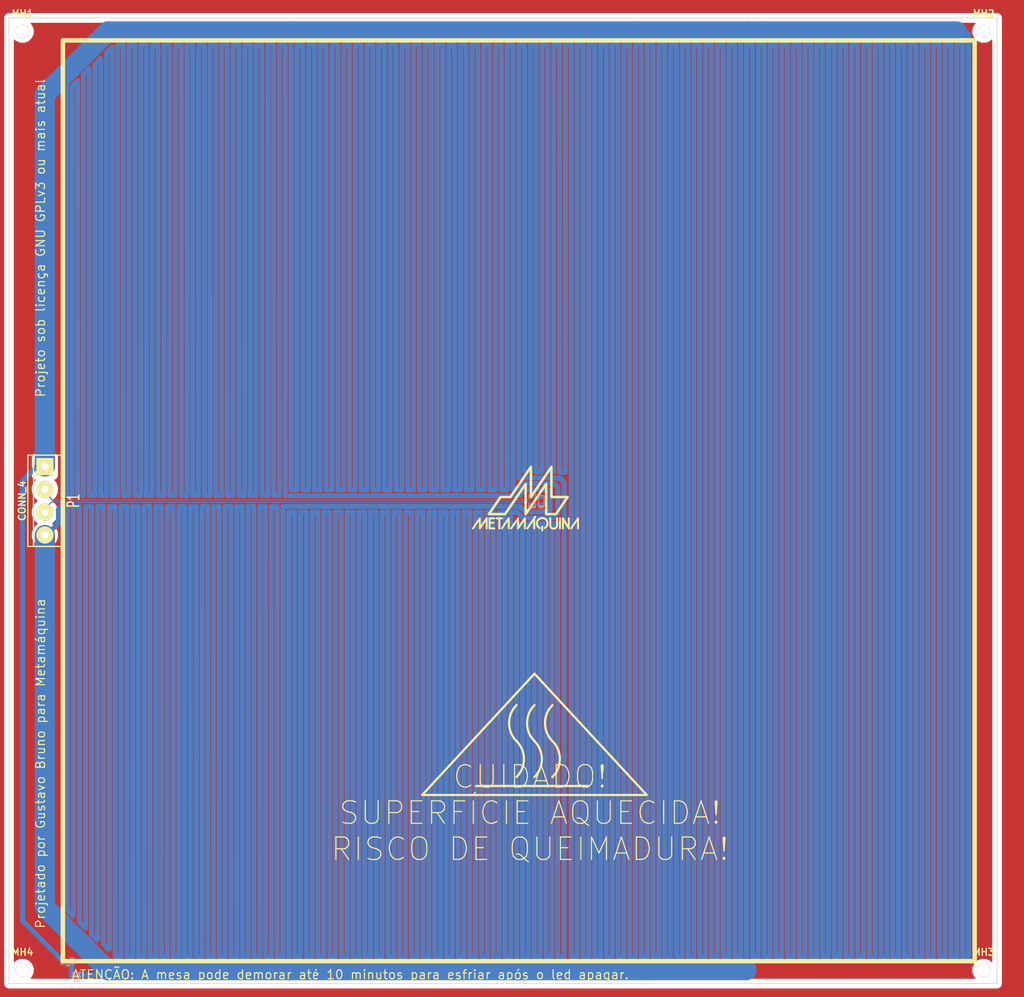
<source format=kicad_pcb>
(kicad_pcb (version 3) (host pcbnew "(2013-feb-21)-testing")

  (general
    (links 8)
    (no_connects 0)
    (area 23.924999 17.924999 244.075001 233.075001)
    (thickness 1.6)
    (drawings 23)
    (tracks 910)
    (zones 0)
    (modules 10)
    (nets 5)
  )

  (page A3)
  (layers
    (15 F.Cu power)
    (0 B.Cu signal)
    (16 B.Adhes user)
    (17 F.Adhes user)
    (18 B.Paste user)
    (19 F.Paste user)
    (20 B.SilkS user)
    (21 F.SilkS user)
    (22 B.Mask user)
    (23 F.Mask user)
    (28 Edge.Cuts user)
  )

  (setup
    (last_trace_width 0.254)
    (user_trace_width 1.1)
    (trace_clearance 0.254)
    (zone_clearance 1)
    (zone_45_only no)
    (trace_min 0.1524)
    (segment_width 0.5)
    (edge_width 0.15)
    (via_size 0.889)
    (via_drill 0.635)
    (via_min_size 0.1524)
    (via_min_drill 0.508)
    (uvia_size 0.508)
    (uvia_drill 0.1778)
    (uvias_allowed no)
    (uvia_min_size 0.1524)
    (uvia_min_drill 0.127)
    (pcb_text_width 0.3)
    (pcb_text_size 1 1)
    (mod_edge_width 0.15)
    (mod_text_size 1 1)
    (mod_text_width 0.15)
    (pad_size 3 1.1)
    (pad_drill 0)
    (pad_to_mask_clearance 0)
    (aux_axis_origin 36 21)
    (visible_elements 7FFFFFFF)
    (pcbplotparams
      (layerselection 3178497)
      (usegerberextensions true)
      (excludeedgelayer true)
      (linewidth 152400)
      (plotframeref false)
      (viasonmask false)
      (mode 1)
      (useauxorigin false)
      (hpglpennumber 1)
      (hpglpenspeed 20)
      (hpglpendiameter 15)
      (hpglpenoverlay 2)
      (psnegative false)
      (psa4output false)
      (plotreference true)
      (plotvalue true)
      (plotothertext true)
      (plotinvisibletext false)
      (padsonsilk false)
      (subtractmaskfromsilk false)
      (outputformat 1)
      (mirror false)
      (drillshape 1)
      (scaleselection 1)
      (outputdirectory ""))
  )

  (net 0 "")
  (net 1 N-000001)
  (net 2 N-000002)
  (net 3 N-000003)
  (net 4 N-000005)

  (net_class Default "This is the default net class."
    (clearance 0.254)
    (trace_width 0.254)
    (via_dia 0.889)
    (via_drill 0.635)
    (uvia_dia 0.508)
    (uvia_drill 0.1778)
    (add_net "")
    (add_net N-000002)
    (add_net N-000003)
  )

  (net_class "Heating track" ""
    (clearance 0.1524)
    (trace_width 1.1)
    (via_dia 0.889)
    (via_drill 0.635)
    (uvia_dia 0.508)
    (uvia_drill 0.1778)
    (add_net N-000001)
    (add_net N-000005)
  )

  (net_class "Power distribution" ""
    (clearance 0.254)
    (trace_width 4.5)
    (via_dia 0.889)
    (via_drill 0.635)
    (uvia_dia 0.508)
    (uvia_drill 0.1778)
  )

  (module SM0805 (layer B.Cu) (tedit 5136AA46) (tstamp 5133D7FB)
    (at 37 228)
    (path /512592C5)
    (attr smd)
    (fp_text reference R1 (at 0 1) (layer B.SilkS)
      (effects (font (size 0.50038 0.50038) (thickness 0.10922)) (justify mirror))
    )
    (fp_text value 1k (at 0 -0.381) (layer B.SilkS) hide
      (effects (font (size 0.50038 0.50038) (thickness 0.10922)) (justify mirror))
    )
    (fp_circle (center -1.651 -0.762) (end -1.651 -0.635) (layer B.SilkS) (width 0.09906))
    (fp_line (start -0.508 -0.762) (end -1.524 -0.762) (layer B.SilkS) (width 0.09906))
    (fp_line (start -1.524 -0.762) (end -1.524 0.762) (layer B.SilkS) (width 0.09906))
    (fp_line (start -1.524 0.762) (end -0.508 0.762) (layer B.SilkS) (width 0.09906))
    (fp_line (start 0.508 0.762) (end 1.524 0.762) (layer B.SilkS) (width 0.09906))
    (fp_line (start 1.524 0.762) (end 1.524 -0.762) (layer B.SilkS) (width 0.09906))
    (fp_line (start 1.524 -0.762) (end 0.508 -0.762) (layer B.SilkS) (width 0.09906))
    (pad 1 smd rect (at -0.9525 0) (size 0.889 1.397)
      (layers B.Cu B.Paste B.Mask)
      (net 4 N-000005)
    )
    (pad 2 smd rect (at 0.9525 0) (size 0.889 1.397)
      (layers B.Cu B.Paste B.Mask)
      (net 3 N-000003)
    )
    (model smd/chip_cms.wrl
      (at (xyz 0 0 0))
      (scale (xyz 0.1 0.1 0.1))
      (rotate (xyz 0 0 0))
    )
  )

  (module SM0805 (layer B.Cu) (tedit 5136AA92) (tstamp 5133D808)
    (at 140.5 125.5 90)
    (path /512596CC)
    (attr smd)
    (fp_text reference TH1 (at -1.5 0 180) (layer B.SilkS)
      (effects (font (size 0.50038 0.50038) (thickness 0.10922)) (justify mirror))
    )
    (fp_text value 100k (at 0 -0.381 90) (layer B.SilkS) hide
      (effects (font (size 0.50038 0.50038) (thickness 0.10922)) (justify mirror))
    )
    (fp_circle (center -1.651 -0.762) (end -1.651 -0.635) (layer B.SilkS) (width 0.09906))
    (fp_line (start -0.508 -0.762) (end -1.524 -0.762) (layer B.SilkS) (width 0.09906))
    (fp_line (start -1.524 -0.762) (end -1.524 0.762) (layer B.SilkS) (width 0.09906))
    (fp_line (start -1.524 0.762) (end -0.508 0.762) (layer B.SilkS) (width 0.09906))
    (fp_line (start 0.508 0.762) (end 1.524 0.762) (layer B.SilkS) (width 0.09906))
    (fp_line (start 1.524 0.762) (end 1.524 -0.762) (layer B.SilkS) (width 0.09906))
    (fp_line (start 1.524 -0.762) (end 0.508 -0.762) (layer B.SilkS) (width 0.09906))
    (pad 1 smd rect (at -0.9525 0 90) (size 0.889 1.397)
      (layers B.Cu B.Paste B.Mask)
      (net 1 N-000001)
    )
    (pad 2 smd rect (at 0.9525 0 90) (size 0.889 1.397)
      (layers B.Cu B.Paste B.Mask)
      (net 2 N-000002)
    )
    (model smd/chip_cms.wrl
      (at (xyz 0 0 0))
      (scale (xyz 0.1 0.1 0.1))
      (rotate (xyz 0 0 0))
    )
  )

  (module MountingHole_3mm_RevA_Date21Jun2010 (layer F.Cu) (tedit 4C1FDF9F) (tstamp 5133D80E)
    (at 27 21)
    (descr "Mounting hole, Befestigungsbohrung, 3mm, No Annular, Kein Restring,")
    (tags "Mounting hole, Befestigungsbohrung, 3mm, No Annular, Kein Restring,")
    (path /5133CB70)
    (fp_text reference MH1 (at 0 -4.0005) (layer F.SilkS)
      (effects (font (size 1.524 1.524) (thickness 0.3048)))
    )
    (fp_text value MOUNTING_HOLE (at 1.00076 5.00126) (layer F.SilkS) hide
      (effects (font (size 1.524 1.524) (thickness 0.3048)))
    )
    (fp_circle (center 0 0) (end 2.99974 0) (layer Cmts.User) (width 0.381))
    (pad 1 thru_hole circle (at 0 0) (size 2.99974 2.99974) (drill 2.99974)
      (layers *.Cu)
    )
  )

  (module MountingHole_3mm_RevA_Date21Jun2010   locked (layer F.Cu) (tedit 4C1FDF9F) (tstamp 5133D814)
    (at 241 21)
    (descr "Mounting hole, Befestigungsbohrung, 3mm, No Annular, Kein Restring,")
    (tags "Mounting hole, Befestigungsbohrung, 3mm, No Annular, Kein Restring,")
    (path /5133CB7D)
    (fp_text reference MH2 (at 0 -4.0005) (layer F.SilkS)
      (effects (font (size 1.524 1.524) (thickness 0.3048)))
    )
    (fp_text value MOUNTING_HOLE (at 1.00076 5.00126) (layer F.SilkS) hide
      (effects (font (size 1.524 1.524) (thickness 0.3048)))
    )
    (fp_circle (center 0 0) (end 2.99974 0) (layer Cmts.User) (width 0.381))
    (pad 1 thru_hole circle (at 0 0) (size 2.99974 2.99974) (drill 2.99974)
      (layers *.Cu)
    )
  )

  (module MountingHole_3mm_RevA_Date21Jun2010 (layer F.Cu) (tedit 4C1FDF9F) (tstamp 51356ACA)
    (at 27 230)
    (descr "Mounting hole, Befestigungsbohrung, 3mm, No Annular, Kein Restring,")
    (tags "Mounting hole, Befestigungsbohrung, 3mm, No Annular, Kein Restring,")
    (path /5133CB83)
    (fp_text reference MH4 (at 0 -4.0005) (layer F.SilkS)
      (effects (font (size 1.524 1.524) (thickness 0.3048)))
    )
    (fp_text value MOUNTING_HOLE (at 1.00076 5.00126) (layer F.SilkS) hide
      (effects (font (size 1.524 1.524) (thickness 0.3048)))
    )
    (fp_circle (center 0 0) (end 2.99974 0) (layer Cmts.User) (width 0.381))
    (pad 1 thru_hole circle (at 0 0) (size 2.99974 2.99974) (drill 2.99974)
      (layers *.Cu)
    )
  )

  (module MountingHole_3mm_RevA_Date21Jun2010   locked (layer F.Cu) (tedit 4C1FDF9F) (tstamp 5133D820)
    (at 241 230)
    (descr "Mounting hole, Befestigungsbohrung, 3mm, No Annular, Kein Restring,")
    (tags "Mounting hole, Befestigungsbohrung, 3mm, No Annular, Kein Restring,")
    (path /5133CB89)
    (fp_text reference MH3 (at 0 -4.0005) (layer F.SilkS)
      (effects (font (size 1.524 1.524) (thickness 0.3048)))
    )
    (fp_text value MOUNTING_HOLE (at 1.00076 5.00126) (layer F.SilkS) hide
      (effects (font (size 1.524 1.524) (thickness 0.3048)))
    )
    (fp_circle (center 0 0) (end 2.99974 0) (layer Cmts.User) (width 0.381))
    (pad 1 thru_hole circle (at 0 0) (size 2.99974 2.99974) (drill 2.99974)
      (layers *.Cu)
    )
  )

  (module LED-0805 (layer B.Cu) (tedit 5136AA34) (tstamp 5133D85B)
    (at 39 231)
    (descr "LED 0805 smd package")
    (tags "LED 0805 SMD")
    (path /512592B6)
    (attr smd)
    (fp_text reference D1 (at 0 1.27) (layer B.SilkS)
      (effects (font (size 0.762 0.762) (thickness 0.127)) (justify mirror))
    )
    (fp_text value GREEN_LED (at 0 -1.27) (layer B.SilkS) hide
      (effects (font (size 0.762 0.762) (thickness 0.127)) (justify mirror))
    )
    (fp_line (start 0.49784 -0.29972) (end 0.49784 -0.62484) (layer B.SilkS) (width 0.06604))
    (fp_line (start 0.49784 -0.62484) (end 0.99822 -0.62484) (layer B.SilkS) (width 0.06604))
    (fp_line (start 0.99822 -0.29972) (end 0.99822 -0.62484) (layer B.SilkS) (width 0.06604))
    (fp_line (start 0.49784 -0.29972) (end 0.99822 -0.29972) (layer B.SilkS) (width 0.06604))
    (fp_line (start 0.49784 0.32258) (end 0.49784 0.17272) (layer B.SilkS) (width 0.06604))
    (fp_line (start 0.49784 0.17272) (end 0.7493 0.17272) (layer B.SilkS) (width 0.06604))
    (fp_line (start 0.7493 0.32258) (end 0.7493 0.17272) (layer B.SilkS) (width 0.06604))
    (fp_line (start 0.49784 0.32258) (end 0.7493 0.32258) (layer B.SilkS) (width 0.06604))
    (fp_line (start 0.49784 -0.17272) (end 0.49784 -0.32258) (layer B.SilkS) (width 0.06604))
    (fp_line (start 0.49784 -0.32258) (end 0.7493 -0.32258) (layer B.SilkS) (width 0.06604))
    (fp_line (start 0.7493 -0.17272) (end 0.7493 -0.32258) (layer B.SilkS) (width 0.06604))
    (fp_line (start 0.49784 -0.17272) (end 0.7493 -0.17272) (layer B.SilkS) (width 0.06604))
    (fp_line (start 0.49784 0.19812) (end 0.49784 -0.19812) (layer B.SilkS) (width 0.06604))
    (fp_line (start 0.49784 -0.19812) (end 0.6731 -0.19812) (layer B.SilkS) (width 0.06604))
    (fp_line (start 0.6731 0.19812) (end 0.6731 -0.19812) (layer B.SilkS) (width 0.06604))
    (fp_line (start 0.49784 0.19812) (end 0.6731 0.19812) (layer B.SilkS) (width 0.06604))
    (fp_line (start -0.99822 -0.29972) (end -0.99822 -0.62484) (layer B.SilkS) (width 0.06604))
    (fp_line (start -0.99822 -0.62484) (end -0.49784 -0.62484) (layer B.SilkS) (width 0.06604))
    (fp_line (start -0.49784 -0.29972) (end -0.49784 -0.62484) (layer B.SilkS) (width 0.06604))
    (fp_line (start -0.99822 -0.29972) (end -0.49784 -0.29972) (layer B.SilkS) (width 0.06604))
    (fp_line (start -0.99822 0.62484) (end -0.99822 0.29972) (layer B.SilkS) (width 0.06604))
    (fp_line (start -0.99822 0.29972) (end -0.49784 0.29972) (layer B.SilkS) (width 0.06604))
    (fp_line (start -0.49784 0.62484) (end -0.49784 0.29972) (layer B.SilkS) (width 0.06604))
    (fp_line (start -0.99822 0.62484) (end -0.49784 0.62484) (layer B.SilkS) (width 0.06604))
    (fp_line (start -0.7493 -0.17272) (end -0.7493 -0.32258) (layer B.SilkS) (width 0.06604))
    (fp_line (start -0.7493 -0.32258) (end -0.49784 -0.32258) (layer B.SilkS) (width 0.06604))
    (fp_line (start -0.49784 -0.17272) (end -0.49784 -0.32258) (layer B.SilkS) (width 0.06604))
    (fp_line (start -0.7493 -0.17272) (end -0.49784 -0.17272) (layer B.SilkS) (width 0.06604))
    (fp_line (start -0.7493 0.32258) (end -0.7493 0.17272) (layer B.SilkS) (width 0.06604))
    (fp_line (start -0.7493 0.17272) (end -0.49784 0.17272) (layer B.SilkS) (width 0.06604))
    (fp_line (start -0.49784 0.32258) (end -0.49784 0.17272) (layer B.SilkS) (width 0.06604))
    (fp_line (start -0.7493 0.32258) (end -0.49784 0.32258) (layer B.SilkS) (width 0.06604))
    (fp_line (start -0.6731 0.19812) (end -0.6731 -0.19812) (layer B.SilkS) (width 0.06604))
    (fp_line (start -0.6731 -0.19812) (end -0.49784 -0.19812) (layer B.SilkS) (width 0.06604))
    (fp_line (start -0.49784 0.19812) (end -0.49784 -0.19812) (layer B.SilkS) (width 0.06604))
    (fp_line (start -0.6731 0.19812) (end -0.49784 0.19812) (layer B.SilkS) (width 0.06604))
    (fp_line (start 0 0.09906) (end 0 -0.09906) (layer B.SilkS) (width 0.06604))
    (fp_line (start 0 -0.09906) (end 0.19812 -0.09906) (layer B.SilkS) (width 0.06604))
    (fp_line (start 0.19812 0.09906) (end 0.19812 -0.09906) (layer B.SilkS) (width 0.06604))
    (fp_line (start 0 0.09906) (end 0.19812 0.09906) (layer B.SilkS) (width 0.06604))
    (fp_line (start 0.49784 0.59944) (end 0.49784 0.29972) (layer B.SilkS) (width 0.06604))
    (fp_line (start 0.49784 0.29972) (end 0.79756 0.29972) (layer B.SilkS) (width 0.06604))
    (fp_line (start 0.79756 0.59944) (end 0.79756 0.29972) (layer B.SilkS) (width 0.06604))
    (fp_line (start 0.49784 0.59944) (end 0.79756 0.59944) (layer B.SilkS) (width 0.06604))
    (fp_line (start 0.92456 0.62484) (end 0.92456 0.39878) (layer B.SilkS) (width 0.06604))
    (fp_line (start 0.92456 0.39878) (end 0.99822 0.39878) (layer B.SilkS) (width 0.06604))
    (fp_line (start 0.99822 0.62484) (end 0.99822 0.39878) (layer B.SilkS) (width 0.06604))
    (fp_line (start 0.92456 0.62484) (end 0.99822 0.62484) (layer B.SilkS) (width 0.06604))
    (fp_line (start 0.52324 -0.57404) (end -0.52324 -0.57404) (layer B.SilkS) (width 0.1016))
    (fp_line (start -0.49784 0.57404) (end 0.92456 0.57404) (layer B.SilkS) (width 0.1016))
    (fp_circle (center 0.84836 0.44958) (end 0.89916 0.50038) (layer B.SilkS) (width 0.0508))
    (fp_arc (start 0.99822 0) (end 0.99822 -0.34798) (angle -180) (layer B.SilkS) (width 0.1016))
    (fp_arc (start -0.99822 0) (end -0.99822 0.34798) (angle -180) (layer B.SilkS) (width 0.1016))
    (pad 1 smd rect (at -1.04902 0) (size 1.19888 1.19888)
      (layers B.Cu B.Paste B.Mask)
      (net 3 N-000003)
    )
    (pad 2 smd rect (at 1.04902 0) (size 1.19888 1.19888)
      (layers B.Cu B.Paste B.Mask)
      (net 4 N-000005)
    )
  )

  (module bornier4 (layer F.Cu) (tedit 3EC0ED29) (tstamp 5133D868)
    (at 32 125.5 270)
    (descr "Bornier d'alimentation 4 pins")
    (tags DEV)
    (path /5133D6B0)
    (fp_text reference P1 (at 0 -6.35 270) (layer F.SilkS)
      (effects (font (size 2.6162 1.59766) (thickness 0.3048)))
    )
    (fp_text value CONN_4 (at 0 5.08 270) (layer F.SilkS)
      (effects (font (size 1.524 1.524) (thickness 0.3048)))
    )
    (fp_line (start -10.16 -3.81) (end -10.16 3.81) (layer F.SilkS) (width 0.3048))
    (fp_line (start 10.16 3.81) (end 10.16 -3.81) (layer F.SilkS) (width 0.3048))
    (fp_line (start 10.16 2.54) (end -10.16 2.54) (layer F.SilkS) (width 0.3048))
    (fp_line (start -10.16 -3.81) (end 10.16 -3.81) (layer F.SilkS) (width 0.3048))
    (fp_line (start -10.16 3.81) (end 10.16 3.81) (layer F.SilkS) (width 0.3048))
    (pad 2 thru_hole circle (at -2.54 0 270) (size 3.81 3.81) (drill 1.524)
      (layers *.Cu *.Mask F.SilkS)
      (net 2 N-000002)
    )
    (pad 3 thru_hole circle (at 2.54 0 270) (size 3.81 3.81) (drill 1.524)
      (layers *.Cu *.Mask F.SilkS)
      (net 1 N-000001)
    )
    (pad 1 thru_hole rect (at -7.62 0 270) (size 3.81 3.81) (drill 1.524)
      (layers *.Cu *.Mask F.SilkS)
      (net 4 N-000005)
    )
    (pad 4 thru_hole circle (at 7.62 0 270) (size 3.81 3.81) (drill 1.524)
      (layers *.Cu *.Mask F.SilkS)
      (net 4 N-000005)
    )
    (model device/bornier_4.wrl
      (at (xyz 0 0 0))
      (scale (xyz 1 1 1))
      (rotate (xyz 0 0 0))
    )
  )

  (module SM0603 (layer B.Cu) (tedit 5136AA9A) (tstamp 5134F236)
    (at 142.5 125.5 90)
    (path /51340120)
    (attr smd)
    (fp_text reference TH2 (at -1.5 0 180) (layer B.SilkS)
      (effects (font (size 0.508 0.4572) (thickness 0.1143)) (justify mirror))
    )
    (fp_text value 100k (at 0 0 90) (layer B.SilkS) hide
      (effects (font (size 0.508 0.4572) (thickness 0.1143)) (justify mirror))
    )
    (fp_line (start -1.143 0.635) (end 1.143 0.635) (layer B.SilkS) (width 0.127))
    (fp_line (start 1.143 0.635) (end 1.143 -0.635) (layer B.SilkS) (width 0.127))
    (fp_line (start 1.143 -0.635) (end -1.143 -0.635) (layer B.SilkS) (width 0.127))
    (fp_line (start -1.143 -0.635) (end -1.143 0.635) (layer B.SilkS) (width 0.127))
    (pad 1 smd rect (at -0.762 0 90) (size 0.635 1.143)
      (layers B.Cu B.Paste B.Mask)
      (net 1 N-000001)
    )
    (pad 2 smd rect (at 0.762 0 90) (size 0.635 1.143)
      (layers B.Cu B.Paste B.Mask)
      (net 2 N-000002)
    )
    (model smd\resistors\R0603.wrl
      (at (xyz 0 0 0.001))
      (scale (xyz 0.5 0.5 0.5))
      (rotate (xyz 0 0 0))
    )
  )

  (module MM_logo (layer F.Cu) (tedit 0) (tstamp 5136A487)
    (at 139 125)
    (fp_text reference VAL (at 0 0) (layer F.SilkS) hide
      (effects (font (size 1.143 1.143) (thickness 0.1778)))
    )
    (fp_text value MM_logo (at 0 0) (layer F.SilkS) hide
      (effects (font (size 1.143 1.143) (thickness 0.1778)))
    )
    (fp_poly (pts (xy 3.94208 6.8453) (xy 3.94208 6.90626) (xy 3.94208 6.95706) (xy 3.94208 7.00024)
      (xy 3.94208 7.03834) (xy 3.94208 7.06882) (xy 3.94208 7.09422) (xy 3.93954 7.11454)
      (xy 3.93954 7.13232) (xy 3.93954 7.14502) (xy 3.937 7.15518) (xy 3.937 7.1628)
      (xy 3.93446 7.17042) (xy 3.93446 7.1755) (xy 3.93192 7.17804) (xy 3.91414 7.22122)
      (xy 3.88874 7.25678) (xy 3.85572 7.28726) (xy 3.82016 7.31012) (xy 3.77952 7.32536)
      (xy 3.73634 7.33298) (xy 3.69062 7.33044) (xy 3.65252 7.32028) (xy 3.60934 7.29996)
      (xy 3.57124 7.26948) (xy 3.54076 7.23392) (xy 3.5179 7.19328) (xy 3.5052 7.16026)
      (xy 3.50266 6.7183) (xy 3.50266 6.6294) (xy 3.50266 6.54812) (xy 3.50266 6.477)
      (xy 3.50266 6.41604) (xy 3.50266 6.3627) (xy 3.5052 6.31952) (xy 3.5052 6.2865)
      (xy 3.5052 6.2611) (xy 3.50774 6.2484) (xy 3.50774 6.24586) (xy 3.52044 6.20268)
      (xy 3.54076 6.16458) (xy 3.57124 6.12902) (xy 3.60934 6.10108) (xy 3.63474 6.08584)
      (xy 3.64998 6.07822) (xy 3.66522 6.07314) (xy 3.67792 6.0706) (xy 3.6957 6.0706)
      (xy 3.7211 6.0706) (xy 3.7211 6.0706) (xy 3.74904 6.0706) (xy 3.76936 6.07314)
      (xy 3.78714 6.07568) (xy 3.80238 6.08076) (xy 3.80492 6.08076) (xy 3.84556 6.10362)
      (xy 3.88112 6.13156) (xy 3.90906 6.16966) (xy 3.92938 6.2103) (xy 3.93192 6.22046)
      (xy 3.93446 6.22554) (xy 3.93446 6.23316) (xy 3.937 6.23824) (xy 3.937 6.2484)
      (xy 3.93954 6.2611) (xy 3.93954 6.2738) (xy 3.93954 6.29158) (xy 3.94208 6.31444)
      (xy 3.94208 6.34238) (xy 3.94208 6.3754) (xy 3.94208 6.41604) (xy 3.94208 6.4643)
      (xy 3.94208 6.51764) (xy 3.94208 6.58114) (xy 3.94208 6.6548) (xy 3.94208 6.70052)
      (xy 3.94208 6.77672) (xy 3.94208 6.8453) (xy 3.94208 6.8453)) (layer F.SilkS) (width 0.00254))
    (fp_poly (pts (xy 7.25424 5.61848) (xy 7.25424 5.68452) (xy 7.25424 5.74548) (xy 7.25424 5.79882)
      (xy 7.25424 5.84708) (xy 7.2517 5.89026) (xy 7.2517 5.92836) (xy 7.2517 5.95884)
      (xy 7.24916 5.98678) (xy 7.24916 6.01218) (xy 7.24662 6.03504) (xy 7.24662 6.05282)
      (xy 7.24408 6.0706) (xy 7.24154 6.08584) (xy 7.24154 6.10108) (xy 7.239 6.11378)
      (xy 7.23646 6.12902) (xy 7.23392 6.13664) (xy 7.20852 6.23062) (xy 7.1755 6.32206)
      (xy 7.13486 6.41096) (xy 7.08406 6.49224) (xy 7.02564 6.57098) (xy 6.9596 6.6421)
      (xy 6.88848 6.7056) (xy 6.80974 6.76402) (xy 6.72592 6.81482) (xy 6.63702 6.85546)
      (xy 6.604 6.86816) (xy 6.5151 6.89356) (xy 6.4262 6.91388) (xy 6.33222 6.92404)
      (xy 6.24078 6.92658) (xy 6.15188 6.91896) (xy 6.05028 6.90118) (xy 5.95376 6.87578)
      (xy 5.86232 6.84022) (xy 5.77342 6.7945) (xy 5.69214 6.74116) (xy 5.6134 6.67766)
      (xy 5.59308 6.65988) (xy 5.52196 6.58622) (xy 5.461 6.50748) (xy 5.40766 6.42366)
      (xy 5.36448 6.33476) (xy 5.32892 6.24332) (xy 5.30352 6.1468) (xy 5.28828 6.0452)
      (xy 5.2832 5.99948) (xy 5.2832 5.98424) (xy 5.2832 5.96138) (xy 5.2832 5.92836)
      (xy 5.28066 5.88772) (xy 5.28066 5.83946) (xy 5.28066 5.78358) (xy 5.28066 5.72516)
      (xy 5.28066 5.65912) (xy 5.28066 5.59054) (xy 5.27812 5.51688) (xy 5.27812 5.44322)
      (xy 5.27812 5.36448) (xy 5.27812 5.28574) (xy 5.27812 5.20446) (xy 5.27812 5.12318)
      (xy 5.27812 5.04444) (xy 5.27812 4.9657) (xy 5.27812 4.8895) (xy 5.28066 4.81584)
      (xy 5.28066 4.74472) (xy 5.28066 4.67614) (xy 5.28066 4.61518) (xy 5.28066 4.5593)
      (xy 5.28066 4.5085) (xy 5.28066 4.46278) (xy 5.2832 4.42722) (xy 5.2832 4.39928)
      (xy 5.2832 4.37896) (xy 5.2832 4.3688) (xy 5.2959 4.32308) (xy 5.31622 4.28244)
      (xy 5.34416 4.24434) (xy 5.37718 4.2164) (xy 5.42036 4.19354) (xy 5.4356 4.18846)
      (xy 5.48132 4.1783) (xy 5.52704 4.18084) (xy 5.57022 4.18846) (xy 5.61086 4.20624)
      (xy 5.64642 4.23164) (xy 5.6769 4.26466) (xy 5.69722 4.29768) (xy 5.69976 4.3053)
      (xy 5.7023 4.31038) (xy 5.70484 4.31546) (xy 5.70738 4.32054) (xy 5.70992 4.32816)
      (xy 5.71246 4.33578) (xy 5.71246 4.34594) (xy 5.715 4.35864) (xy 5.71754 4.37388)
      (xy 5.71754 4.39166) (xy 5.71754 4.41452) (xy 5.72008 4.44246) (xy 5.72008 4.47294)
      (xy 5.72008 4.51104) (xy 5.72008 4.55168) (xy 5.72262 4.60248) (xy 5.72262 4.65836)
      (xy 5.72262 4.71932) (xy 5.72262 4.79044) (xy 5.72262 4.86918) (xy 5.72262 4.95554)
      (xy 5.72262 5.05206) (xy 5.72516 5.15874) (xy 5.72516 5.19938) (xy 5.7277 6.04012)
      (xy 5.73786 6.07822) (xy 5.76326 6.15188) (xy 5.79882 6.21792) (xy 5.83946 6.27888)
      (xy 5.88772 6.33222) (xy 5.94106 6.37794) (xy 5.99948 6.41858) (xy 6.06298 6.44906)
      (xy 6.13156 6.46938) (xy 6.20522 6.48462) (xy 6.26872 6.48716) (xy 6.34238 6.48208)
      (xy 6.41096 6.46684) (xy 6.47954 6.44398) (xy 6.54304 6.41096) (xy 6.604 6.37032)
      (xy 6.65734 6.32206) (xy 6.70306 6.26618) (xy 6.7183 6.24332) (xy 6.75386 6.1849)
      (xy 6.7818 6.12394) (xy 6.79958 6.0579) (xy 6.80974 5.98678) (xy 6.80974 5.98678)
      (xy 6.80974 5.97408) (xy 6.80974 5.95122) (xy 6.81228 5.9182) (xy 6.81228 5.87502)
      (xy 6.81228 5.82422) (xy 6.81228 5.7658) (xy 6.81228 5.69722) (xy 6.81482 5.62356)
      (xy 6.81482 5.53974) (xy 6.81482 5.4483) (xy 6.81482 5.35178) (xy 6.81482 5.2451)
      (xy 6.81482 5.1435) (xy 6.81482 5.03936) (xy 6.81482 4.94284) (xy 6.81482 4.85902)
      (xy 6.81482 4.78028) (xy 6.81482 4.7117) (xy 6.81482 4.65074) (xy 6.81482 4.5974)
      (xy 6.81482 4.54914) (xy 6.81482 4.5085) (xy 6.81482 4.47294) (xy 6.81736 4.445)
      (xy 6.81736 4.4196) (xy 6.81736 4.39674) (xy 6.81736 4.3815) (xy 6.81736 4.3688)
      (xy 6.8199 4.3561) (xy 6.8199 4.34848) (xy 6.8199 4.34086) (xy 6.82244 4.33578)
      (xy 6.82244 4.33324) (xy 6.82498 4.32816) (xy 6.82498 4.32816) (xy 6.8453 4.28498)
      (xy 6.87324 4.24942) (xy 6.90626 4.21894) (xy 6.94436 4.19608) (xy 6.98754 4.18338)
      (xy 7.03326 4.1783) (xy 7.04342 4.1783) (xy 7.09168 4.18592) (xy 7.13486 4.2037)
      (xy 7.17296 4.2291) (xy 7.20598 4.26212) (xy 7.23138 4.30276) (xy 7.24154 4.32562)
      (xy 7.2517 4.35356) (xy 7.25424 5.15366) (xy 7.25424 5.26542) (xy 7.25424 5.36702)
      (xy 7.25424 5.45846) (xy 7.25424 5.54228) (xy 7.25424 5.61848) (xy 7.25424 5.61848)) (layer F.SilkS) (width 0.00254))
    (fp_poly (pts (xy -4.96824 4.39166) (xy -4.97078 4.44246) (xy -4.98094 4.48564) (xy -5.00126 4.52628)
      (xy -5.03174 4.5593) (xy -5.0546 4.57962) (xy -5.0673 4.58978) (xy -5.08 4.5974)
      (xy -5.0927 4.60502) (xy -5.1054 4.6101) (xy -5.12064 4.61518) (xy -5.13842 4.61772)
      (xy -5.16128 4.62026) (xy -5.18922 4.62026) (xy -5.22224 4.6228) (xy -5.26288 4.6228)
      (xy -5.31114 4.6228) (xy -5.36702 4.6228) (xy -5.37718 4.6228) (xy -5.6007 4.6228)
      (xy -5.6007 5.64896) (xy -5.6007 5.77088) (xy -5.6007 5.88518) (xy -5.6007 5.98932)
      (xy -5.6007 6.08584) (xy -5.6007 6.1722) (xy -5.6007 6.25094) (xy -5.6007 6.31952)
      (xy -5.60324 6.38302) (xy -5.60324 6.4389) (xy -5.60324 6.4897) (xy -5.60324 6.53034)
      (xy -5.60324 6.56844) (xy -5.60324 6.59892) (xy -5.60324 6.62686) (xy -5.60578 6.64718)
      (xy -5.60578 6.66496) (xy -5.60578 6.6802) (xy -5.60578 6.69036) (xy -5.60832 6.69544)
      (xy -5.60832 6.70052) (xy -5.6261 6.7437) (xy -5.64896 6.7818) (xy -5.68198 6.81482)
      (xy -5.72008 6.84022) (xy -5.76072 6.85546) (xy -5.78104 6.86054) (xy -5.80898 6.86562)
      (xy -5.83438 6.86562) (xy -5.86232 6.86054) (xy -5.87756 6.85546) (xy -5.91566 6.84276)
      (xy -5.95376 6.8199) (xy -5.98424 6.79196) (xy -6.00964 6.75894) (xy -6.01472 6.74878)
      (xy -6.0198 6.7437) (xy -6.02234 6.73862) (xy -6.02488 6.73354) (xy -6.02742 6.72592)
      (xy -6.02742 6.72084) (xy -6.02996 6.71322) (xy -6.0325 6.7056) (xy -6.0325 6.6929)
      (xy -6.03504 6.6802) (xy -6.03504 6.66242) (xy -6.03758 6.64464) (xy -6.03758 6.61924)
      (xy -6.03758 6.5913) (xy -6.04012 6.56082) (xy -6.04012 6.52272) (xy -6.04012 6.47954)
      (xy -6.04012 6.43128) (xy -6.04012 6.3754) (xy -6.04012 6.31444) (xy -6.04012 6.24332)
      (xy -6.04266 6.16712) (xy -6.04266 6.0833) (xy -6.04266 5.98932) (xy -6.04266 5.88772)
      (xy -6.04266 5.77596) (xy -6.04266 5.65404) (xy -6.04266 5.64642) (xy -6.04266 4.6228)
      (xy -6.26618 4.6228) (xy -6.32206 4.6228) (xy -6.36524 4.6228) (xy -6.40334 4.6228)
      (xy -6.43382 4.6228) (xy -6.45668 4.6228) (xy -6.47446 4.62026) (xy -6.4897 4.62026)
      (xy -6.5024 4.61772) (xy -6.51002 4.61772) (xy -6.52018 4.61518) (xy -6.52272 4.61264)
      (xy -6.56336 4.59486) (xy -6.60146 4.56946) (xy -6.63194 4.53644) (xy -6.6548 4.50088)
      (xy -6.67004 4.46024) (xy -6.67512 4.41452) (xy -6.67258 4.37134) (xy -6.66496 4.34086)
      (xy -6.64718 4.29768) (xy -6.62178 4.26212) (xy -6.58622 4.2291) (xy -6.54558 4.2037)
      (xy -6.5278 4.19608) (xy -6.49986 4.18592) (xy -5.84454 4.18338) (xy -5.73278 4.18338)
      (xy -5.63118 4.18338) (xy -5.5372 4.18338) (xy -5.45592 4.18338) (xy -5.3848 4.18338)
      (xy -5.3213 4.18338) (xy -5.2705 4.18592) (xy -5.22732 4.18592) (xy -5.1943 4.18592)
      (xy -5.17144 4.18592) (xy -5.1562 4.18846) (xy -5.15366 4.18846) (xy -5.10794 4.20116)
      (xy -5.0673 4.22148) (xy -5.0292 4.24942) (xy -5.00126 4.28752) (xy -4.98856 4.31038)
      (xy -4.9784 4.3307) (xy -4.97332 4.34848) (xy -4.96824 4.36626) (xy -4.96824 4.39166)
      (xy -4.96824 4.39166) (xy -4.96824 4.39166)) (layer F.SilkS) (width 0.00254))
    (fp_poly (pts (xy 9.84504 4.95046) (xy 9.84504 5.0419) (xy 9.84504 5.14096) (xy 9.84504 5.25018)
      (xy 9.84504 5.36702) (xy 9.84504 5.49402) (xy 9.84504 5.53974) (xy 9.8425 6.70052)
      (xy 9.82472 6.73862) (xy 9.80186 6.77672) (xy 9.77138 6.80974) (xy 9.73582 6.83514)
      (xy 9.69264 6.85292) (xy 9.67994 6.858) (xy 9.6393 6.86562) (xy 9.59866 6.86308)
      (xy 9.55802 6.85292) (xy 9.51992 6.83514) (xy 9.48436 6.81228) (xy 9.45642 6.78434)
      (xy 9.45388 6.77672) (xy 9.44372 6.76148) (xy 9.42848 6.73862) (xy 9.4107 6.70814)
      (xy 9.38784 6.67004) (xy 9.36244 6.62686) (xy 9.3345 6.57606) (xy 9.30148 6.52018)
      (xy 9.26592 6.45922) (xy 9.22782 6.39318) (xy 9.18718 6.3246) (xy 9.144 6.25094)
      (xy 9.09828 6.17474) (xy 9.05256 6.09346) (xy 9.0043 6.01218) (xy 8.99668 5.99694)
      (xy 8.55218 5.2324) (xy 8.54964 5.96392) (xy 8.54964 6.06552) (xy 8.54964 6.15696)
      (xy 8.54964 6.23824) (xy 8.54964 6.3119) (xy 8.54964 6.37794) (xy 8.5471 6.43636)
      (xy 8.5471 6.48462) (xy 8.5471 6.53034) (xy 8.5471 6.5659) (xy 8.5471 6.59892)
      (xy 8.5471 6.62686) (xy 8.54456 6.64718) (xy 8.54456 6.66496) (xy 8.54456 6.6802)
      (xy 8.54202 6.6929) (xy 8.54202 6.70052) (xy 8.54202 6.70814) (xy 8.53948 6.71322)
      (xy 8.53948 6.71576) (xy 8.53948 6.7183) (xy 8.51916 6.75386) (xy 8.49884 6.78688)
      (xy 8.48106 6.80466) (xy 8.45058 6.83006) (xy 8.4201 6.8453) (xy 8.38454 6.858)
      (xy 8.37946 6.858) (xy 8.34898 6.86308) (xy 8.32104 6.86562) (xy 8.29056 6.86054)
      (xy 8.27278 6.85546) (xy 8.23214 6.84022) (xy 8.19404 6.81482) (xy 8.16356 6.78434)
      (xy 8.13816 6.74624) (xy 8.12038 6.70306) (xy 8.1153 6.67258) (xy 8.1153 6.66242)
      (xy 8.11276 6.64464) (xy 8.11276 6.6167) (xy 8.11276 6.5786) (xy 8.11276 6.53542)
      (xy 8.11276 6.48462) (xy 8.11276 6.4262) (xy 8.11276 6.36016) (xy 8.11022 6.29158)
      (xy 8.11022 6.21538) (xy 8.11022 6.13664) (xy 8.11022 6.05282) (xy 8.11022 5.96646)
      (xy 8.11022 5.87502) (xy 8.11022 5.78358) (xy 8.11022 5.6896) (xy 8.11022 5.59562)
      (xy 8.11022 5.50164) (xy 8.11022 5.40766) (xy 8.11022 5.31368) (xy 8.11022 5.2197)
      (xy 8.11022 5.1308) (xy 8.11022 5.0419) (xy 8.11022 4.95554) (xy 8.11022 4.87426)
      (xy 8.11276 4.79806) (xy 8.11276 4.7244) (xy 8.11276 4.65836) (xy 8.11276 4.59486)
      (xy 8.11276 4.54152) (xy 8.11276 4.49326) (xy 8.11276 4.45262) (xy 8.1153 4.4196)
      (xy 8.1153 4.39674) (xy 8.1153 4.38404) (xy 8.1153 4.37896) (xy 8.12546 4.33578)
      (xy 8.14578 4.2926) (xy 8.17372 4.25704) (xy 8.20674 4.22656) (xy 8.23722 4.20624)
      (xy 8.25246 4.19862) (xy 8.26516 4.19608) (xy 8.27786 4.19354) (xy 8.29564 4.191)
      (xy 8.3185 4.191) (xy 8.32866 4.191) (xy 8.35152 4.191) (xy 8.37184 4.191)
      (xy 8.38454 4.19354) (xy 8.39978 4.19862) (xy 8.41502 4.20624) (xy 8.42518 4.20878)
      (xy 8.46328 4.23164) (xy 8.49122 4.25704) (xy 8.49376 4.26212) (xy 8.50138 4.26974)
      (xy 8.509 4.2799) (xy 8.51916 4.29514) (xy 8.52932 4.31546) (xy 8.54456 4.33832)
      (xy 8.56234 4.36626) (xy 8.58012 4.39928) (xy 8.60298 4.43738) (xy 8.63092 4.48056)
      (xy 8.65886 4.53136) (xy 8.69188 4.58978) (xy 8.72998 4.65328) (xy 8.77062 4.7244)
      (xy 8.81634 4.80314) (xy 8.86714 4.89204) (xy 8.92302 4.98856) (xy 8.93064 5.0038)
      (xy 8.9789 5.08254) (xy 9.02208 5.16128) (xy 9.06526 5.23748) (xy 9.10844 5.3086)
      (xy 9.14908 5.37972) (xy 9.18718 5.44322) (xy 9.2202 5.50418) (xy 9.25322 5.5626)
      (xy 9.2837 5.61086) (xy 9.3091 5.65658) (xy 9.32942 5.69468) (xy 9.34974 5.72516)
      (xy 9.36244 5.75056) (xy 9.37006 5.7658) (xy 9.37514 5.77088) (xy 9.3853 5.7912)
      (xy 9.39546 5.80644) (xy 9.40308 5.81914) (xy 9.40562 5.82168) (xy 9.40816 5.8166)
      (xy 9.40816 5.80136) (xy 9.40816 5.7785) (xy 9.40816 5.74548) (xy 9.40816 5.70484)
      (xy 9.40816 5.65658) (xy 9.4107 5.60324) (xy 9.4107 5.54228) (xy 9.4107 5.47624)
      (xy 9.4107 5.40512) (xy 9.4107 5.32892) (xy 9.4107 5.24764) (xy 9.4107 5.16636)
      (xy 9.4107 5.08508) (xy 9.41324 4.34848) (xy 9.43356 4.31038) (xy 9.45642 4.26974)
      (xy 9.4869 4.23926) (xy 9.52246 4.21386) (xy 9.56056 4.19862) (xy 9.6012 4.18846)
      (xy 9.64184 4.18592) (xy 9.68248 4.19354) (xy 9.72058 4.20624) (xy 9.75614 4.2291)
      (xy 9.78916 4.25704) (xy 9.81456 4.29006) (xy 9.8171 4.29768) (xy 9.81964 4.30276)
      (xy 9.82218 4.3053) (xy 9.82472 4.31038) (xy 9.8298 4.31546) (xy 9.8298 4.32308)
      (xy 9.83234 4.3307) (xy 9.83488 4.33832) (xy 9.83742 4.35102) (xy 9.83742 4.36372)
      (xy 9.83996 4.3815) (xy 9.83996 4.39928) (xy 9.8425 4.42468) (xy 9.8425 4.45262)
      (xy 9.8425 4.4831) (xy 9.8425 4.5212) (xy 9.84504 4.56438) (xy 9.84504 4.6101)
      (xy 9.84504 4.66598) (xy 9.84504 4.72694) (xy 9.84504 4.79298) (xy 9.84504 4.86918)
      (xy 9.84504 4.95046) (xy 9.84504 4.95046)) (layer F.SilkS) (width 0.00254))
    (fp_poly (pts (xy -8.42772 6.07314) (xy -8.42772 6.15696) (xy -8.42772 6.23316) (xy -8.42772 6.30174)
      (xy -8.42772 6.36524) (xy -8.42772 6.42112) (xy -8.42772 6.46938) (xy -8.43026 6.51256)
      (xy -8.43026 6.55066) (xy -8.43026 6.58368) (xy -8.43026 6.61416) (xy -8.4328 6.63702)
      (xy -8.4328 6.65734) (xy -8.43534 6.67512) (xy -8.43534 6.69036) (xy -8.43788 6.70052)
      (xy -8.44042 6.71068) (xy -8.44296 6.7183) (xy -8.44296 6.72592) (xy -8.4455 6.731)
      (xy -8.44804 6.73608) (xy -8.45312 6.74116) (xy -8.45566 6.74624) (xy -8.4582 6.75132)
      (xy -8.4836 6.78688) (xy -8.51662 6.81736) (xy -8.55218 6.83768) (xy -8.59282 6.85292)
      (xy -8.63346 6.858) (xy -8.67664 6.858) (xy -8.71728 6.85038) (xy -8.75538 6.8326)
      (xy -8.79094 6.80974) (xy -8.82142 6.77672) (xy -8.82904 6.76656) (xy -8.83412 6.75894)
      (xy -8.8392 6.75132) (xy -8.84428 6.74624) (xy -8.84682 6.74116) (xy -8.84936 6.73354)
      (xy -8.85444 6.72592) (xy -8.85698 6.7183) (xy -8.85698 6.7056) (xy -8.85952 6.6929)
      (xy -8.86206 6.67766) (xy -8.86206 6.65734) (xy -8.8646 6.63194) (xy -8.8646 6.604)
      (xy -8.86714 6.57098) (xy -8.86714 6.53034) (xy -8.86714 6.48716) (xy -8.86714 6.43382)
      (xy -8.86714 6.3754) (xy -8.86714 6.30936) (xy -8.86714 6.2357) (xy -8.86714 6.15442)
      (xy -8.86714 6.06298) (xy -8.86714 5.96138) (xy -8.86714 5.89788) (xy -8.86714 5.79374)
      (xy -8.86714 5.69722) (xy -8.86714 5.61086) (xy -8.86714 5.53212) (xy -8.86714 5.46354)
      (xy -8.86714 5.40258) (xy -8.86968 5.3467) (xy -8.86968 5.30098) (xy -8.86968 5.26034)
      (xy -8.86968 5.22732) (xy -8.86968 5.19938) (xy -8.86968 5.17652) (xy -8.86968 5.15874)
      (xy -8.87222 5.1435) (xy -8.87222 5.13588) (xy -8.87222 5.12826) (xy -8.87476 5.12572)
      (xy -8.87476 5.12572) (xy -8.87476 5.12572) (xy -8.87984 5.1308) (xy -8.88746 5.1435)
      (xy -8.9027 5.16382) (xy -8.92048 5.19176) (xy -8.94588 5.22732) (xy -8.97382 5.26796)
      (xy -9.0043 5.31368) (xy -9.03986 5.36702) (xy -9.07796 5.4229) (xy -9.12114 5.4864)
      (xy -9.16686 5.55244) (xy -9.21258 5.62102) (xy -9.26338 5.69468) (xy -9.31418 5.77088)
      (xy -9.36752 5.84962) (xy -9.42086 5.92836) (xy -9.47674 6.00964) (xy -9.53262 6.09346)
      (xy -9.59104 6.17728) (xy -9.64692 6.2611) (xy -9.7028 6.34492) (xy -9.75868 6.42874)
      (xy -9.81456 6.51002) (xy -9.81456 6.51002) (xy -9.84758 6.55828) (xy -9.87806 6.60146)
      (xy -9.90854 6.64464) (xy -9.93394 6.68274) (xy -9.95934 6.7183) (xy -9.97966 6.74878)
      (xy -9.99744 6.77164) (xy -10.01014 6.78688) (xy -10.01776 6.79704) (xy -10.05078 6.82498)
      (xy -10.09142 6.8453) (xy -10.13206 6.85546) (xy -10.1727 6.86054) (xy -10.21334 6.85546)
      (xy -10.25398 6.84276) (xy -10.29208 6.82244) (xy -10.3251 6.7945) (xy -10.35558 6.75894)
      (xy -10.36828 6.73354) (xy -10.38606 6.70052) (xy -10.3886 5.90804) (xy -10.39114 5.1181)
      (xy -10.40384 5.13588) (xy -10.40892 5.1435) (xy -10.41908 5.15874) (xy -10.43686 5.1816)
      (xy -10.45718 5.21208) (xy -10.48512 5.25272) (xy -10.5156 5.29844) (xy -10.5537 5.35432)
      (xy -10.59688 5.41528) (xy -10.6426 5.48386) (xy -10.69594 5.56006) (xy -10.75182 5.64388)
      (xy -10.81278 5.73532) (xy -10.87882 5.83184) (xy -10.9474 5.93344) (xy -11.0236 6.0452)
      (xy -11.10234 6.1595) (xy -11.18362 6.28142) (xy -11.26998 6.40842) (xy -11.28268 6.42874)
      (xy -11.33602 6.5024) (xy -11.38174 6.57098) (xy -11.41984 6.6294) (xy -11.4554 6.67766)
      (xy -11.48588 6.72084) (xy -11.50874 6.75386) (xy -11.52652 6.77672) (xy -11.53922 6.7945)
      (xy -11.54684 6.79958) (xy -11.57224 6.82244) (xy -11.60018 6.83768) (xy -11.63066 6.85038)
      (xy -11.64336 6.85292) (xy -11.67384 6.858) (xy -11.69924 6.86054) (xy -11.72718 6.85546)
      (xy -11.73988 6.85292) (xy -11.78306 6.84022) (xy -11.82116 6.81736) (xy -11.85164 6.78942)
      (xy -11.87958 6.75386) (xy -11.89736 6.71576) (xy -11.90752 6.67258) (xy -11.9126 6.63194)
      (xy -11.90498 6.58622) (xy -11.89482 6.5532) (xy -11.88974 6.54558) (xy -11.88212 6.53034)
      (xy -11.86688 6.51002) (xy -11.84656 6.47954) (xy -11.8237 6.44398) (xy -11.79322 6.4008)
      (xy -11.76274 6.35508) (xy -11.72718 6.2992) (xy -11.68654 6.24078) (xy -11.64336 6.17728)
      (xy -11.59764 6.11124) (xy -11.54938 6.04012) (xy -11.49858 5.96392) (xy -11.44778 5.88772)
      (xy -11.3919 5.80644) (xy -11.33602 5.72516) (xy -11.28014 5.64134) (xy -11.22172 5.55752)
      (xy -11.1633 5.47116) (xy -11.10488 5.3848) (xy -11.04646 5.29844) (xy -10.98804 5.21462)
      (xy -10.93216 5.12826) (xy -10.87374 5.04698) (xy -10.8204 4.9657) (xy -10.76452 4.88442)
      (xy -10.71372 4.80822) (xy -10.66292 4.73456) (xy -10.61466 4.66598) (xy -10.56894 4.59994)
      (xy -10.5283 4.53898) (xy -10.48766 4.48056) (xy -10.4521 4.42976) (xy -10.42162 4.38404)
      (xy -10.39368 4.3434) (xy -10.37082 4.31038) (xy -10.35304 4.28244) (xy -10.3378 4.26466)
      (xy -10.33018 4.25196) (xy -10.32764 4.24942) (xy -10.29462 4.21894) (xy -10.25906 4.19862)
      (xy -10.21842 4.18592) (xy -10.17778 4.18084) (xy -10.1346 4.18338) (xy -10.09396 4.19354)
      (xy -10.05586 4.21386) (xy -10.02284 4.23926) (xy -9.99236 4.27482) (xy -9.98982 4.2799)
      (xy -9.98474 4.28498) (xy -9.9822 4.2926) (xy -9.97712 4.29768) (xy -9.97458 4.30276)
      (xy -9.97204 4.30784) (xy -9.9695 4.31546) (xy -9.96696 4.32308) (xy -9.96442 4.33324)
      (xy -9.96188 4.34848) (xy -9.96188 4.36372) (xy -9.95934 4.38404) (xy -9.95934 4.4069)
      (xy -9.9568 4.43484) (xy -9.9568 4.46786) (xy -9.9568 4.50596) (xy -9.95426 4.55168)
      (xy -9.95426 4.60248) (xy -9.95426 4.6609) (xy -9.95426 4.72694) (xy -9.95426 4.8006)
      (xy -9.95426 4.88188) (xy -9.95426 4.97332) (xy -9.95426 5.07492) (xy -9.95426 5.13588)
      (xy -9.95172 5.92328) (xy -9.59866 5.40766) (xy -9.5504 5.334) (xy -9.4996 5.2578)
      (xy -9.44626 5.1816) (xy -9.39292 5.10286) (xy -9.33958 5.02412) (xy -9.28624 4.94792)
      (xy -9.23798 4.87426) (xy -9.18972 4.80314) (xy -9.144 4.7371) (xy -9.10082 4.67614)
      (xy -9.06526 4.62026) (xy -9.03478 4.57708) (xy -8.98906 4.5085) (xy -8.94842 4.44754)
      (xy -8.91032 4.3942) (xy -8.8773 4.34848) (xy -8.84936 4.31038) (xy -8.82904 4.2799)
      (xy -8.81126 4.25704) (xy -8.8011 4.2418) (xy -8.79602 4.23926) (xy -8.75792 4.21132)
      (xy -8.71728 4.191) (xy -8.68426 4.18338) (xy -8.64108 4.18084) (xy -8.5979 4.18592)
      (xy -8.55726 4.20116) (xy -8.51916 4.22402) (xy -8.48614 4.25196) (xy -8.46074 4.28498)
      (xy -8.45566 4.29514) (xy -8.45312 4.30022) (xy -8.45058 4.3053) (xy -8.44804 4.31038)
      (xy -8.4455 4.31546) (xy -8.44296 4.32308) (xy -8.44042 4.32816) (xy -8.43788 4.33832)
      (xy -8.43788 4.34594) (xy -8.43534 4.35864) (xy -8.4328 4.37388) (xy -8.4328 4.39166)
      (xy -8.4328 4.41198) (xy -8.43026 4.43738) (xy -8.43026 4.46532) (xy -8.43026 4.50088)
      (xy -8.43026 4.53898) (xy -8.42772 4.58216) (xy -8.42772 4.63296) (xy -8.42772 4.68884)
      (xy -8.42772 4.75234) (xy -8.42772 4.82092) (xy -8.42772 4.89966) (xy -8.42772 4.98602)
      (xy -8.42772 5.07746) (xy -8.42772 5.1816) (xy -8.42772 5.29082) (xy -8.42772 5.41274)
      (xy -8.42772 5.51942) (xy -8.42772 5.64896) (xy -8.42772 5.76834) (xy -8.42772 5.87756)
      (xy -8.42772 5.97916) (xy -8.42772 6.07314) (xy -8.42772 6.07314)) (layer F.SilkS) (width 0.00254))
    (fp_poly (pts (xy -6.7056 6.6421) (xy -6.7056 6.6675) (xy -6.7056 6.68782) (xy -6.70814 6.70052)
      (xy -6.71322 6.71322) (xy -6.7183 6.72846) (xy -6.72084 6.73354) (xy -6.74624 6.77418)
      (xy -6.77672 6.8072) (xy -6.81482 6.83514) (xy -6.858 6.85038) (xy -6.86308 6.85292)
      (xy -6.87324 6.85292) (xy -6.89356 6.85546) (xy -6.9215 6.85546) (xy -6.95706 6.858)
      (xy -7.00024 6.858) (xy -7.0485 6.858) (xy -7.10438 6.86054) (xy -7.1628 6.86054)
      (xy -7.2263 6.86054) (xy -7.2898 6.86054) (xy -7.35838 6.86054) (xy -7.42696 6.86054)
      (xy -7.49554 6.86054) (xy -7.56412 6.86054) (xy -7.6327 6.86054) (xy -7.6962 6.86054)
      (xy -7.7597 6.86054) (xy -7.81812 6.86054) (xy -7.87146 6.858) (xy -7.91972 6.858)
      (xy -7.9629 6.858) (xy -7.99846 6.85546) (xy -8.0264 6.85546) (xy -8.04418 6.85292)
      (xy -8.05434 6.85292) (xy -8.09244 6.83768) (xy -8.13054 6.81482) (xy -8.16102 6.78688)
      (xy -8.18642 6.75386) (xy -8.1915 6.7437) (xy -8.19404 6.73862) (xy -8.19658 6.73354)
      (xy -8.19912 6.72846) (xy -8.20166 6.72338) (xy -8.2042 6.7183) (xy -8.2042 6.71068)
      (xy -8.20674 6.70052) (xy -8.20928 6.69036) (xy -8.20928 6.67766) (xy -8.21182 6.66242)
      (xy -8.21182 6.6421) (xy -8.21436 6.62178) (xy -8.21436 6.59384) (xy -8.21436 6.56336)
      (xy -8.21436 6.5278) (xy -8.2169 6.48716) (xy -8.2169 6.4389) (xy -8.2169 6.3881)
      (xy -8.2169 6.32714) (xy -8.2169 6.26364) (xy -8.2169 6.18998) (xy -8.2169 6.1087)
      (xy -8.2169 6.0198) (xy -8.2169 5.92328) (xy -8.2169 5.8166) (xy -8.2169 5.7023)
      (xy -8.2169 5.5753) (xy -8.2169 5.52704) (xy -8.2169 5.3848) (xy -8.2169 5.25272)
      (xy -8.2169 5.1308) (xy -8.2169 5.01904) (xy -8.2169 4.91744) (xy -8.2169 4.82346)
      (xy -8.2169 4.73964) (xy -8.2169 4.66598) (xy -8.2169 4.59994) (xy -8.21436 4.54152)
      (xy -8.21436 4.49326) (xy -8.21436 4.45008) (xy -8.21436 4.41706) (xy -8.21436 4.3942)
      (xy -8.21182 4.37642) (xy -8.21182 4.36626) (xy -8.21182 4.36372) (xy -8.19912 4.318)
      (xy -8.17626 4.27736) (xy -8.14578 4.2418) (xy -8.10768 4.21386) (xy -8.0899 4.2037)
      (xy -8.0518 4.18592) (xy -7.493 4.18592) (xy -6.9342 4.18592) (xy -6.8961 4.2037)
      (xy -6.85546 4.2291) (xy -6.82498 4.25958) (xy -6.79958 4.29514) (xy -6.7818 4.33324)
      (xy -6.77418 4.37388) (xy -6.77164 4.41452) (xy -6.77672 4.45516) (xy -6.78942 4.49326)
      (xy -6.81228 4.53136) (xy -6.84022 4.56438) (xy -6.87578 4.58978) (xy -6.8961 4.60248)
      (xy -6.9342 4.62026) (xy -7.3533 4.6228) (xy -7.77494 4.62534) (xy -7.77494 4.90474)
      (xy -7.77748 5.1816) (xy -7.45236 5.1816) (xy -7.39648 5.1816) (xy -7.3406 5.1816)
      (xy -7.28726 5.1816) (xy -7.239 5.1816) (xy -7.19582 5.18414) (xy -7.15772 5.18414)
      (xy -7.12724 5.18414) (xy -7.10438 5.18668) (xy -7.09168 5.18668) (xy -7.09168 5.18668)
      (xy -7.04596 5.19684) (xy -7.00532 5.21716) (xy -6.96976 5.24256) (xy -6.93928 5.27304)
      (xy -6.91896 5.3086) (xy -6.90372 5.34924) (xy -6.89864 5.39242) (xy -6.90118 5.43814)
      (xy -6.91134 5.47878) (xy -6.93166 5.51942) (xy -6.96214 5.55498) (xy -6.9977 5.58292)
      (xy -7.04088 5.60578) (xy -7.0739 5.61848) (xy -7.42442 5.62102) (xy -7.77748 5.62102)
      (xy -7.77494 6.02234) (xy -7.77494 6.42366) (xy -7.32028 6.4262) (xy -7.24408 6.4262)
      (xy -7.17296 6.4262) (xy -7.11454 6.4262) (xy -7.0612 6.4262) (xy -7.01802 6.42874)
      (xy -6.97992 6.42874) (xy -6.94944 6.42874) (xy -6.92404 6.42874) (xy -6.90372 6.42874)
      (xy -6.88848 6.43128) (xy -6.87578 6.43128) (xy -6.86562 6.43382) (xy -6.858 6.43382)
      (xy -6.85292 6.43636) (xy -6.84784 6.43636) (xy -6.84276 6.4389) (xy -6.79958 6.46176)
      (xy -6.76402 6.49224) (xy -6.73354 6.5278) (xy -6.7183 6.55574) (xy -6.71322 6.57098)
      (xy -6.70814 6.58368) (xy -6.7056 6.59892) (xy -6.7056 6.6167) (xy -6.7056 6.6421)
      (xy -6.7056 6.6421)) (layer F.SilkS) (width 0.00254))
    (fp_poly (pts (xy -3.51282 4.93014) (xy -3.51282 5.0165) (xy -3.51282 5.11302) (xy -3.51282 5.2197)
      (xy -3.51282 5.334) (xy -3.51282 5.45592) (xy -3.51282 5.53212) (xy -3.51536 6.70052)
      (xy -3.5306 6.73354) (xy -3.556 6.77418) (xy -3.58648 6.80974) (xy -3.62458 6.83514)
      (xy -3.66522 6.85038) (xy -3.71094 6.86054) (xy -3.74396 6.858) (xy -3.78968 6.85038)
      (xy -3.83032 6.83514) (xy -3.86842 6.8072) (xy -3.90144 6.77418) (xy -3.92684 6.73354)
      (xy -3.93954 6.7056) (xy -3.93954 6.69798) (xy -3.94208 6.68528) (xy -3.94208 6.66496)
      (xy -3.94208 6.63448) (xy -3.94208 6.59892) (xy -3.94462 6.5532) (xy -3.94462 6.49732)
      (xy -3.94462 6.43636) (xy -3.94462 6.3627) (xy -3.94462 6.28142) (xy -3.94716 6.19252)
      (xy -3.94716 6.09092) (xy -3.94716 5.9817) (xy -3.94716 5.90296) (xy -3.9497 5.1181)
      (xy -4.3307 5.67944) (xy -4.3815 5.7531) (xy -4.4323 5.8293) (xy -4.48564 5.9055)
      (xy -4.53644 5.9817) (xy -4.58978 6.0579) (xy -4.63804 6.13156) (xy -4.6863 6.20268)
      (xy -4.73202 6.26872) (xy -4.7752 6.33222) (xy -4.81584 6.39064) (xy -4.8514 6.44144)
      (xy -4.87934 6.48716) (xy -4.89712 6.51002) (xy -4.93014 6.55828) (xy -4.96062 6.604)
      (xy -4.9911 6.64718) (xy -5.01904 6.68528) (xy -5.0419 6.72084) (xy -5.06476 6.75132)
      (xy -5.08 6.77418) (xy -5.0927 6.79196) (xy -5.10032 6.79958) (xy -5.10286 6.80212)
      (xy -5.12826 6.82244) (xy -5.16128 6.84022) (xy -5.19938 6.85292) (xy -5.23494 6.86054)
      (xy -5.25526 6.86054) (xy -5.26796 6.858) (xy -5.28828 6.85546) (xy -5.30098 6.85292)
      (xy -5.3467 6.83768) (xy -5.3848 6.81228) (xy -5.40766 6.7945) (xy -5.4356 6.75894)
      (xy -5.45592 6.7183) (xy -5.46608 6.67512) (xy -5.46862 6.63194) (xy -5.46354 6.58876)
      (xy -5.45084 6.5532) (xy -5.4483 6.54558) (xy -5.43814 6.53034) (xy -5.4229 6.50748)
      (xy -5.40258 6.47954) (xy -5.37972 6.44144) (xy -5.34924 6.39826) (xy -5.31622 6.35)
      (xy -5.28066 6.29666) (xy -5.24002 6.2357) (xy -5.19684 6.1722) (xy -5.15112 6.10362)
      (xy -5.10286 6.02996) (xy -5.04952 5.9563) (xy -4.99618 5.87756) (xy -4.94284 5.79628)
      (xy -4.88442 5.71246) (xy -4.86664 5.68198) (xy -4.80568 5.59308) (xy -4.74472 5.50418)
      (xy -4.68376 5.41528) (xy -4.6228 5.32638) (xy -4.56438 5.24002) (xy -4.50596 5.15366)
      (xy -4.45008 5.06984) (xy -4.3942 4.9911) (xy -4.3434 4.9149) (xy -4.2926 4.84378)
      (xy -4.24942 4.7752) (xy -4.20624 4.71424) (xy -4.16814 4.65836) (xy -4.13512 4.6101)
      (xy -4.10718 4.56946) (xy -4.09194 4.54406) (xy -4.04368 4.47802) (xy -4.00304 4.41706)
      (xy -3.97002 4.36626) (xy -3.93954 4.32562) (xy -3.91414 4.29006) (xy -3.89382 4.26212)
      (xy -3.88112 4.24434) (xy -3.87096 4.23418) (xy -3.86842 4.23164) (xy -3.83286 4.20878)
      (xy -3.79222 4.191) (xy -3.75158 4.18084) (xy -3.71094 4.18084) (xy -3.6957 4.18338)
      (xy -3.64998 4.19608) (xy -3.60934 4.2164) (xy -3.57378 4.24434) (xy -3.54584 4.2799)
      (xy -3.52552 4.32308) (xy -3.52044 4.33578) (xy -3.52044 4.34086) (xy -3.5179 4.34594)
      (xy -3.5179 4.35356) (xy -3.5179 4.36118) (xy -3.51536 4.37388) (xy -3.51536 4.38658)
      (xy -3.51536 4.40436) (xy -3.51536 4.42722) (xy -3.51536 4.45262) (xy -3.51536 4.48056)
      (xy -3.51282 4.51612) (xy -3.51282 4.55676) (xy -3.51282 4.60248) (xy -3.51282 4.65328)
      (xy -3.51282 4.7117) (xy -3.51282 4.77774) (xy -3.51282 4.84886) (xy -3.51282 4.93014)
      (xy -3.51282 4.93014)) (layer F.SilkS) (width 0.00254))
    (fp_poly (pts (xy 0.08128 6.21792) (xy 0.08128 6.2865) (xy 0.08128 6.34746) (xy 0.08128 6.40334)
      (xy 0.08128 6.4516) (xy 0.08128 6.49478) (xy 0.08128 6.53034) (xy 0.08128 6.56336)
      (xy 0.07874 6.5913) (xy 0.07874 6.61416) (xy 0.07874 6.63448) (xy 0.07874 6.64972)
      (xy 0.07874 6.66496) (xy 0.0762 6.67512) (xy 0.0762 6.68274) (xy 0.0762 6.69036)
      (xy 0.07366 6.69544) (xy 0.07366 6.70052) (xy 0.07366 6.7056) (xy 0.07112 6.70814)
      (xy 0.05334 6.74878) (xy 0.02794 6.78434) (xy -0.00254 6.81482) (xy -0.0381 6.83768)
      (xy -0.07874 6.85292) (xy -0.12192 6.86054) (xy -0.1651 6.858) (xy -0.21082 6.84784)
      (xy -0.2413 6.83514) (xy -0.26416 6.8199) (xy -0.28702 6.79958) (xy -0.30988 6.77672)
      (xy -0.32512 6.7564) (xy -0.32512 6.75386) (xy -0.3302 6.74878) (xy -0.33274 6.74116)
      (xy -0.33782 6.73608) (xy -0.34036 6.731) (xy -0.3429 6.72592) (xy -0.34544 6.7183)
      (xy -0.34544 6.70814) (xy -0.34798 6.69544) (xy -0.35052 6.68274) (xy -0.35052 6.66496)
      (xy -0.35306 6.64464) (xy -0.35306 6.61924) (xy -0.3556 6.58876) (xy -0.3556 6.5532)
      (xy -0.3556 6.51256) (xy -0.3556 6.4643) (xy -0.3556 6.41096) (xy -0.3556 6.35)
      (xy -0.35814 6.28142) (xy -0.35814 6.20522) (xy -0.35814 6.11886) (xy -0.35814 6.02488)
      (xy -0.35814 5.92074) (xy -0.35814 5.90042) (xy -0.36068 5.1181) (xy -0.51308 5.34416)
      (xy -0.60706 5.48132) (xy -0.69596 5.6134) (xy -0.77724 5.73532) (xy -0.85598 5.84962)
      (xy -0.92964 5.9563) (xy -0.99568 6.05536) (xy -1.05918 6.14934) (xy -1.1176 6.23316)
      (xy -1.1684 6.3119) (xy -1.2192 6.38302) (xy -1.26238 6.44906) (xy -1.30302 6.50748)
      (xy -1.33858 6.56082) (xy -1.3716 6.60654) (xy -1.39954 6.64718) (xy -1.42494 6.68274)
      (xy -1.44526 6.71322) (xy -1.46304 6.73862) (xy -1.47828 6.75894) (xy -1.48844 6.77418)
      (xy -1.49606 6.78688) (xy -1.50368 6.7945) (xy -1.50368 6.7945) (xy -1.53924 6.82498)
      (xy -1.57734 6.8453) (xy -1.61798 6.858) (xy -1.65862 6.86054) (xy -1.7018 6.85546)
      (xy -1.7399 6.84276) (xy -1.778 6.82244) (xy -1.81102 6.7945) (xy -1.8415 6.76148)
      (xy -1.86436 6.72084) (xy -1.8669 6.71322) (xy -1.86944 6.70814) (xy -1.86944 6.70306)
      (xy -1.86944 6.69798) (xy -1.87198 6.69036) (xy -1.87198 6.6802) (xy -1.87198 6.6675)
      (xy -1.87452 6.65226) (xy -1.87452 6.63194) (xy -1.87452 6.60654) (xy -1.87452 6.5786)
      (xy -1.87706 6.54304) (xy -1.87706 6.5024) (xy -1.87706 6.45668) (xy -1.87706 6.40334)
      (xy -1.87706 6.34238) (xy -1.87706 6.2738) (xy -1.87706 6.1976) (xy -1.8796 6.11378)
      (xy -1.8796 6.01726) (xy -1.8796 5.91312) (xy -1.8796 5.90296) (xy -1.88214 5.1181)
      (xy -2.43332 5.9309) (xy -2.49174 6.01472) (xy -2.54508 6.096) (xy -2.59842 6.17474)
      (xy -2.64922 6.2484) (xy -2.70002 6.32206) (xy -2.74574 6.39064) (xy -2.78892 6.45414)
      (xy -2.82956 6.51256) (xy -2.86766 6.56844) (xy -2.90068 6.6167) (xy -2.93116 6.65988)
      (xy -2.95656 6.69798) (xy -2.97688 6.72846) (xy -2.99212 6.75132) (xy -3.00228 6.76656)
      (xy -3.00736 6.77418) (xy -3.00736 6.77418) (xy -3.03784 6.80466) (xy -3.0734 6.83006)
      (xy -3.11404 6.84784) (xy -3.15722 6.858) (xy -3.20294 6.858) (xy -3.22834 6.85292)
      (xy -3.27152 6.83768) (xy -3.30962 6.81736) (xy -3.34264 6.78688) (xy -3.36804 6.75386)
      (xy -3.38582 6.71576) (xy -3.39598 6.67258) (xy -3.39852 6.63194) (xy -3.39344 6.58876)
      (xy -3.3782 6.54812) (xy -3.37312 6.5405) (xy -3.36296 6.52526) (xy -3.34772 6.5024)
      (xy -3.3274 6.47192) (xy -3.30454 6.43382) (xy -3.27406 6.39064) (xy -3.24104 6.34238)
      (xy -3.20548 6.2865) (xy -3.16484 6.22808) (xy -3.12166 6.16204) (xy -3.07594 6.09346)
      (xy -3.02514 6.02234) (xy -2.97434 5.94614) (xy -2.92354 5.86994) (xy -2.86766 5.78866)
      (xy -2.81178 5.70484) (xy -2.75336 5.62102) (xy -2.69748 5.5372) (xy -2.63906 5.45084)
      (xy -2.58064 5.36448) (xy -2.51968 5.27812) (xy -2.4638 5.19176) (xy -2.40538 5.10794)
      (xy -2.3495 5.02412) (xy -2.29362 4.94284) (xy -2.23774 4.8641) (xy -2.18694 4.7879)
      (xy -2.13614 4.71678) (xy -2.09042 4.64566) (xy -2.0447 4.57962) (xy -2.00152 4.51866)
      (xy -1.96342 4.46278) (xy -1.92786 4.41198) (xy -1.89738 4.36626) (xy -1.86944 4.32816)
      (xy -1.84658 4.29514) (xy -1.8288 4.26974) (xy -1.8161 4.25196) (xy -1.80848 4.2418)
      (xy -1.80848 4.23926) (xy -1.77292 4.21386) (xy -1.73482 4.19608) (xy -1.69164 4.18338)
      (xy -1.64846 4.18084) (xy -1.62306 4.18338) (xy -1.57734 4.19608) (xy -1.5367 4.2164)
      (xy -1.50368 4.24688) (xy -1.4732 4.28498) (xy -1.45288 4.32816) (xy -1.44018 4.35864)
      (xy -1.43764 5.14096) (xy -1.4351 5.92074) (xy -1.07696 5.39242) (xy -1.0287 5.31876)
      (xy -0.97536 5.2451) (xy -0.92456 5.16636) (xy -0.87122 5.09016) (xy -0.81788 5.01396)
      (xy -0.76708 4.93776) (xy -0.71882 4.8641) (xy -0.67056 4.79552) (xy -0.62738 4.72948)
      (xy -0.58674 4.67106) (xy -0.55118 4.61772) (xy -0.5207 4.572) (xy -0.51562 4.56692)
      (xy -0.4826 4.51612) (xy -0.44958 4.46786) (xy -0.41656 4.42214) (xy -0.38862 4.3815)
      (xy -0.36068 4.3434) (xy -0.33782 4.31038) (xy -0.32004 4.28244) (xy -0.3048 4.26212)
      (xy -0.29464 4.24942) (xy -0.28956 4.24434) (xy -0.26162 4.21894) (xy -0.22606 4.20116)
      (xy -0.18542 4.18592) (xy -0.16764 4.18338) (xy -0.12446 4.18084) (xy -0.08128 4.18846)
      (xy -0.04064 4.2037) (xy -0.00254 4.22656) (xy 0.03048 4.25958) (xy 0.05588 4.29768)
      (xy 0.0635 4.31038) (xy 0.07874 4.3434) (xy 0.08128 5.50926) (xy 0.08128 5.6388)
      (xy 0.08128 5.75564) (xy 0.08128 5.8674) (xy 0.08128 5.96646) (xy 0.08128 6.0579)
      (xy 0.08128 6.14172) (xy 0.08128 6.21792) (xy 0.08128 6.21792)) (layer F.SilkS) (width 0.00254))
    (fp_poly (pts (xy 2.38506 4.05384) (xy 2.38252 4.09956) (xy 2.37236 4.14274) (xy 2.3622 4.16306)
      (xy 2.35712 4.17322) (xy 2.34696 4.18846) (xy 2.33172 4.21132) (xy 2.31394 4.23926)
      (xy 2.29362 4.27228) (xy 2.27076 4.3053) (xy 2.25298 4.3307) (xy 2.15646 4.47548)
      (xy 2.15646 5.56768) (xy 2.15646 5.69214) (xy 2.15646 5.80898) (xy 2.15646 5.91566)
      (xy 2.15646 6.01472) (xy 2.15646 6.10362) (xy 2.15646 6.1849) (xy 2.15646 6.25856)
      (xy 2.15392 6.3246) (xy 2.15392 6.38302) (xy 2.15392 6.43636) (xy 2.15392 6.48208)
      (xy 2.15392 6.52526) (xy 2.15392 6.56082) (xy 2.15138 6.5913) (xy 2.15138 6.6167)
      (xy 2.15138 6.63956) (xy 2.14884 6.65734) (xy 2.14884 6.67512) (xy 2.1463 6.68782)
      (xy 2.1463 6.69798) (xy 2.14376 6.7056) (xy 2.14122 6.71322) (xy 2.13868 6.72084)
      (xy 2.13614 6.72592) (xy 2.1336 6.731) (xy 2.13106 6.73608) (xy 2.12852 6.74116)
      (xy 2.12852 6.74116) (xy 2.11074 6.7691) (xy 2.08788 6.7945) (xy 2.06248 6.81736)
      (xy 2.04724 6.82752) (xy 2.0066 6.84276) (xy 1.96342 6.85292) (xy 1.92024 6.85546)
      (xy 1.87706 6.84784) (xy 1.8415 6.83768) (xy 1.80086 6.81228) (xy 1.76784 6.7818)
      (xy 1.74244 6.74116) (xy 1.73736 6.73354) (xy 1.71704 6.69544) (xy 1.7145 5.91058)
      (xy 1.71196 5.12318) (xy 1.61036 5.27304) (xy 1.59512 5.2959) (xy 1.5748 5.32384)
      (xy 1.5494 5.36194) (xy 1.52146 5.40512) (xy 1.48844 5.45338) (xy 1.45034 5.50926)
      (xy 1.4097 5.57022) (xy 1.36652 5.63372) (xy 1.31826 5.69976) (xy 1.27 5.77088)
      (xy 1.22174 5.84454) (xy 1.1684 5.92074) (xy 1.1176 5.99694) (xy 1.06426 6.07568)
      (xy 1.04648 6.10108) (xy 0.99568 6.17474) (xy 0.94488 6.2484) (xy 0.89662 6.31952)
      (xy 0.8509 6.3881) (xy 0.80518 6.4516) (xy 0.76454 6.51256) (xy 0.72644 6.56844)
      (xy 0.69088 6.61924) (xy 0.65786 6.66496) (xy 0.63246 6.70306) (xy 0.60706 6.73862)
      (xy 0.58928 6.76402) (xy 0.57404 6.78434) (xy 0.56642 6.7945) (xy 0.56388 6.79958)
      (xy 0.5461 6.81228) (xy 0.52578 6.82752) (xy 0.50292 6.84022) (xy 0.50292 6.84022)
      (xy 0.46228 6.85292) (xy 0.4191 6.86054) (xy 0.37846 6.858) (xy 0.34798 6.85038)
      (xy 0.30226 6.83006) (xy 0.26416 6.80466) (xy 0.23368 6.7691) (xy 0.21082 6.72846)
      (xy 0.19558 6.68274) (xy 0.19304 6.65988) (xy 0.1905 6.63194) (xy 0.19558 6.59892)
      (xy 0.2032 6.5659) (xy 0.2159 6.53796) (xy 0.21844 6.53542) (xy 0.22098 6.5278)
      (xy 0.23114 6.5151) (xy 0.24638 6.49224) (xy 0.2667 6.46176) (xy 0.2921 6.4262)
      (xy 0.32004 6.38302) (xy 0.35306 6.33476) (xy 0.39116 6.27888) (xy 0.4318 6.21792)
      (xy 0.47498 6.15188) (xy 0.52324 6.0833) (xy 0.57404 6.0071) (xy 0.62738 5.9309)
      (xy 0.68326 5.84708) (xy 0.74168 5.76326) (xy 0.80264 5.67436) (xy 0.8636 5.58292)
      (xy 0.9271 5.49148) (xy 0.9271 5.48894) (xy 0.99314 5.39242) (xy 1.05918 5.2959)
      (xy 1.12522 5.20192) (xy 1.18872 5.10794) (xy 1.25222 5.01396) (xy 1.31318 4.92506)
      (xy 1.37414 4.83616) (xy 1.43002 4.75234) (xy 1.4859 4.67106) (xy 1.53924 4.59486)
      (xy 1.5875 4.5212) (xy 1.63322 4.45516) (xy 1.67386 4.3942) (xy 1.71196 4.33832)
      (xy 1.74498 4.29006) (xy 1.77292 4.24942) (xy 1.79578 4.2164) (xy 1.80594 4.20116)
      (xy 1.83896 4.1529) (xy 1.86944 4.10718) (xy 1.89992 4.064) (xy 1.92786 4.0259)
      (xy 1.95072 3.99034) (xy 1.97358 3.9624) (xy 1.98882 3.937) (xy 2.00152 3.92176)
      (xy 2.00914 3.9116) (xy 2.01168 3.9116) (xy 2.0447 3.88112) (xy 2.08534 3.8608)
      (xy 2.12598 3.85064) (xy 2.16662 3.84556) (xy 2.2098 3.85064) (xy 2.25044 3.86334)
      (xy 2.28854 3.88366) (xy 2.32156 3.90906) (xy 2.3495 3.94462) (xy 2.36474 3.97002)
      (xy 2.37998 4.01066) (xy 2.38506 4.05384) (xy 2.38506 4.05384)) (layer F.SilkS) (width 0.00254))
    (fp_poly (pts (xy 7.8994 5.8801) (xy 7.8994 5.9817) (xy 7.8994 6.07314) (xy 7.8994 6.15696)
      (xy 7.8994 6.23316) (xy 7.8994 6.30174) (xy 7.8994 6.3627) (xy 7.8994 6.41858)
      (xy 7.8994 6.46684) (xy 7.8994 6.51002) (xy 7.89686 6.54812) (xy 7.89686 6.58114)
      (xy 7.89686 6.60908) (xy 7.89432 6.63448) (xy 7.89432 6.6548) (xy 7.89432 6.67258)
      (xy 7.89178 6.68528) (xy 7.89178 6.69798) (xy 7.88924 6.7056) (xy 7.8867 6.71322)
      (xy 7.8867 6.72084) (xy 7.88416 6.72592) (xy 7.88162 6.731) (xy 7.87908 6.73608)
      (xy 7.87654 6.74116) (xy 7.874 6.7437) (xy 7.85876 6.76656) (xy 7.83844 6.78942)
      (xy 7.81558 6.81228) (xy 7.79526 6.82752) (xy 7.79272 6.82752) (xy 7.75462 6.8453)
      (xy 7.71144 6.858) (xy 7.66826 6.86054) (xy 7.62762 6.85546) (xy 7.58698 6.84022)
      (xy 7.54888 6.81736) (xy 7.51586 6.78688) (xy 7.49046 6.75132) (xy 7.47014 6.71322)
      (xy 7.46506 6.69036) (xy 7.46506 6.68274) (xy 7.46506 6.66496) (xy 7.46252 6.63702)
      (xy 7.46252 6.59892) (xy 7.46252 6.55066) (xy 7.46252 6.49224) (xy 7.46252 6.42366)
      (xy 7.45998 6.34492) (xy 7.45998 6.25602) (xy 7.45998 6.1595) (xy 7.45998 6.05028)
      (xy 7.45998 5.93344) (xy 7.45998 5.80644) (xy 7.45998 5.67182) (xy 7.45998 5.5245)
      (xy 7.45998 5.52196) (xy 7.45998 5.37464) (xy 7.45998 5.24002) (xy 7.45998 5.11302)
      (xy 7.45998 4.99618) (xy 7.45998 4.88696) (xy 7.45998 4.79044) (xy 7.45998 4.70154)
      (xy 7.46252 4.6228) (xy 7.46252 4.55422) (xy 7.46252 4.4958) (xy 7.46252 4.44754)
      (xy 7.46252 4.4069) (xy 7.46506 4.37896) (xy 7.46506 4.36118) (xy 7.46506 4.35356)
      (xy 7.4803 4.31038) (xy 7.50316 4.27228) (xy 7.53364 4.23926) (xy 7.57174 4.21132)
      (xy 7.58698 4.2037) (xy 7.60222 4.19608) (xy 7.61492 4.191) (xy 7.62762 4.18846)
      (xy 7.6454 4.18592) (xy 7.66826 4.18592) (xy 7.67842 4.18592) (xy 7.70382 4.18592)
      (xy 7.7216 4.18592) (xy 7.7343 4.18846) (xy 7.74954 4.19354) (xy 7.76478 4.19862)
      (xy 7.76732 4.20116) (xy 7.80034 4.22148) (xy 7.83082 4.24434) (xy 7.85622 4.27228)
      (xy 7.87146 4.29514) (xy 7.874 4.30022) (xy 7.87654 4.3053) (xy 7.87908 4.31038)
      (xy 7.88162 4.31546) (xy 7.88416 4.32054) (xy 7.8867 4.32816) (xy 7.88924 4.33578)
      (xy 7.88924 4.34594) (xy 7.89178 4.3561) (xy 7.89432 4.37134) (xy 7.89432 4.38912)
      (xy 7.89432 4.40944) (xy 7.89686 4.43484) (xy 7.89686 4.46278) (xy 7.89686 4.4958)
      (xy 7.8994 4.5339) (xy 7.8994 4.57962) (xy 7.8994 4.62788) (xy 7.8994 4.68376)
      (xy 7.8994 4.74726) (xy 7.8994 4.81584) (xy 7.8994 4.89458) (xy 7.8994 4.9784)
      (xy 7.8994 5.07238) (xy 7.8994 5.17398) (xy 7.8994 5.28574) (xy 7.8994 5.40512)
      (xy 7.8994 5.52196) (xy 7.8994 5.6515) (xy 7.8994 5.77088) (xy 7.8994 5.8801)
      (xy 7.8994 5.8801)) (layer F.SilkS) (width 0.00254))
    (fp_poly (pts (xy 11.9126 6.2865) (xy 11.9126 6.34746) (xy 11.9126 6.40334) (xy 11.9126 6.4516)
      (xy 11.9126 6.49478) (xy 11.9126 6.53034) (xy 11.9126 6.56336) (xy 11.9126 6.5913)
      (xy 11.9126 6.61416) (xy 11.91006 6.63448) (xy 11.91006 6.64972) (xy 11.91006 6.66496)
      (xy 11.91006 6.67512) (xy 11.90752 6.68274) (xy 11.90752 6.69036) (xy 11.90752 6.69544)
      (xy 11.90498 6.70052) (xy 11.90498 6.7056) (xy 11.90498 6.70814) (xy 11.8872 6.74878)
      (xy 11.85926 6.78688) (xy 11.82624 6.81736) (xy 11.78814 6.84022) (xy 11.77544 6.8453)
      (xy 11.7475 6.85292) (xy 11.71702 6.858) (xy 11.68146 6.858) (xy 11.64844 6.85546)
      (xy 11.62558 6.84784) (xy 11.5824 6.82752) (xy 11.5443 6.79704) (xy 11.51382 6.76148)
      (xy 11.4935 6.72084) (xy 11.4808 6.69544) (xy 11.47826 5.9055) (xy 11.47572 5.1181)
      (xy 11.42238 5.19684) (xy 11.41222 5.20954) (xy 11.39952 5.22986) (xy 11.3792 5.2578)
      (xy 11.35634 5.29336) (xy 11.3284 5.334) (xy 11.29538 5.38226) (xy 11.25982 5.4356)
      (xy 11.21918 5.49402) (xy 11.176 5.55752) (xy 11.13028 5.62356) (xy 11.08202 5.69468)
      (xy 11.03376 5.76834) (xy 10.98042 5.84454) (xy 10.92708 5.92328) (xy 10.87374 6.00202)
      (xy 10.8585 6.02488) (xy 10.80516 6.10362) (xy 10.75182 6.17982) (xy 10.70102 6.25602)
      (xy 10.65276 6.32714) (xy 10.60704 6.39572) (xy 10.56132 6.45922) (xy 10.52068 6.52018)
      (xy 10.48258 6.57606) (xy 10.44702 6.62686) (xy 10.41654 6.67004) (xy 10.3886 6.70814)
      (xy 10.36574 6.74116) (xy 10.3505 6.76656) (xy 10.3378 6.78434) (xy 10.33018 6.7945)
      (xy 10.32764 6.7945) (xy 10.29462 6.82498) (xy 10.25398 6.84276) (xy 10.2108 6.85546)
      (xy 10.16508 6.858) (xy 10.13206 6.85546) (xy 10.09142 6.84276) (xy 10.05332 6.8199)
      (xy 10.0203 6.79196) (xy 9.99236 6.75894) (xy 9.97966 6.73608) (xy 9.96188 6.69036)
      (xy 9.95426 6.64718) (xy 9.9568 6.604) (xy 9.9695 6.5659) (xy 9.97204 6.55574)
      (xy 9.9822 6.5405) (xy 9.99998 6.5151) (xy 10.0203 6.47954) (xy 10.04824 6.4389)
      (xy 10.08126 6.3881) (xy 10.11936 6.32968) (xy 10.16508 6.26618) (xy 10.21334 6.19252)
      (xy 10.26922 6.11124) (xy 10.33018 6.02234) (xy 10.33526 6.01218) (xy 10.42924 5.87502)
      (xy 10.5156 5.74548) (xy 10.59942 5.6261) (xy 10.67562 5.5118) (xy 10.74928 5.40512)
      (xy 10.81532 5.30606) (xy 10.87882 5.21462) (xy 10.93724 5.1308) (xy 10.99058 5.04952)
      (xy 11.04138 4.97586) (xy 11.0871 4.90982) (xy 11.12774 4.84632) (xy 11.16838 4.79044)
      (xy 11.20394 4.7371) (xy 11.23442 4.69138) (xy 11.2649 4.64566) (xy 11.29284 4.60756)
      (xy 11.3157 4.572) (xy 11.33856 4.53898) (xy 11.35634 4.51104) (xy 11.37412 4.48564)
      (xy 11.3919 4.46278) (xy 11.4046 4.43992) (xy 11.4173 4.42214) (xy 11.43 4.40436)
      (xy 11.44016 4.38912) (xy 11.4427 4.38404) (xy 11.47318 4.34086) (xy 11.49604 4.30784)
      (xy 11.51636 4.2799) (xy 11.53414 4.25704) (xy 11.54938 4.2418) (xy 11.56462 4.22656)
      (xy 11.57732 4.2164) (xy 11.59002 4.20878) (xy 11.60526 4.20116) (xy 11.64844 4.18592)
      (xy 11.69162 4.18084) (xy 11.7348 4.18338) (xy 11.77798 4.19608) (xy 11.81608 4.2164)
      (xy 11.8491 4.24434) (xy 11.87958 4.2799) (xy 11.89482 4.31038) (xy 11.9126 4.3434)
      (xy 11.9126 5.50926) (xy 11.9126 5.6388) (xy 11.9126 5.75564) (xy 11.9126 5.8674)
      (xy 11.9126 5.96646) (xy 11.9126 6.0579) (xy 11.9126 6.14172) (xy 11.9126 6.21792)
      (xy 11.9126 6.2865) (xy 11.9126 6.2865)) (layer F.SilkS) (width 0.00254))
    (fp_poly (pts (xy 5.1308 5.52196) (xy 5.12572 5.6388) (xy 5.11048 5.75564) (xy 5.08508 5.86994)
      (xy 5.05206 5.9817) (xy 5.00888 6.09092) (xy 4.95808 6.19506) (xy 4.89712 6.29412)
      (xy 4.83108 6.3881) (xy 4.75488 6.477) (xy 4.67106 6.55828) (xy 4.58216 6.63448)
      (xy 4.49834 6.6929) (xy 4.45262 6.72338) (xy 4.41452 6.74624) (xy 4.37896 6.76148)
      (xy 4.34848 6.77418) (xy 4.32054 6.7818) (xy 4.2926 6.7818) (xy 4.26466 6.77926)
      (xy 4.25704 6.77926) (xy 4.21132 6.76656) (xy 4.17068 6.7437) (xy 4.13512 6.71576)
      (xy 4.10718 6.6802) (xy 4.08686 6.63956) (xy 4.07416 6.59384) (xy 4.07162 6.55066)
      (xy 4.07924 6.50494) (xy 4.09448 6.4643) (xy 4.11734 6.4262) (xy 4.14782 6.39318)
      (xy 4.18084 6.37032) (xy 4.25704 6.32206) (xy 4.32308 6.27634) (xy 4.3815 6.22554)
      (xy 4.41452 6.19252) (xy 4.48056 6.11886) (xy 4.53644 6.04012) (xy 4.5847 5.9563)
      (xy 4.62534 5.8674) (xy 4.65582 5.77596) (xy 4.67614 5.68198) (xy 4.6863 5.58546)
      (xy 4.68884 5.48894) (xy 4.68884 5.4864) (xy 4.68122 5.39496) (xy 4.66598 5.31114)
      (xy 4.64566 5.22986) (xy 4.61518 5.15112) (xy 4.58724 5.08762) (xy 4.5466 5.0165)
      (xy 4.50342 4.953) (xy 4.45516 4.89204) (xy 4.39928 4.83362) (xy 4.38912 4.82346)
      (xy 4.31292 4.75742) (xy 4.23418 4.70154) (xy 4.14782 4.65328) (xy 4.05892 4.61518)
      (xy 3.96494 4.5847) (xy 3.8862 4.56946) (xy 3.8608 4.56438) (xy 3.83794 4.56184)
      (xy 3.81762 4.5593) (xy 3.7973 4.55676) (xy 3.7719 4.55676) (xy 3.74142 4.55676)
      (xy 3.70586 4.5593) (xy 3.70078 4.5593) (xy 3.66268 4.5593) (xy 3.62966 4.56184)
      (xy 3.60172 4.56184) (xy 3.57886 4.56438) (xy 3.55854 4.56946) (xy 3.53314 4.572)
      (xy 3.5306 4.57454) (xy 3.43154 4.59994) (xy 3.3401 4.6355) (xy 3.2512 4.67868)
      (xy 3.16992 4.72948) (xy 3.09372 4.79044) (xy 3.0226 4.85648) (xy 2.9591 4.93268)
      (xy 2.90322 5.01396) (xy 2.85496 5.10032) (xy 2.85496 5.10032) (xy 2.81686 5.19176)
      (xy 2.78638 5.2832) (xy 2.7686 5.37718) (xy 2.75844 5.47116) (xy 2.75844 5.56514)
      (xy 2.7686 5.65658) (xy 2.78638 5.75056) (xy 2.81178 5.83946) (xy 2.84734 5.92836)
      (xy 2.89306 6.01218) (xy 2.9464 6.09092) (xy 3.00736 6.16712) (xy 3.05816 6.21792)
      (xy 3.12674 6.27888) (xy 3.20548 6.33222) (xy 3.24358 6.35762) (xy 3.28676 6.38556)
      (xy 3.32232 6.41858) (xy 3.34772 6.45414) (xy 3.3655 6.49224) (xy 3.37312 6.53542)
      (xy 3.37312 6.57606) (xy 3.3655 6.61924) (xy 3.35026 6.66242) (xy 3.3274 6.69798)
      (xy 3.29692 6.72846) (xy 3.2639 6.75386) (xy 3.22326 6.77164) (xy 3.18262 6.7818)
      (xy 3.13944 6.7818) (xy 3.10642 6.77672) (xy 3.07594 6.76656) (xy 3.04292 6.75132)
      (xy 3.00228 6.72846) (xy 2.9591 6.70052) (xy 2.91084 6.6675) (xy 2.8702 6.63956)
      (xy 2.83718 6.61416) (xy 2.80162 6.58114) (xy 2.76352 6.54812) (xy 2.72542 6.51002)
      (xy 2.68986 6.47192) (xy 2.65684 6.43636) (xy 2.6289 6.40588) (xy 2.62382 6.4008)
      (xy 2.55778 6.30936) (xy 2.49936 6.21284) (xy 2.44856 6.11124) (xy 2.40284 6.0071)
      (xy 2.36982 5.90042) (xy 2.34442 5.79374) (xy 2.34188 5.79374) (xy 2.33426 5.74294)
      (xy 2.32664 5.69722) (xy 2.32156 5.65404) (xy 2.31902 5.61086) (xy 2.31902 5.56514)
      (xy 2.31648 5.51688) (xy 2.32156 5.40512) (xy 2.33426 5.29844) (xy 2.35204 5.1943)
      (xy 2.37998 5.0927) (xy 2.41808 4.99364) (xy 2.46634 4.89204) (xy 2.46634 4.8895)
      (xy 2.50698 4.81076) (xy 2.5527 4.73964) (xy 2.60096 4.67106) (xy 2.6543 4.60502)
      (xy 2.71526 4.53898) (xy 2.73304 4.5212) (xy 2.82448 4.43992) (xy 2.91846 4.36626)
      (xy 3.01752 4.30022) (xy 3.12166 4.24688) (xy 3.22834 4.20116) (xy 3.34264 4.16306)
      (xy 3.45948 4.13512) (xy 3.4798 4.13258) (xy 3.57886 4.11988) (xy 3.68554 4.11226)
      (xy 3.78968 4.11226) (xy 3.89636 4.12242) (xy 3.99796 4.13766) (xy 4.04114 4.14782)
      (xy 4.15544 4.1783) (xy 4.26466 4.21894) (xy 4.37134 4.26974) (xy 4.47294 4.32816)
      (xy 4.56946 4.3942) (xy 4.65836 4.46786) (xy 4.74218 4.54914) (xy 4.82092 4.63804)
      (xy 4.8895 4.73202) (xy 4.95046 4.83108) (xy 4.97586 4.87934) (xy 5.02666 4.98856)
      (xy 5.0673 5.09524) (xy 5.09524 5.207) (xy 5.11556 5.31876) (xy 5.12826 5.4356)
      (xy 5.1308 5.52196) (xy 5.1308 5.52196)) (layer F.SilkS) (width 0.00254))
    (fp_poly (pts (xy 9.65962 -0.32512) (xy 9.65454 -0.28702) (xy 9.64438 -0.24638) (xy 9.62406 -0.20574)
      (xy 9.59612 -0.16002) (xy 9.58596 -0.14732) (xy 9.57834 -0.13462) (xy 9.56564 -0.1143)
      (xy 9.54532 -0.08636) (xy 9.52246 -0.0508) (xy 9.49452 -0.00762) (xy 9.4615 0.04064)
      (xy 9.4234 0.09652) (xy 9.38022 0.15748) (xy 9.3345 0.22352) (xy 9.28624 0.29718)
      (xy 9.2329 0.37338) (xy 9.17956 0.45466) (xy 9.12114 0.54102) (xy 9.06018 0.62992)
      (xy 8.99668 0.7239) (xy 8.93064 0.82042) (xy 8.86206 0.91948) (xy 8.85952 0.92456)
      (xy 8.85952 -0.05842) (xy 7.29234 -0.06096) (xy 7.1374 -0.06096) (xy 6.99262 -0.06096)
      (xy 6.85546 -0.0635) (xy 6.72846 -0.0635) (xy 6.61162 -0.0635) (xy 6.5024 -0.0635)
      (xy 6.4008 -0.0635) (xy 6.30936 -0.0635) (xy 6.22554 -0.0635) (xy 6.1468 -0.0635)
      (xy 6.07822 -0.06604) (xy 6.01472 -0.06604) (xy 5.95884 -0.06604) (xy 5.91058 -0.06604)
      (xy 5.8674 -0.06604) (xy 5.8293 -0.06604) (xy 5.79882 -0.06604) (xy 5.77088 -0.06858)
      (xy 5.74802 -0.06858) (xy 5.73278 -0.06858) (xy 5.71754 -0.06858) (xy 5.70992 -0.07112)
      (xy 5.70484 -0.07112) (xy 5.70484 -0.07112) (xy 5.65404 -0.0889) (xy 5.61086 -0.11684)
      (xy 5.57276 -0.1524) (xy 5.53974 -0.19304) (xy 5.51688 -0.2413) (xy 5.50672 -0.2667)
      (xy 5.50672 -0.26924) (xy 5.50672 -0.27178) (xy 5.50418 -0.27686) (xy 5.50418 -0.28448)
      (xy 5.50418 -0.29464) (xy 5.50418 -0.3048) (xy 5.50418 -0.32004) (xy 5.50418 -0.33528)
      (xy 5.50164 -0.3556) (xy 5.50164 -0.37846) (xy 5.50164 -0.40386) (xy 5.50164 -0.43434)
      (xy 5.50164 -0.4699) (xy 5.50164 -0.508) (xy 5.50164 -0.54864) (xy 5.50164 -0.5969)
      (xy 5.50164 -0.65024) (xy 5.4991 -0.70612) (xy 5.4991 -0.76962) (xy 5.4991 -0.8382)
      (xy 5.4991 -0.9144) (xy 5.4991 -0.99314) (xy 5.4991 -1.08204) (xy 5.4991 -1.17602)
      (xy 5.4991 -1.27762) (xy 5.4991 -1.3843) (xy 5.4991 -1.50114) (xy 5.4991 -1.62306)
      (xy 5.4991 -1.75514) (xy 5.4991 -1.8923) (xy 5.4991 -2.03962) (xy 5.4991 -2.1971)
      (xy 5.4991 -2.3622) (xy 5.4991 -2.53746) (xy 5.4991 -2.72034) (xy 5.4991 -2.91338)
      (xy 5.4991 -3.11658) (xy 5.4991 -3.22326) (xy 5.4991 -3.429) (xy 5.4991 -3.62712)
      (xy 5.4991 -3.81508) (xy 5.4991 -3.99288) (xy 5.4991 -4.16052) (xy 5.4991 -4.32054)
      (xy 5.4991 -4.4704) (xy 5.4991 -4.61264) (xy 5.4991 -4.74726) (xy 5.4991 -4.87172)
      (xy 5.4991 -4.9911) (xy 5.4991 -5.10286) (xy 5.4991 -5.20446) (xy 5.4991 -5.30098)
      (xy 5.4991 -5.38988) (xy 5.4991 -5.4737) (xy 5.49656 -5.5499) (xy 5.49656 -5.62102)
      (xy 5.49656 -5.68706) (xy 5.49656 -5.74548) (xy 5.49656 -5.79882) (xy 5.49656 -5.84708)
      (xy 5.49656 -5.8928) (xy 5.49656 -5.9309) (xy 5.49656 -5.96646) (xy 5.49656 -5.99694)
      (xy 5.49656 -6.02488) (xy 5.49402 -6.04774) (xy 5.49402 -6.06806) (xy 5.49402 -6.08584)
      (xy 5.49402 -6.10108) (xy 5.49402 -6.11124) (xy 5.49402 -6.1214) (xy 5.49402 -6.12902)
      (xy 5.49148 -6.1341) (xy 5.49148 -6.13664) (xy 5.49148 -6.13918) (xy 5.49148 -6.14172)
      (xy 5.48894 -6.14172) (xy 5.48894 -6.14172) (xy 5.48894 -6.13918) (xy 5.4864 -6.13664)
      (xy 5.47878 -6.12394) (xy 5.46608 -6.10616) (xy 5.4483 -6.0833) (xy 5.42798 -6.05028)
      (xy 5.40258 -6.01218) (xy 5.36956 -5.969) (xy 5.334 -5.91566) (xy 5.2959 -5.85724)
      (xy 5.25018 -5.7912) (xy 5.19938 -5.71754) (xy 5.14604 -5.63626) (xy 5.08508 -5.54736)
      (xy 5.02158 -5.45338) (xy 4.95046 -5.35178) (xy 4.8768 -5.24002) (xy 4.79552 -5.12318)
      (xy 4.7117 -4.99872) (xy 4.6228 -4.86664) (xy 4.52628 -4.72694) (xy 4.42468 -4.57962)
      (xy 4.32054 -4.42214) (xy 4.20878 -4.25958) (xy 4.09194 -4.0894) (xy 3.97002 -3.90906)
      (xy 3.84302 -3.72364) (xy 3.71094 -3.52806) (xy 3.57378 -3.32486) (xy 3.43154 -3.11404)
      (xy 3.28168 -2.89306) (xy 3.12674 -2.667) (xy 2.96672 -2.43078) (xy 2.80162 -2.18694)
      (xy 2.6289 -1.93294) (xy 2.52984 -1.78816) (xy 2.43332 -1.64592) (xy 2.33934 -1.50876)
      (xy 2.25298 -1.37922) (xy 2.16916 -1.25984) (xy 2.09296 -1.14554) (xy 2.02184 -1.0414)
      (xy 1.95326 -0.94234) (xy 1.8923 -0.8509) (xy 1.83388 -0.76454) (xy 1.78054 -0.6858)
      (xy 1.73228 -0.61468) (xy 1.68656 -0.54864) (xy 1.64592 -0.48768) (xy 1.60782 -0.43434)
      (xy 1.5748 -0.38608) (xy 1.54432 -0.34036) (xy 1.51638 -0.30226) (xy 1.49352 -0.2667)
      (xy 1.47066 -0.23876) (xy 1.45288 -0.21336) (xy 1.43764 -0.1905) (xy 1.42494 -0.17272)
      (xy 1.41478 -0.16002) (xy 1.40716 -0.14986) (xy 1.40208 -0.14224) (xy 1.397 -0.13716)
      (xy 1.397 -0.13716) (xy 1.3589 -0.10668) (xy 1.31318 -0.08382) (xy 1.26746 -0.07112)
      (xy 1.2192 -0.0635) (xy 1.17094 -0.06604) (xy 1.12268 -0.07874) (xy 1.07696 -0.09652)
      (xy 1.03632 -0.12446) (xy 1.00584 -0.15494) (xy 0.9779 -0.19304) (xy 0.95504 -0.23622)
      (xy 0.94488 -0.26924) (xy 0.94488 -0.27178) (xy 0.94488 -0.27686) (xy 0.94234 -0.28194)
      (xy 0.94234 -0.2921) (xy 0.94234 -0.30226) (xy 0.94234 -0.31496) (xy 0.94234 -0.3302)
      (xy 0.94234 -0.34798) (xy 0.9398 -0.37084) (xy 0.9398 -0.39624) (xy 0.9398 -0.42672)
      (xy 0.9398 -0.45974) (xy 0.9398 -0.49784) (xy 0.9398 -0.53848) (xy 0.9398 -0.58674)
      (xy 0.9398 -0.63754) (xy 0.93726 -0.69342) (xy 0.93726 -0.75692) (xy 0.93726 -0.8255)
      (xy 0.93726 -0.89916) (xy 0.93726 -0.9779) (xy 0.93726 -1.06426) (xy 0.93726 -1.15824)
      (xy 0.93726 -1.25984) (xy 0.93726 -1.36652) (xy 0.93726 -1.48082) (xy 0.93726 -1.60274)
      (xy 0.93726 -1.73228) (xy 0.93726 -1.87198) (xy 0.93726 -2.0193) (xy 0.93726 -2.17424)
      (xy 0.93726 -2.3368) (xy 0.93726 -2.51206) (xy 0.93726 -2.69494) (xy 0.93726 -2.88544)
      (xy 0.93726 -3.08864) (xy 0.93726 -3.2258) (xy 0.93726 -3.43408) (xy 0.93726 -3.63474)
      (xy 0.93726 -3.82524) (xy 0.93726 -4.00558) (xy 0.93726 -4.17576) (xy 0.93726 -4.33832)
      (xy 0.93726 -4.49072) (xy 0.93726 -4.6355) (xy 0.93726 -4.77266) (xy 0.93726 -4.89966)
      (xy 0.93726 -5.01904) (xy 0.93726 -5.13334) (xy 0.93726 -5.23748) (xy 0.93726 -5.33654)
      (xy 0.93726 -5.42544) (xy 0.93726 -5.50926) (xy 0.93472 -5.588) (xy 0.93472 -5.65912)
      (xy 0.93472 -5.72516) (xy 0.93472 -5.78358) (xy 0.93472 -5.83946) (xy 0.93472 -5.88772)
      (xy 0.93472 -5.9309) (xy 0.93472 -5.969) (xy 0.93472 -6.00456) (xy 0.93472 -6.03504)
      (xy 0.93218 -6.06044) (xy 0.93218 -6.08076) (xy 0.93218 -6.09854) (xy 0.93218 -6.11378)
      (xy 0.93218 -6.12648) (xy 0.93218 -6.1341) (xy 0.92964 -6.13918) (xy 0.92964 -6.14426)
      (xy 0.92964 -6.14426) (xy 0.92964 -6.14426) (xy 0.9271 -6.13918) (xy 0.91694 -6.12648)
      (xy 0.90424 -6.10616) (xy 0.88392 -6.07822) (xy 0.85852 -6.04266) (xy 0.83058 -5.99948)
      (xy 0.79756 -5.95122) (xy 0.762 -5.89788) (xy 0.72136 -5.83692) (xy 0.67564 -5.77342)
      (xy 0.62738 -5.7023) (xy 0.57658 -5.62864) (xy 0.52324 -5.5499) (xy 0.46736 -5.46608)
      (xy 0.40894 -5.37972) (xy 0.34798 -5.29082) (xy 0.28702 -5.19938) (xy 0.22098 -5.1054)
      (xy 0.1778 -5.03936) (xy 0.10922 -4.9403) (xy 0.04064 -4.8387) (xy -0.02794 -4.7371)
      (xy -0.09398 -4.63804) (xy -0.16256 -4.53898) (xy -0.2286 -4.44246) (xy -0.2921 -4.34848)
      (xy -0.3556 -4.25704) (xy -0.41656 -4.16814) (xy -0.47244 -4.08178) (xy -0.52832 -4.00304)
      (xy -0.57912 -3.92684) (xy -0.62738 -3.85572) (xy -0.67056 -3.79222) (xy -0.7112 -3.7338)
      (xy -0.74422 -3.683) (xy -0.7747 -3.63982) (xy -0.8001 -3.60172) (xy -0.8001 -3.60172)
      (xy -0.82042 -3.57124) (xy -0.84836 -3.5306) (xy -0.87884 -3.48488) (xy -0.91694 -3.43154)
      (xy -0.95758 -3.37058) (xy -1.0033 -3.302) (xy -1.0541 -3.22834) (xy -1.10744 -3.1496)
      (xy -1.16332 -3.06578) (xy -1.22428 -2.97688) (xy -1.28778 -2.8829) (xy -1.35382 -2.78638)
      (xy -1.4224 -2.68478) (xy -1.49352 -2.58064) (xy -1.56464 -2.47396) (xy -1.6383 -2.36474)
      (xy -1.7145 -2.25552) (xy -1.7907 -2.14122) (xy -1.86944 -2.02946) (xy -1.94564 -1.91516)
      (xy -2.01676 -1.81102) (xy -2.09296 -1.69926) (xy -2.16662 -1.59004) (xy -2.24028 -1.48082)
      (xy -2.3114 -1.37668) (xy -2.38252 -1.27254) (xy -2.4511 -1.17348) (xy -2.5146 -1.07696)
      (xy -2.5781 -0.98298) (xy -2.63906 -0.89408) (xy -2.69748 -0.81026) (xy -2.75082 -0.73152)
      (xy -2.80162 -0.65532) (xy -2.84988 -0.58674) (xy -2.89306 -0.52324) (xy -2.93116 -0.46482)
      (xy -2.96672 -0.41402) (xy -2.9972 -0.3683) (xy -3.0226 -0.3302) (xy -3.04292 -0.29972)
      (xy -3.05816 -0.27686) (xy -3.06832 -0.26416) (xy -3.07086 -0.25908) (xy -3.0988 -0.21844)
      (xy -3.1242 -0.18542) (xy -3.14452 -0.15748) (xy -3.16484 -0.13716) (xy -3.18262 -0.11938)
      (xy -3.2004 -0.10668) (xy -3.22072 -0.09652) (xy -3.22834 -0.09144) (xy -3.23596 -0.0889)
      (xy -3.24358 -0.08636) (xy -3.24866 -0.08128) (xy -3.25628 -0.07874) (xy -3.26136 -0.0762)
      (xy -3.27152 -0.0762) (xy -3.28168 -0.07366) (xy -3.29438 -0.07112) (xy -3.30708 -0.06858)
      (xy -3.32486 -0.06858) (xy -3.34518 -0.06604) (xy -3.37058 -0.06604) (xy -3.39852 -0.06604)
      (xy -3.43154 -0.0635) (xy -3.46964 -0.0635) (xy -3.51282 -0.0635) (xy -3.56108 -0.0635)
      (xy -3.61696 -0.0635) (xy -3.67792 -0.06096) (xy -3.7465 -0.06096) (xy -3.82524 -0.06096)
      (xy -3.90906 -0.06096) (xy -4.00304 -0.06096) (xy -4.10464 -0.06096) (xy -4.2164 -0.06096)
      (xy -4.33578 -0.06096) (xy -4.37642 -0.06096) (xy -5.4102 -0.06096) (xy -6.51256 1.55956)
      (xy -6.5913 1.6764) (xy -6.6675 1.7907) (xy -6.7437 1.90246) (xy -6.8199 2.01168)
      (xy -6.89102 2.11836) (xy -6.96214 2.21996) (xy -7.02818 2.31902) (xy -7.09422 2.41554)
      (xy -7.15518 2.50698) (xy -7.2136 2.59334) (xy -7.26948 2.67462) (xy -7.32282 2.75336)
      (xy -7.37108 2.82448) (xy -7.4168 2.89052) (xy -7.45744 2.94894) (xy -7.493 3.00228)
      (xy -7.52602 3.05054) (xy -7.55142 3.09118) (xy -7.57428 3.1242) (xy -7.59206 3.1496)
      (xy -7.60476 3.16992) (xy -7.61238 3.18008) (xy -7.61238 3.18262) (xy -7.6073 3.18262)
      (xy -7.5946 3.18262) (xy -7.5692 3.18262) (xy -7.53618 3.18262) (xy -7.493 3.18262)
      (xy -7.44474 3.18262) (xy -7.38632 3.18262) (xy -7.32028 3.18262) (xy -7.24662 3.18262)
      (xy -7.16788 3.18262) (xy -7.08406 3.18262) (xy -6.99262 3.18516) (xy -6.8961 3.18516)
      (xy -6.7945 3.18516) (xy -6.68782 3.18516) (xy -6.5786 3.18516) (xy -6.4643 3.18516)
      (xy -6.34746 3.18516) (xy -6.22808 3.18516) (xy -6.14172 3.18516) (xy -4.67106 3.18516)
      (xy -2.43078 -0.1143) (xy -2.29108 -0.32258) (xy -2.15646 -0.5207) (xy -2.02438 -0.71374)
      (xy -1.89992 -0.89662) (xy -1.78054 -1.07188) (xy -1.66624 -1.23952) (xy -1.55956 -1.39954)
      (xy -1.45542 -1.55194) (xy -1.35636 -1.69926) (xy -1.26238 -1.83642) (xy -1.17348 -1.9685)
      (xy -1.08712 -2.09296) (xy -1.00838 -2.2098) (xy -0.93218 -2.32156) (xy -0.85852 -2.42824)
      (xy -0.79248 -2.5273) (xy -0.72898 -2.61874) (xy -0.66802 -2.70764) (xy -0.61468 -2.78892)
      (xy -0.56134 -2.86258) (xy -0.51308 -2.9337) (xy -0.4699 -2.99974) (xy -0.42926 -3.05816)
      (xy -0.39116 -3.11404) (xy -0.3556 -3.16484) (xy -0.32512 -3.21056) (xy -0.29718 -3.2512)
      (xy -0.27178 -3.28676) (xy -0.24892 -3.31978) (xy -0.2286 -3.34772) (xy -0.21082 -3.37312)
      (xy -0.19812 -3.39344) (xy -0.18542 -3.41122) (xy -0.17526 -3.42392) (xy -0.16764 -3.43408)
      (xy -0.16256 -3.4417) (xy -0.15748 -3.44678) (xy -0.15748 -3.44678) (xy -0.11684 -3.4798)
      (xy -0.07366 -3.5052) (xy -0.02794 -3.52044) (xy 0.02032 -3.52806) (xy 0.06858 -3.52552)
      (xy 0.11684 -3.51536) (xy 0.16256 -3.49504) (xy 0.20574 -3.4671) (xy 0.2159 -3.45694)
      (xy 0.254 -3.4163) (xy 0.28194 -3.37312) (xy 0.29718 -3.33248) (xy 0.30988 -3.29946)
      (xy 0.31242 -0.37338) (xy 0.31496 2.55524) (xy 2.34188 -0.42926) (xy 2.47904 -0.62738)
      (xy 2.60858 -0.82042) (xy 2.73304 -1.0033) (xy 2.85242 -1.17856) (xy 2.96672 -1.3462)
      (xy 3.07594 -1.50622) (xy 3.17754 -1.65862) (xy 3.2766 -1.8034) (xy 3.37058 -1.94056)
      (xy 3.45948 -2.0701) (xy 3.5433 -2.19456) (xy 3.62204 -2.3114) (xy 3.6957 -2.42062)
      (xy 3.76682 -2.52222) (xy 3.83286 -2.62128) (xy 3.89636 -2.71018) (xy 3.95224 -2.79654)
      (xy 4.00558 -2.87528) (xy 4.05638 -2.9464) (xy 4.1021 -3.01498) (xy 4.14528 -3.07594)
      (xy 4.18338 -3.13182) (xy 4.21894 -3.18262) (xy 4.24942 -3.22834) (xy 4.2799 -3.27152)
      (xy 4.3053 -3.30708) (xy 4.32562 -3.3401) (xy 4.34594 -3.3655) (xy 4.36118 -3.3909)
      (xy 4.37642 -3.40868) (xy 4.38658 -3.42392) (xy 4.3942 -3.43408) (xy 4.39928 -3.4417)
      (xy 4.40436 -3.44678) (xy 4.44246 -3.4798) (xy 4.48564 -3.50266) (xy 4.5339 -3.52044)
      (xy 4.58216 -3.52806) (xy 4.63042 -3.52552) (xy 4.6609 -3.52044) (xy 4.699 -3.50774)
      (xy 4.73456 -3.48996) (xy 4.76758 -3.46456) (xy 4.7879 -3.44678) (xy 4.81584 -3.41376)
      (xy 4.83616 -3.38328) (xy 4.85394 -3.3528) (xy 4.86156 -3.32486) (xy 4.8641 -3.32232)
      (xy 4.8641 -3.31978) (xy 4.8641 -3.3147) (xy 4.8641 -3.30962) (xy 4.86664 -3.30454)
      (xy 4.86664 -3.29692) (xy 4.86664 -3.28676) (xy 4.86664 -3.27406) (xy 4.86664 -3.26136)
      (xy 4.86664 -3.24358) (xy 4.86664 -3.22326) (xy 4.86918 -3.2004) (xy 4.86918 -3.175)
      (xy 4.86918 -3.14706) (xy 4.86918 -3.11404) (xy 4.86918 -3.07594) (xy 4.86918 -3.0353)
      (xy 4.86918 -2.98958) (xy 4.86918 -2.93878) (xy 4.86918 -2.8829) (xy 4.87172 -2.82448)
      (xy 4.87172 -2.75844) (xy 4.87172 -2.68478) (xy 4.87172 -2.60858) (xy 4.87172 -2.52476)
      (xy 4.87172 -2.43586) (xy 4.87172 -2.33934) (xy 4.87172 -2.2352) (xy 4.87172 -2.12598)
      (xy 4.87172 -2.00914) (xy 4.87172 -1.88468) (xy 4.87172 -1.75006) (xy 4.87172 -1.61036)
      (xy 4.87172 -1.4605) (xy 4.87172 -1.30302) (xy 4.87172 -1.13792) (xy 4.87172 -0.96266)
      (xy 4.87172 -0.77978) (xy 4.87172 -0.5842) (xy 4.87172 -0.381) (xy 4.87172 -0.16764)
      (xy 4.87172 -0.05588) (xy 4.87426 3.18516) (xy 5.64388 3.18516) (xy 5.73532 3.18516)
      (xy 5.82422 3.18516) (xy 5.91058 3.18516) (xy 5.9944 3.18516) (xy 6.07568 3.18516)
      (xy 6.15188 3.18262) (xy 6.223 3.18262) (xy 6.29158 3.18262) (xy 6.35 3.18262)
      (xy 6.40334 3.18262) (xy 6.4516 3.18262) (xy 6.48716 3.18262) (xy 6.51764 3.18262)
      (xy 6.53542 3.18008) (xy 6.65988 3.17754) (xy 7.7597 1.55956) (xy 8.85952 -0.05842)
      (xy 8.85952 0.92456) (xy 8.79348 1.02108) (xy 8.72236 1.12522) (xy 8.65124 1.2319)
      (xy 8.57758 1.33858) (xy 8.50392 1.4478) (xy 8.43026 1.55448) (xy 8.3566 1.6637)
      (xy 8.28294 1.77292) (xy 8.20928 1.88214) (xy 8.13562 1.99136) (xy 8.06196 2.09804)
      (xy 7.99084 2.20218) (xy 7.91972 2.30632) (xy 7.85114 2.40792) (xy 7.78256 2.50698)
      (xy 7.71906 2.6035) (xy 7.65556 2.69748) (xy 7.5946 2.78638) (xy 7.53618 2.8702)
      (xy 7.4803 2.95148) (xy 7.4295 3.03022) (xy 7.3787 3.10134) (xy 7.33552 3.16738)
      (xy 7.29234 3.22834) (xy 7.25678 3.28168) (xy 7.22376 3.32994) (xy 7.19582 3.37312)
      (xy 7.17296 3.40614) (xy 7.15264 3.43408) (xy 7.13994 3.4544) (xy 7.13486 3.46202)
      (xy 7.10946 3.50012) (xy 7.08406 3.53568) (xy 7.0612 3.5687) (xy 7.04088 3.59664)
      (xy 7.0231 3.62204) (xy 7.0104 3.63982) (xy 7.00024 3.64998) (xy 7.00024 3.65252)
      (xy 6.96468 3.683) (xy 6.92404 3.70586) (xy 6.8834 3.72364) (xy 6.84784 3.7338)
      (xy 5.71246 3.73634) (xy 5.5753 3.73634) (xy 5.45084 3.73634) (xy 5.334 3.73634)
      (xy 5.22732 3.73634) (xy 5.12826 3.73634) (xy 5.03936 3.73634) (xy 4.95808 3.73634)
      (xy 4.88696 3.73634) (xy 4.82092 3.73634) (xy 4.76504 3.73634) (xy 4.71424 3.73634)
      (xy 4.67106 3.73634) (xy 4.6355 3.73634) (xy 4.60502 3.7338) (xy 4.58216 3.7338)
      (xy 4.56438 3.7338) (xy 4.55168 3.7338) (xy 4.54406 3.7338) (xy 4.54406 3.73126)
      (xy 4.49834 3.71856) (xy 4.45262 3.6957) (xy 4.41198 3.66522) (xy 4.37896 3.62712)
      (xy 4.35102 3.58394) (xy 4.33324 3.54584) (xy 4.3307 3.5433) (xy 4.3307 3.54076)
      (xy 4.3307 3.53568) (xy 4.3307 3.5306) (xy 4.3307 3.52298) (xy 4.32816 3.51536)
      (xy 4.32816 3.50266) (xy 4.32816 3.48996) (xy 4.32816 3.47218) (xy 4.32816 3.4544)
      (xy 4.32816 3.43154) (xy 4.32562 3.40614) (xy 4.32562 3.3782) (xy 4.32562 3.34518)
      (xy 4.32562 3.30708) (xy 4.32562 3.26644) (xy 4.32562 3.22072) (xy 4.32562 3.16992)
      (xy 4.32562 3.11404) (xy 4.32562 3.05308) (xy 4.32562 2.98704) (xy 4.32308 2.91338)
      (xy 4.32308 2.83464) (xy 4.32308 2.75082) (xy 4.32308 2.65938) (xy 4.32308 2.56032)
      (xy 4.32308 2.45364) (xy 4.32308 2.34188) (xy 4.32308 2.2225) (xy 4.32308 2.09296)
      (xy 4.32308 1.95834) (xy 4.32308 1.81356) (xy 4.32308 1.65862) (xy 4.32308 1.4986)
      (xy 4.32308 1.32842) (xy 4.32054 1.14808) (xy 4.32054 0.95758) (xy 4.32054 0.75692)
      (xy 4.32054 0.5842) (xy 4.318 -2.3495) (xy 3.4671 -1.09982) (xy 3.40106 -1.00076)
      (xy 3.3274 -0.89154) (xy 3.24866 -0.77724) (xy 3.16738 -0.65532) (xy 3.08102 -0.52832)
      (xy 2.98958 -0.39624) (xy 2.8956 -0.25908) (xy 2.79908 -0.11684) (xy 2.70256 0.02794)
      (xy 2.60096 0.17526) (xy 2.49936 0.32512) (xy 2.39522 0.47752) (xy 2.29108 0.62992)
      (xy 2.18694 0.78232) (xy 2.08534 0.93472) (xy 1.9812 1.08712) (xy 1.8796 1.23698)
      (xy 1.778 1.38684) (xy 1.67894 1.53162) (xy 1.58242 1.67386) (xy 1.48844 1.81102)
      (xy 1.4351 1.8923) (xy 1.33096 2.0447) (xy 1.2319 2.18948) (xy 1.13792 2.32664)
      (xy 1.05156 2.45364) (xy 0.97028 2.57556) (xy 0.89154 2.68732) (xy 0.82042 2.794)
      (xy 0.75184 2.89306) (xy 0.69088 2.9845) (xy 0.63246 3.07086) (xy 0.57912 3.14706)
      (xy 0.52832 3.22072) (xy 0.48514 3.28676) (xy 0.44196 3.34518) (xy 0.4064 3.39852)
      (xy 0.37338 3.44678) (xy 0.3429 3.48996) (xy 0.3175 3.52806) (xy 0.29464 3.56108)
      (xy 0.27432 3.58902) (xy 0.25908 3.61188) (xy 0.24638 3.62966) (xy 0.23622 3.6449)
      (xy 0.22606 3.65252) (xy 0.22352 3.66014) (xy 0.22098 3.66014) (xy 0.18034 3.69316)
      (xy 0.13716 3.71602) (xy 0.0889 3.73126) (xy 0.04064 3.73634) (xy -0.00762 3.7338)
      (xy -0.03302 3.72618) (xy -0.08636 3.70586) (xy -0.13208 3.67792) (xy -0.17018 3.6449)
      (xy -0.20066 3.60172) (xy -0.22606 3.55346) (xy -0.22606 3.55092) (xy -0.23876 3.52044)
      (xy -0.2413 0.5842) (xy -0.24384 -2.3495) (xy -2.2733 0.635) (xy -2.40284 0.82804)
      (xy -2.52984 1.01346) (xy -2.64922 1.18872) (xy -2.76352 1.35636) (xy -2.87274 1.51892)
      (xy -2.97688 1.67132) (xy -3.07594 1.8161) (xy -3.16992 1.9558) (xy -3.25882 2.08534)
      (xy -3.34264 2.2098) (xy -3.42392 2.32918) (xy -3.50012 2.44094) (xy -3.57124 2.54508)
      (xy -3.63982 2.64414) (xy -3.70332 2.73812) (xy -3.76174 2.82448) (xy -3.81762 2.9083)
      (xy -3.87096 2.9845) (xy -3.91922 3.05562) (xy -3.96494 3.12166) (xy -4.00812 3.18516)
      (xy -4.04622 3.24104) (xy -4.08432 3.29438) (xy -4.11734 3.34264) (xy -4.14782 3.38582)
      (xy -4.17576 3.42646) (xy -4.20116 3.46456) (xy -4.22402 3.49758) (xy -4.24688 3.52806)
      (xy -4.26466 3.55346) (xy -4.28244 3.57886) (xy -4.29768 3.59918) (xy -4.31038 3.61696)
      (xy -4.32308 3.6322) (xy -4.33324 3.64744) (xy -4.3434 3.6576) (xy -4.35102 3.66776)
      (xy -4.35864 3.67792) (xy -4.36626 3.683) (xy -4.37134 3.68808) (xy -4.37642 3.69316)
      (xy -4.37896 3.6957) (xy -4.38404 3.69824) (xy -4.38658 3.70078) (xy -4.38912 3.70332)
      (xy -4.3942 3.70332) (xy -4.39674 3.70586) (xy -4.39928 3.70586) (xy -4.40436 3.7084)
      (xy -4.40944 3.71094) (xy -4.41452 3.71348) (xy -4.41706 3.71602) (xy -4.42214 3.71856)
      (xy -4.42468 3.71856) (xy -4.42976 3.7211) (xy -4.43484 3.72364) (xy -4.44246 3.72364)
      (xy -4.45008 3.72618) (xy -4.46024 3.72872) (xy -4.47294 3.72872) (xy -4.48818 3.72872)
      (xy -4.50342 3.73126) (xy -4.52374 3.73126) (xy -4.54914 3.7338) (xy -4.57708 3.7338)
      (xy -4.60756 3.7338) (xy -4.64312 3.7338) (xy -4.68376 3.73634) (xy -4.72948 3.73634)
      (xy -4.78028 3.73634) (xy -4.83616 3.73634) (xy -4.89966 3.73634) (xy -4.96824 3.73634)
      (xy -5.0419 3.73634) (xy -5.12318 3.73634) (xy -5.21462 3.73634) (xy -5.31114 3.73634)
      (xy -5.41528 3.73634) (xy -5.52704 3.73634) (xy -5.64896 3.73634) (xy -5.7785 3.73634)
      (xy -5.91566 3.73634) (xy -6.06552 3.73634) (xy -6.223 3.73634) (xy -6.33476 3.73634)
      (xy -6.5024 3.73634) (xy -6.65734 3.73634) (xy -6.80466 3.73634) (xy -6.94182 3.73634)
      (xy -7.06882 3.73634) (xy -7.1882 3.73634) (xy -7.29996 3.73634) (xy -7.4041 3.73634)
      (xy -7.49808 3.73634) (xy -7.58444 3.73634) (xy -7.66572 3.73634) (xy -7.73938 3.73634)
      (xy -7.80542 3.73634) (xy -7.86638 3.73634) (xy -7.91972 3.73634) (xy -7.96798 3.7338)
      (xy -8.01116 3.7338) (xy -8.04926 3.7338) (xy -8.08228 3.7338) (xy -8.11022 3.7338)
      (xy -8.13308 3.7338) (xy -8.1534 3.7338) (xy -8.16864 3.73126) (xy -8.18388 3.73126)
      (xy -8.1915 3.73126) (xy -8.19912 3.73126) (xy -8.2042 3.72872) (xy -8.20674 3.72872)
      (xy -8.25246 3.71094) (xy -8.29818 3.68554) (xy -8.33628 3.65252) (xy -8.3693 3.61188)
      (xy -8.39216 3.5687) (xy -8.40232 3.5433) (xy -8.40994 3.51536) (xy -8.41248 3.48742)
      (xy -8.41248 3.46202) (xy -8.40994 3.42138) (xy -8.40486 3.38582) (xy -8.39216 3.35026)
      (xy -8.37184 3.3147) (xy -8.36168 3.29946) (xy -8.3566 3.29184) (xy -8.34644 3.2766)
      (xy -8.3312 3.2512) (xy -8.30834 3.22072) (xy -8.28294 3.18262) (xy -8.25246 3.1369)
      (xy -8.2169 3.0861) (xy -8.1788 3.02768) (xy -8.13308 2.96164) (xy -8.08482 2.89306)
      (xy -8.03402 2.81686) (xy -7.97814 2.73558) (xy -7.91972 2.64922) (xy -7.85876 2.55778)
      (xy -7.79526 2.4638) (xy -7.72668 2.36474) (xy -7.6581 2.2606) (xy -7.58444 2.15392)
      (xy -7.51078 2.0447) (xy -7.43458 1.93294) (xy -7.35584 1.8161) (xy -7.27456 1.69926)
      (xy -7.19328 1.57988) (xy -7.17804 1.55702) (xy -7.09676 1.4351) (xy -7.01294 1.31572)
      (xy -6.9342 1.19634) (xy -6.85546 1.0795) (xy -6.77672 0.9652) (xy -6.70052 0.85598)
      (xy -6.62686 0.74676) (xy -6.55574 0.64008) (xy -6.48716 0.53848) (xy -6.42112 0.44196)
      (xy -6.35762 0.34798) (xy -6.29666 0.25908) (xy -6.23824 0.17526) (xy -6.1849 0.09652)
      (xy -6.13664 0.02286) (xy -6.09092 -0.04572) (xy -6.04774 -0.10668) (xy -6.00964 -0.16002)
      (xy -5.97916 -0.20828) (xy -5.95122 -0.24892) (xy -5.92836 -0.28194) (xy -5.91058 -0.30734)
      (xy -5.90042 -0.32512) (xy -5.87248 -0.36576) (xy -5.84708 -0.40132) (xy -5.82168 -0.43688)
      (xy -5.79882 -0.46736) (xy -5.78104 -0.4953) (xy -5.7658 -0.51562) (xy -5.75564 -0.52832)
      (xy -5.7531 -0.53086) (xy -5.72008 -0.56134) (xy -5.67944 -0.5842) (xy -5.64642 -0.59944)
      (xy -5.60832 -0.61214) (xy -4.55422 -0.61214) (xy -3.49758 -0.61468) (xy -2.92862 -1.45288)
      (xy -2.86258 -1.54686) (xy -2.79654 -1.64846) (xy -2.72542 -1.75006) (xy -2.6543 -1.85674)
      (xy -2.58064 -1.96342) (xy -2.50698 -2.07264) (xy -2.43332 -2.17932) (xy -2.35966 -2.28854)
      (xy -2.28854 -2.39268) (xy -2.21996 -2.49428) (xy -2.15392 -2.59334) (xy -2.09042 -2.68478)
      (xy -2.032 -2.77368) (xy -1.97612 -2.85242) (xy -1.9304 -2.921) (xy -1.89738 -2.96926)
      (xy -1.85928 -3.02768) (xy -1.81356 -3.09118) (xy -1.7653 -3.1623) (xy -1.71196 -3.24104)
      (xy -1.65354 -3.3274) (xy -1.59258 -3.41884) (xy -1.52654 -3.51536) (xy -1.45796 -3.61696)
      (xy -1.3843 -3.72364) (xy -1.31064 -3.83286) (xy -1.2319 -3.9497) (xy -1.15062 -4.06654)
      (xy -1.06934 -4.18846) (xy -0.98298 -4.31292) (xy -0.89916 -4.43992) (xy -0.81026 -4.56692)
      (xy -0.7239 -4.69646) (xy -0.635 -4.82854) (xy -0.54356 -4.96062) (xy -0.45466 -5.09016)
      (xy -0.36576 -5.22224) (xy -0.27686 -5.35432) (xy -0.25654 -5.3848) (xy -0.1524 -5.5372)
      (xy -0.05334 -5.68198) (xy 0.0381 -5.81914) (xy 0.127 -5.94868) (xy 0.21082 -6.0706)
      (xy 0.28702 -6.1849) (xy 0.36068 -6.29158) (xy 0.42926 -6.39064) (xy 0.49276 -6.48462)
      (xy 0.55118 -6.57098) (xy 0.60452 -6.64972) (xy 0.65532 -6.72338) (xy 0.70358 -6.79196)
      (xy 0.74422 -6.85546) (xy 0.78486 -6.91134) (xy 0.82042 -6.96468) (xy 0.8509 -7.0104)
      (xy 0.88138 -7.05104) (xy 0.90678 -7.08914) (xy 0.92964 -7.12216) (xy 0.94996 -7.1501)
      (xy 0.9652 -7.17296) (xy 0.98044 -7.19328) (xy 0.99314 -7.21106) (xy 1.0033 -7.2263)
      (xy 1.01092 -7.23646) (xy 1.016 -7.24408) (xy 1.02108 -7.24662) (xy 1.02108 -7.24916)
      (xy 1.06172 -7.28218) (xy 1.1049 -7.30504) (xy 1.15062 -7.32028) (xy 1.19888 -7.32536)
      (xy 1.2446 -7.32536) (xy 1.29032 -7.3152) (xy 1.33604 -7.29742) (xy 1.37668 -7.26948)
      (xy 1.41224 -7.23646) (xy 1.44272 -7.19836) (xy 1.46812 -7.1501) (xy 1.47066 -7.14502)
      (xy 1.48336 -7.11454) (xy 1.4859 -4.17576) (xy 1.48844 -1.23698) (xy 2.04978 -2.06502)
      (xy 2.09042 -2.12344) (xy 2.13614 -2.19202) (xy 2.18694 -2.26568) (xy 2.24282 -2.34696)
      (xy 2.30378 -2.43586) (xy 2.36728 -2.53238) (xy 2.43586 -2.63144) (xy 2.50952 -2.73812)
      (xy 2.58572 -2.85242) (xy 2.66446 -2.96926) (xy 2.74574 -3.09118) (xy 2.8321 -3.21564)
      (xy 2.921 -3.34518) (xy 3.0099 -3.47726) (xy 3.10134 -3.61442) (xy 3.19532 -3.75158)
      (xy 3.29184 -3.89128) (xy 3.38836 -4.03352) (xy 3.48488 -4.17576) (xy 3.58394 -4.32054)
      (xy 3.683 -4.46532) (xy 3.77952 -4.6101) (xy 3.87858 -4.75488) (xy 3.9751 -4.89966)
      (xy 4.07416 -5.0419) (xy 4.08178 -5.05714) (xy 4.21132 -5.2451) (xy 4.33324 -5.4229)
      (xy 4.45008 -5.59562) (xy 4.5593 -5.75818) (xy 4.66598 -5.91312) (xy 4.76504 -6.0579)
      (xy 4.85902 -6.19506) (xy 4.94538 -6.3246) (xy 5.0292 -6.44652) (xy 5.1054 -6.55828)
      (xy 5.17652 -6.66242) (xy 5.24256 -6.7564) (xy 5.30098 -6.84276) (xy 5.35432 -6.9215)
      (xy 5.40258 -6.99262) (xy 5.44576 -7.05358) (xy 5.48132 -7.10692) (xy 5.5118 -7.1501)
      (xy 5.5372 -7.1882) (xy 5.55752 -7.2136) (xy 5.57022 -7.23392) (xy 5.57784 -7.24408)
      (xy 5.58038 -7.24662) (xy 5.61848 -7.2771) (xy 5.66166 -7.3025) (xy 5.70992 -7.31774)
      (xy 5.76072 -7.32536) (xy 5.81152 -7.32282) (xy 5.83438 -7.31774) (xy 5.88518 -7.3025)
      (xy 5.92836 -7.2771) (xy 5.969 -7.24154) (xy 6.00202 -7.2009) (xy 6.02996 -7.1501)
      (xy 6.03504 -7.1374) (xy 6.03504 -7.13486) (xy 6.03758 -7.13232) (xy 6.03758 -7.12724)
      (xy 6.03758 -7.12216) (xy 6.03758 -7.11708) (xy 6.03758 -7.10946) (xy 6.04012 -7.0993)
      (xy 6.04012 -7.0866) (xy 6.04012 -7.07136) (xy 6.04012 -7.05358) (xy 6.04012 -7.03326)
      (xy 6.04012 -7.00786) (xy 6.04012 -6.98246) (xy 6.04266 -6.95198) (xy 6.04266 -6.91642)
      (xy 6.04266 -6.87832) (xy 6.04266 -6.83514) (xy 6.04266 -6.78688) (xy 6.04266 -6.73354)
      (xy 6.04266 -6.67766) (xy 6.04266 -6.61416) (xy 6.04266 -6.54558) (xy 6.04266 -6.47192)
      (xy 6.0452 -6.39318) (xy 6.0452 -6.30682) (xy 6.0452 -6.21284) (xy 6.0452 -6.11378)
      (xy 6.0452 -6.0071) (xy 6.0452 -5.89534) (xy 6.0452 -5.77342) (xy 6.0452 -5.64388)
      (xy 6.0452 -5.50926) (xy 6.0452 -5.36448) (xy 6.0452 -5.21208) (xy 6.0452 -5.04952)
      (xy 6.0452 -4.87934) (xy 6.0452 -4.70154) (xy 6.0452 -4.51358) (xy 6.0452 -4.31546)
      (xy 6.04774 -4.10718) (xy 6.04774 -3.88874) (xy 6.04774 -3.86588) (xy 6.05028 -0.61722)
      (xy 7.74954 -0.61468) (xy 9.4488 -0.61214) (xy 9.47674 -0.59944) (xy 9.52754 -0.57404)
      (xy 9.57072 -0.54356) (xy 9.60628 -0.50546) (xy 9.63168 -0.45974) (xy 9.64946 -0.40894)
      (xy 9.652 -0.4064) (xy 9.65962 -0.36576) (xy 9.65962 -0.32512) (xy 9.65962 -0.32512)) (layer F.SilkS) (width 0.00254))
  )

  (gr_text "Projeto sob licença GNU GPLv3 ou mais atual" (at 31 67 90) (layer F.SilkS)
    (effects (font (size 2 2) (thickness 0.25)))
  )
  (gr_text "Projetado por Gustavo Bruno para Metamáquina" (at 31 184 90) (layer F.SilkS)
    (effects (font (size 2 2) (thickness 0.25)))
  )
  (gr_text "ATENÇÃO: A mesa pode demorar até 10 minutos para esfriar após o led apagar." (at 100 231) (layer F.SilkS)
    (effects (font (size 2 2) (thickness 0.25)))
  )
  (gr_line (start 116 191) (end 141 164) (angle 90) (layer F.SilkS) (width 0.5))
  (gr_line (start 141 164) (end 166 191) (angle 90) (layer F.SilkS) (width 0.5))
  (gr_arc (start 149 175) (end 145 179) (angle 90) (layer F.SilkS) (width 0.5) (tstamp 5136A6C4))
  (gr_arc (start 141 183) (end 145 179) (angle 90) (layer F.SilkS) (width 0.5) (tstamp 5136A6C3))
  (gr_arc (start 137 183) (end 141 179) (angle 90) (layer F.SilkS) (width 0.5) (tstamp 5136A6B0))
  (gr_arc (start 145 175) (end 141 179) (angle 90) (layer F.SilkS) (width 0.5) (tstamp 5136A6AF))
  (gr_arc (start 141 175) (end 137 179) (angle 90) (layer F.SilkS) (width 0.5))
  (gr_arc (start 133 183) (end 137 179) (angle 90) (layer F.SilkS) (width 0.5))
  (gr_line (start 128 189) (end 153 189) (angle 90) (layer F.SilkS) (width 0.5))
  (gr_line (start 116 191) (end 166 191) (angle 90) (layer F.SilkS) (width 0.5))
  (gr_text "CUIDADO!\nSUPERFÍCIE AQUECIDA!\nRISCO DE QUEIMADURA!" (at 140 195) (layer F.SilkS)
    (effects (font (size 5 5) (thickness 0.25)))
  )
  (gr_line (start 239 23) (end 236 23) (angle 90) (layer F.SilkS) (width 1))
  (gr_line (start 239 228) (end 239 23) (angle 90) (layer F.SilkS) (width 1))
  (gr_line (start 36 228) (end 239 228) (angle 90) (layer F.SilkS) (width 1))
  (gr_line (start 36 23) (end 36 228) (angle 90) (layer F.SilkS) (width 1))
  (gr_line (start 237 23) (end 36 23) (angle 90) (layer F.SilkS) (width 1))
  (gr_line (start 24 233) (end 24 18) (angle 90) (layer Edge.Cuts) (width 0.15))
  (gr_line (start 244 233) (end 24 233) (angle 90) (layer Edge.Cuts) (width 0.15))
  (gr_line (start 244 18) (end 244 233) (angle 90) (layer Edge.Cuts) (width 0.15))
  (gr_line (start 24 18) (end 244 18) (angle 90) (layer Edge.Cuts) (width 0.15))

  (segment (start 142.5 126.262) (end 140.6905 126.262) (width 0.254) (layer B.Cu) (net 1))
  (segment (start 140.6905 126.262) (end 140.5 126.4525) (width 0.254) (layer B.Cu) (net 1) (tstamp 5134F25D))
  (segment (start 140.5 126.4525) (end 140.334998 126.4525) (width 0.254) (layer B.Cu) (net 1))
  (segment (start 32 127.258) (end 32 128.04) (width 0.254) (layer B.Cu) (net 1) (tstamp 5133E023))
  (segment (start 33.440498 125.817502) (end 32 127.258) (width 0.254) (layer B.Cu) (net 1) (tstamp 5133E01E))
  (segment (start 139.7 125.817502) (end 33.440498 125.817502) (width 0.254) (layer B.Cu) (net 1) (tstamp 5133E014))
  (segment (start 140.334998 126.4525) (end 139.7 125.817502) (width 0.254) (layer B.Cu) (net 1) (tstamp 5133E008))
  (segment (start 142.5 124.738) (end 140.3095 124.738) (width 0.254) (layer B.Cu) (net 2))
  (segment (start 140.3095 124.738) (end 140.5 124.5475) (width 0.254) (layer B.Cu) (net 2) (tstamp 5134F260))
  (segment (start 139.192 125.3095) (end 139.738 125.3095) (width 0.254) (layer B.Cu) (net 2))
  (segment (start 139.738 125.3095) (end 140.5 124.5475) (width 0.254) (layer B.Cu) (net 2) (tstamp 5133DFF1))
  (segment (start 139.192 125.3095) (end 33.5875 125.3095) (width 0.254) (layer B.Cu) (net 2) (tstamp 5133DFEF))
  (segment (start 33.5875 125.3095) (end 32 122.96) (width 0.254) (layer B.Cu) (net 2) (tstamp 5133DF4A))
  (segment (start 37.9525 228) (end 37.9525 230.9525) (width 1.1) (layer B.Cu) (net 3))
  (segment (start 38 231) (end 37.95098 231) (width 1.1) (layer B.Cu) (net 3) (tstamp 51356A99))
  (segment (start 37.9525 230.9525) (end 38 231) (width 1.1) (layer B.Cu) (net 3) (tstamp 51356A97))
  (segment (start 27 219) (end 36 228) (width 1.1) (layer B.Cu) (net 4))
  (segment (start 40.04902 231) (end 45 231) (width 1.1) (layer B.Cu) (net 4))
  (segment (start 45 231) (end 46 230) (width 1.1) (layer B.Cu) (net 4) (tstamp 51356A9F))
  (segment (start 27 217) (end 27 219) (width 1.1) (layer B.Cu) (net 4))
  (segment (start 30.12 117.88) (end 27 121) (width 1.1) (layer B.Cu) (net 4) (tstamp 51356921))
  (segment (start 27 121) (end 27 217) (width 1.1) (layer B.Cu) (net 4) (tstamp 51356922))
  (segment (start 32 117.88) (end 30.12 117.88) (width 1.1) (layer B.Cu) (net 4))
  (segment (start 234 21) (end 237 21) (width 1.1) (layer B.Cu) (net 4))
  (segment (start 237.65 21.65) (end 237.65 23) (width 1.1) (layer B.Cu) (net 4) (tstamp 5135684A))
  (segment (start 237 21) (end 237.65 21.65) (width 1.1) (layer B.Cu) (net 4) (tstamp 51356849))
  (segment (start 237.65 26) (end 237.65 23.65) (width 1.1) (layer B.Cu) (net 4))
  (segment (start 191.9 21) (end 188.5 21) (width 4.5) (layer B.Cu) (net 4) (tstamp 5135656F))
  (segment (start 191.9 21) (end 234 21) (width 4.5) (layer B.Cu) (net 4) (tstamp 513562C8))
  (segment (start 234 21) (end 235 21) (width 4.5) (layer B.Cu) (net 4) (tstamp 51356847))
  (segment (start 237.65 227.05) (end 237.65 26) (width 1.1) (layer B.Cu) (net 4))
  (segment (start 237.65 26) (end 237.65 23) (width 1.1) (layer B.Cu) (net 4) (tstamp 51356841))
  (segment (start 236.35 227.05) (end 236.35 25.35) (width 1.1) (layer B.Cu) (net 4) (tstamp 5135664F))
  (segment (start 237.65 227.05) (end 236.35 227.05) (width 1.1) (layer B.Cu) (net 4) (tstamp 5135664E))
  (segment (start 227.25 23.95) (end 228.55 23.95) (width 1.1) (layer B.Cu) (net 4) (tstamp 5135665A))
  (segment (start 227.25 227.05) (end 225.95 227.05) (width 1.1) (layer B.Cu) (net 4) (tstamp 51356659))
  (segment (start 227.25 23.95) (end 227.25 227.05) (width 1.1) (layer B.Cu) (net 4) (tstamp 51356658))
  (segment (start 228.55 25.35) (end 228.55 23.95) (width 1.1) (layer B.Cu) (net 4) (tstamp 51356657))
  (segment (start 228.55 25.45) (end 228.55 25.35) (width 1.1) (layer B.Cu) (net 4) (tstamp 51356656))
  (segment (start 228.55 25.35) (end 228.55 227.05) (width 1.1) (layer B.Cu) (net 4) (tstamp 51356655))
  (segment (start 235.05 23.95) (end 236.35 23.95) (width 1.1) (layer B.Cu) (net 4) (tstamp 51356654))
  (segment (start 233.75 25.35) (end 233.75 227.05) (width 1.1) (layer B.Cu) (net 4) (tstamp 51356648))
  (segment (start 236.35 25.35) (end 236.35 23.95) (width 1.1) (layer B.Cu) (net 4) (tstamp 51356651))
  (segment (start 235.05 23.95) (end 235.05 227.05) (width 1.1) (layer B.Cu) (net 4) (tstamp 51356652))
  (segment (start 235.05 227.05) (end 233.75 227.05) (width 1.1) (layer B.Cu) (net 4) (tstamp 51356653))
  (segment (start 236.35 25.45) (end 236.35 25.35) (width 1.1) (layer B.Cu) (net 4) (tstamp 51356650))
  (segment (start 232.45 23.95) (end 233.75 23.95) (width 1.1) (layer B.Cu) (net 4) (tstamp 5135664D))
  (segment (start 232.45 227.05) (end 231.15 227.05) (width 1.1) (layer B.Cu) (net 4) (tstamp 5135664C))
  (segment (start 232.45 23.95) (end 232.45 227.05) (width 1.1) (layer B.Cu) (net 4) (tstamp 5135664B))
  (segment (start 233.75 25.35) (end 233.75 23.95) (width 1.1) (layer B.Cu) (net 4) (tstamp 5135664A))
  (segment (start 233.75 25.45) (end 233.75 25.35) (width 1.1) (layer B.Cu) (net 4) (tstamp 51356649))
  (segment (start 231.15 25.35) (end 231.15 227.05) (width 1.1) (layer B.Cu) (net 4) (tstamp 51356647))
  (segment (start 231.15 25.45) (end 231.15 25.35) (width 1.1) (layer B.Cu) (net 4) (tstamp 51356646))
  (segment (start 231.15 25.35) (end 231.15 23.95) (width 1.1) (layer B.Cu) (net 4) (tstamp 51356645))
  (segment (start 229.85 23.95) (end 229.85 227.05) (width 1.1) (layer B.Cu) (net 4) (tstamp 51356644))
  (segment (start 229.85 227.05) (end 228.55 227.05) (width 1.1) (layer B.Cu) (net 4) (tstamp 51356643))
  (segment (start 229.85 23.95) (end 231.15 23.95) (width 1.1) (layer B.Cu) (net 4) (tstamp 51356642))
  (segment (start 189.55 23.95) (end 188.25 23.95) (width 1.1) (layer B.Cu) (net 4) (tstamp 51356631))
  (segment (start 188.2 24) (end 188.25 23.95) (width 1.1) (layer B.Cu) (net 4) (tstamp 51356634))
  (segment (start 188.2 224.4) (end 188.2 24) (width 1.1) (layer B.Cu) (net 4))
  (segment (start 189.55 23.95) (end 189.55 227.05) (width 1.1) (layer B.Cu) (net 4) (tstamp 5135662F))
  (segment (start 189.55 227.05) (end 189.55 227.05) (width 1.1) (layer B.Cu) (net 4) (tstamp 51356630))
  (segment (start 190.85 23.95) (end 192.15 23.95) (width 1.1) (layer B.Cu) (net 4) (tstamp 5135662E))
  (segment (start 192.15 25.35) (end 192.15 23.95) (width 1.1) (layer B.Cu) (net 4) (tstamp 5135662B))
  (segment (start 190.85 23.95) (end 190.85 227.05) (width 1.1) (layer B.Cu) (net 4) (tstamp 5135662C))
  (segment (start 190.85 227.05) (end 189.55 227.05) (width 1.1) (layer B.Cu) (net 4) (tstamp 5135662D))
  (segment (start 192.15 25.45) (end 192.15 25.35) (width 1.1) (layer B.Cu) (net 4) (tstamp 5135662A))
  (segment (start 192.15 25.35) (end 192.15 227.05) (width 1.1) (layer B.Cu) (net 4) (tstamp 51356629))
  (segment (start 194.75 25.35) (end 194.75 227.05) (width 1.1) (layer B.Cu) (net 4) (tstamp 51356628))
  (segment (start 194.75 25.45) (end 194.75 25.35) (width 1.1) (layer B.Cu) (net 4) (tstamp 51356627))
  (segment (start 194.75 25.35) (end 194.75 23.95) (width 1.1) (layer B.Cu) (net 4) (tstamp 51356626))
  (segment (start 193.45 23.95) (end 193.45 227.05) (width 1.1) (layer B.Cu) (net 4) (tstamp 51356625))
  (segment (start 193.45 227.05) (end 192.15 227.05) (width 1.1) (layer B.Cu) (net 4) (tstamp 51356624))
  (segment (start 193.45 23.95) (end 194.75 23.95) (width 1.1) (layer B.Cu) (net 4) (tstamp 51356623))
  (segment (start 198.65 23.95) (end 199.95 23.95) (width 1.1) (layer B.Cu) (net 4) (tstamp 51356622))
  (segment (start 198.65 227.05) (end 197.35 227.05) (width 1.1) (layer B.Cu) (net 4) (tstamp 51356621))
  (segment (start 198.65 23.95) (end 198.65 227.05) (width 1.1) (layer B.Cu) (net 4) (tstamp 51356620))
  (segment (start 199.95 25.35) (end 199.95 23.95) (width 1.1) (layer B.Cu) (net 4) (tstamp 5135661F))
  (segment (start 199.95 25.45) (end 199.95 25.35) (width 1.1) (layer B.Cu) (net 4) (tstamp 5135661E))
  (segment (start 199.95 25.35) (end 199.95 227.05) (width 1.1) (layer B.Cu) (net 4) (tstamp 5135661D))
  (segment (start 197.35 25.35) (end 197.35 227.05) (width 1.1) (layer B.Cu) (net 4) (tstamp 5135661C))
  (segment (start 197.35 25.45) (end 197.35 25.35) (width 1.1) (layer B.Cu) (net 4) (tstamp 5135661B))
  (segment (start 197.35 25.35) (end 197.35 23.95) (width 1.1) (layer B.Cu) (net 4) (tstamp 5135661A))
  (segment (start 196.05 23.95) (end 196.05 227.05) (width 1.1) (layer B.Cu) (net 4) (tstamp 51356619))
  (segment (start 196.05 227.05) (end 194.75 227.05) (width 1.1) (layer B.Cu) (net 4) (tstamp 51356618))
  (segment (start 196.05 23.95) (end 197.35 23.95) (width 1.1) (layer B.Cu) (net 4) (tstamp 51356617))
  (segment (start 206.45 23.95) (end 207.75 23.95) (width 1.1) (layer B.Cu) (net 4) (tstamp 51356616))
  (segment (start 206.45 227.05) (end 205.15 227.05) (width 1.1) (layer B.Cu) (net 4) (tstamp 51356615))
  (segment (start 206.45 23.95) (end 206.45 227.05) (width 1.1) (layer B.Cu) (net 4) (tstamp 51356614))
  (segment (start 207.75 25.35) (end 207.75 23.95) (width 1.1) (layer B.Cu) (net 4) (tstamp 51356613))
  (segment (start 207.75 25.45) (end 207.75 25.35) (width 1.1) (layer B.Cu) (net 4) (tstamp 51356612))
  (segment (start 207.75 25.35) (end 207.75 227.05) (width 1.1) (layer B.Cu) (net 4) (tstamp 51356611))
  (segment (start 210.35 25.35) (end 210.35 227.05) (width 1.1) (layer B.Cu) (net 4) (tstamp 51356610))
  (segment (start 210.35 25.45) (end 210.35 25.35) (width 1.1) (layer B.Cu) (net 4) (tstamp 5135660F))
  (segment (start 210.35 25.35) (end 210.35 23.95) (width 1.1) (layer B.Cu) (net 4) (tstamp 5135660E))
  (segment (start 209.05 23.95) (end 209.05 227.05) (width 1.1) (layer B.Cu) (net 4) (tstamp 5135660D))
  (segment (start 209.05 227.05) (end 207.75 227.05) (width 1.1) (layer B.Cu) (net 4) (tstamp 5135660C))
  (segment (start 209.05 23.95) (end 210.35 23.95) (width 1.1) (layer B.Cu) (net 4) (tstamp 5135660B))
  (segment (start 203.85 23.95) (end 205.15 23.95) (width 1.1) (layer B.Cu) (net 4) (tstamp 5135660A))
  (segment (start 203.85 227.05) (end 202.55 227.05) (width 1.1) (layer B.Cu) (net 4) (tstamp 51356609))
  (segment (start 203.85 23.95) (end 203.85 227.05) (width 1.1) (layer B.Cu) (net 4) (tstamp 51356608))
  (segment (start 205.15 25.35) (end 205.15 23.95) (width 1.1) (layer B.Cu) (net 4) (tstamp 51356607))
  (segment (start 205.15 25.45) (end 205.15 25.35) (width 1.1) (layer B.Cu) (net 4) (tstamp 51356606))
  (segment (start 205.15 25.35) (end 205.15 227.05) (width 1.1) (layer B.Cu) (net 4) (tstamp 51356605))
  (segment (start 202.55 25.35) (end 202.55 227.05) (width 1.1) (layer B.Cu) (net 4) (tstamp 51356604))
  (segment (start 202.55 25.45) (end 202.55 25.35) (width 1.1) (layer B.Cu) (net 4) (tstamp 51356603))
  (segment (start 202.55 25.35) (end 202.55 23.95) (width 1.1) (layer B.Cu) (net 4) (tstamp 51356602))
  (segment (start 201.25 23.95) (end 201.25 227.05) (width 1.1) (layer B.Cu) (net 4) (tstamp 51356601))
  (segment (start 201.25 227.05) (end 199.95 227.05) (width 1.1) (layer B.Cu) (net 4) (tstamp 51356600))
  (segment (start 201.25 23.95) (end 202.55 23.95) (width 1.1) (layer B.Cu) (net 4) (tstamp 513565FF))
  (segment (start 219.45 23.95) (end 220.75 23.95) (width 1.1) (layer B.Cu) (net 4) (tstamp 513565FE))
  (segment (start 219.45 227.05) (end 218.15 227.05) (width 1.1) (layer B.Cu) (net 4) (tstamp 513565FD))
  (segment (start 219.45 23.95) (end 219.45 227.05) (width 1.1) (layer B.Cu) (net 4) (tstamp 513565FC))
  (segment (start 220.75 25.35) (end 220.75 23.95) (width 1.1) (layer B.Cu) (net 4) (tstamp 513565FB))
  (segment (start 220.75 25.45) (end 220.75 25.35) (width 1.1) (layer B.Cu) (net 4) (tstamp 513565FA))
  (segment (start 220.75 25.35) (end 220.75 227.05) (width 1.1) (layer B.Cu) (net 4) (tstamp 513565F9))
  (segment (start 223.35 25.35) (end 223.35 227.05) (width 1.1) (layer B.Cu) (net 4) (tstamp 513565F8))
  (segment (start 223.35 25.45) (end 223.35 25.35) (width 1.1) (layer B.Cu) (net 4) (tstamp 513565F7))
  (segment (start 223.35 25.35) (end 223.35 23.95) (width 1.1) (layer B.Cu) (net 4) (tstamp 513565F6))
  (segment (start 222.05 23.95) (end 222.05 227.05) (width 1.1) (layer B.Cu) (net 4) (tstamp 513565F5))
  (segment (start 222.05 227.05) (end 220.75 227.05) (width 1.1) (layer B.Cu) (net 4) (tstamp 513565F4))
  (segment (start 222.05 23.95) (end 223.35 23.95) (width 1.1) (layer B.Cu) (net 4) (tstamp 513565F3))
  (segment (start 227.25 227.05) (end 225.95 227.05) (width 1.1) (layer B.Cu) (net 4) (tstamp 513565F2))
  (segment (start 225.95 25.35) (end 225.95 227.05) (width 1.1) (layer B.Cu) (net 4) (tstamp 513565F1))
  (segment (start 225.95 25.45) (end 225.95 25.35) (width 1.1) (layer B.Cu) (net 4) (tstamp 513565F0))
  (segment (start 225.95 25.35) (end 225.95 23.95) (width 1.1) (layer B.Cu) (net 4) (tstamp 513565EF))
  (segment (start 224.65 23.95) (end 224.65 227.05) (width 1.1) (layer B.Cu) (net 4) (tstamp 513565EE))
  (segment (start 224.65 227.05) (end 223.35 227.05) (width 1.1) (layer B.Cu) (net 4) (tstamp 513565ED))
  (segment (start 224.65 23.95) (end 225.95 23.95) (width 1.1) (layer B.Cu) (net 4) (tstamp 513565EC))
  (segment (start 214.25 23.95) (end 215.55 23.95) (width 1.1) (layer B.Cu) (net 4) (tstamp 513565EB))
  (segment (start 214.25 227.05) (end 212.95 227.05) (width 1.1) (layer B.Cu) (net 4) (tstamp 513565EA))
  (segment (start 214.25 23.95) (end 214.25 227.05) (width 1.1) (layer B.Cu) (net 4) (tstamp 513565E9))
  (segment (start 215.55 25.35) (end 215.55 23.95) (width 1.1) (layer B.Cu) (net 4) (tstamp 513565E8))
  (segment (start 215.55 25.45) (end 215.55 25.35) (width 1.1) (layer B.Cu) (net 4) (tstamp 513565E7))
  (segment (start 215.55 25.35) (end 215.55 227.05) (width 1.1) (layer B.Cu) (net 4) (tstamp 513565E6))
  (segment (start 218.15 25.35) (end 218.15 227.05) (width 1.1) (layer B.Cu) (net 4) (tstamp 513565E5))
  (segment (start 218.15 25.45) (end 218.15 25.35) (width 1.1) (layer B.Cu) (net 4) (tstamp 513565E4))
  (segment (start 218.15 25.35) (end 218.15 23.95) (width 1.1) (layer B.Cu) (net 4) (tstamp 513565E3))
  (segment (start 216.85 23.95) (end 216.85 227.05) (width 1.1) (layer B.Cu) (net 4) (tstamp 513565E2))
  (segment (start 216.85 227.05) (end 215.55 227.05) (width 1.1) (layer B.Cu) (net 4) (tstamp 513565E1))
  (segment (start 216.85 23.95) (end 218.15 23.95) (width 1.1) (layer B.Cu) (net 4) (tstamp 513565E0))
  (segment (start 211.65 23.95) (end 212.95 23.95) (width 1.1) (layer B.Cu) (net 4) (tstamp 513565DF))
  (segment (start 211.65 227.05) (end 210.35 227.05) (width 1.1) (layer B.Cu) (net 4) (tstamp 513565DE))
  (segment (start 211.65 23.95) (end 211.65 227.05) (width 1.1) (layer B.Cu) (net 4) (tstamp 513565DD))
  (segment (start 212.95 25.35) (end 212.95 23.95) (width 1.1) (layer B.Cu) (net 4) (tstamp 513565DC))
  (segment (start 212.95 25.45) (end 212.95 25.35) (width 1.1) (layer B.Cu) (net 4) (tstamp 513565DB))
  (segment (start 212.95 25.35) (end 212.95 227.05) (width 1.1) (layer B.Cu) (net 4) (tstamp 513565DA))
  (segment (start 186.9 25.6) (end 186.9 22.6) (width 1.1) (layer B.Cu) (net 4))
  (segment (start 186.9 22.6) (end 188.5 21) (width 1.1) (layer B.Cu) (net 4) (tstamp 5135656C))
  (segment (start 172.6 25.35) (end 172.6 227.05) (width 1.1) (layer B.Cu) (net 4) (tstamp 5135655F))
  (segment (start 172.6 25.45) (end 172.6 25.35) (width 1.1) (layer B.Cu) (net 4) (tstamp 5135655E))
  (segment (start 172.6 25.35) (end 172.6 23.95) (width 1.1) (layer B.Cu) (net 4) (tstamp 5135655D))
  (segment (start 171.3 23.95) (end 171.3 227.05) (width 1.1) (layer B.Cu) (net 4) (tstamp 5135655C))
  (segment (start 171.3 227.05) (end 170 227.05) (width 1.1) (layer B.Cu) (net 4) (tstamp 5135655B))
  (segment (start 171.3 23.95) (end 172.6 23.95) (width 1.1) (layer B.Cu) (net 4) (tstamp 5135655A))
  (segment (start 176.5 23.95) (end 177.8 23.95) (width 1.1) (layer B.Cu) (net 4) (tstamp 51356559))
  (segment (start 176.5 227.05) (end 175.2 227.05) (width 1.1) (layer B.Cu) (net 4) (tstamp 51356558))
  (segment (start 176.5 23.95) (end 176.5 227.05) (width 1.1) (layer B.Cu) (net 4) (tstamp 51356557))
  (segment (start 177.8 25.35) (end 177.8 23.95) (width 1.1) (layer B.Cu) (net 4) (tstamp 51356556))
  (segment (start 177.8 25.45) (end 177.8 25.35) (width 1.1) (layer B.Cu) (net 4) (tstamp 51356555))
  (segment (start 177.8 25.35) (end 177.8 227.05) (width 1.1) (layer B.Cu) (net 4) (tstamp 51356554))
  (segment (start 175.2 25.35) (end 175.2 227.05) (width 1.1) (layer B.Cu) (net 4) (tstamp 51356553))
  (segment (start 175.2 25.45) (end 175.2 25.35) (width 1.1) (layer B.Cu) (net 4) (tstamp 51356552))
  (segment (start 175.2 25.35) (end 175.2 23.95) (width 1.1) (layer B.Cu) (net 4) (tstamp 51356551))
  (segment (start 173.9 23.95) (end 173.9 227.05) (width 1.1) (layer B.Cu) (net 4) (tstamp 51356550))
  (segment (start 173.9 227.05) (end 172.6 227.05) (width 1.1) (layer B.Cu) (net 4) (tstamp 5135654F))
  (segment (start 173.9 23.95) (end 175.2 23.95) (width 1.1) (layer B.Cu) (net 4) (tstamp 5135654E))
  (segment (start 184.3 23.95) (end 185.6 23.95) (width 1.1) (layer B.Cu) (net 4) (tstamp 5135654D))
  (segment (start 184.3 227.05) (end 183 227.05) (width 1.1) (layer B.Cu) (net 4) (tstamp 5135654C))
  (segment (start 184.3 23.95) (end 184.3 227.05) (width 1.1) (layer B.Cu) (net 4) (tstamp 5135654B))
  (segment (start 185.6 25.35) (end 185.6 23.95) (width 1.1) (layer B.Cu) (net 4) (tstamp 5135654A))
  (segment (start 185.6 25.45) (end 185.6 25.35) (width 1.1) (layer B.Cu) (net 4) (tstamp 51356549))
  (segment (start 185.6 25.35) (end 185.6 227.05) (width 1.1) (layer B.Cu) (net 4) (tstamp 51356548))
  (segment (start 186.9 23.95) (end 186.9 25.6) (width 1.1) (layer B.Cu) (net 4) (tstamp 51356544))
  (segment (start 186.9 25.6) (end 186.9 227.05) (width 1.1) (layer B.Cu) (net 4) (tstamp 5135656A))
  (segment (start 186.9 227.05) (end 185.6 227.05) (width 1.1) (layer B.Cu) (net 4) (tstamp 51356543))
  (segment (start 181.7 23.95) (end 183 23.95) (width 1.1) (layer B.Cu) (net 4) (tstamp 51356541))
  (segment (start 181.7 227.05) (end 180.4 227.05) (width 1.1) (layer B.Cu) (net 4) (tstamp 51356540))
  (segment (start 181.7 23.95) (end 181.7 227.05) (width 1.1) (layer B.Cu) (net 4) (tstamp 5135653F))
  (segment (start 183 25.35) (end 183 23.95) (width 1.1) (layer B.Cu) (net 4) (tstamp 5135653E))
  (segment (start 183 25.45) (end 183 25.35) (width 1.1) (layer B.Cu) (net 4) (tstamp 5135653D))
  (segment (start 183 25.35) (end 183 227.05) (width 1.1) (layer B.Cu) (net 4) (tstamp 5135653C))
  (segment (start 180.4 25.35) (end 180.4 227.05) (width 1.1) (layer B.Cu) (net 4) (tstamp 5135653B))
  (segment (start 180.4 25.45) (end 180.4 25.35) (width 1.1) (layer B.Cu) (net 4) (tstamp 5135653A))
  (segment (start 180.4 25.35) (end 180.4 23.95) (width 1.1) (layer B.Cu) (net 4) (tstamp 51356539))
  (segment (start 179.1 23.95) (end 179.1 227.05) (width 1.1) (layer B.Cu) (net 4) (tstamp 51356538))
  (segment (start 179.1 227.05) (end 177.8 227.05) (width 1.1) (layer B.Cu) (net 4) (tstamp 51356537))
  (segment (start 179.1 23.95) (end 180.4 23.95) (width 1.1) (layer B.Cu) (net 4) (tstamp 51356536))
  (segment (start 160.9 23.95) (end 162.2 23.95) (width 1.1) (layer B.Cu) (net 4) (tstamp 513564E0))
  (segment (start 160.9 227.05) (end 159.6 227.05) (width 1.1) (layer B.Cu) (net 4) (tstamp 513564DF))
  (segment (start 160.9 23.95) (end 160.9 227.05) (width 1.1) (layer B.Cu) (net 4) (tstamp 513564DE))
  (segment (start 162.2 25.35) (end 162.2 23.95) (width 1.1) (layer B.Cu) (net 4) (tstamp 513564DD))
  (segment (start 162.2 25.45) (end 162.2 25.35) (width 1.1) (layer B.Cu) (net 4) (tstamp 513564DC))
  (segment (start 162.2 25.35) (end 162.2 227.05) (width 1.1) (layer B.Cu) (net 4) (tstamp 513564DB))
  (segment (start 164.8 25.35) (end 164.8 227.05) (width 1.1) (layer B.Cu) (net 4) (tstamp 513564DA))
  (segment (start 164.8 25.45) (end 164.8 25.35) (width 1.1) (layer B.Cu) (net 4) (tstamp 513564D9))
  (segment (start 164.8 25.35) (end 164.8 23.95) (width 1.1) (layer B.Cu) (net 4) (tstamp 513564D8))
  (segment (start 163.5 23.95) (end 163.5 227.05) (width 1.1) (layer B.Cu) (net 4) (tstamp 513564D7))
  (segment (start 163.5 227.05) (end 162.2 227.05) (width 1.1) (layer B.Cu) (net 4) (tstamp 513564D6))
  (segment (start 163.5 23.95) (end 164.8 23.95) (width 1.1) (layer B.Cu) (net 4) (tstamp 513564D5))
  (segment (start 168.7 23.95) (end 170 23.95) (width 1.1) (layer B.Cu) (net 4) (tstamp 513564D4))
  (segment (start 168.7 227.05) (end 167.4 227.05) (width 1.1) (layer B.Cu) (net 4) (tstamp 513564D3))
  (segment (start 168.7 23.95) (end 168.7 227.05) (width 1.1) (layer B.Cu) (net 4) (tstamp 513564D2))
  (segment (start 170 25.35) (end 170 23.95) (width 1.1) (layer B.Cu) (net 4) (tstamp 513564D1))
  (segment (start 170 25.45) (end 170 25.35) (width 1.1) (layer B.Cu) (net 4) (tstamp 513564D0))
  (segment (start 170 25.35) (end 170 227.05) (width 1.1) (layer B.Cu) (net 4) (tstamp 513564CF))
  (segment (start 167.4 25.35) (end 167.4 227.05) (width 1.1) (layer B.Cu) (net 4) (tstamp 513564CE))
  (segment (start 167.4 25.45) (end 167.4 25.35) (width 1.1) (layer B.Cu) (net 4) (tstamp 513564CD))
  (segment (start 167.4 25.35) (end 167.4 23.95) (width 1.1) (layer B.Cu) (net 4) (tstamp 513564CC))
  (segment (start 166.1 23.95) (end 166.1 227.05) (width 1.1) (layer B.Cu) (net 4) (tstamp 513564CB))
  (segment (start 166.1 227.05) (end 164.8 227.05) (width 1.1) (layer B.Cu) (net 4) (tstamp 513564CA))
  (segment (start 166.1 23.95) (end 167.4 23.95) (width 1.1) (layer B.Cu) (net 4) (tstamp 513564C9))
  (segment (start 155.7 23.95) (end 157 23.95) (width 1.1) (layer B.Cu) (net 4) (tstamp 51356481))
  (segment (start 155.7 227.05) (end 154.4 227.05) (width 1.1) (layer B.Cu) (net 4) (tstamp 51356480))
  (segment (start 155.7 23.95) (end 155.7 227.05) (width 1.1) (layer B.Cu) (net 4) (tstamp 5135647F))
  (segment (start 157 25.35) (end 157 23.95) (width 1.1) (layer B.Cu) (net 4) (tstamp 5135647E))
  (segment (start 157 25.45) (end 157 25.35) (width 1.1) (layer B.Cu) (net 4) (tstamp 5135647D))
  (segment (start 157 25.35) (end 157 227.05) (width 1.1) (layer B.Cu) (net 4) (tstamp 5135647C))
  (segment (start 159.6 25.35) (end 159.6 227.05) (width 1.1) (layer B.Cu) (net 4) (tstamp 5135647B))
  (segment (start 159.6 25.45) (end 159.6 25.35) (width 1.1) (layer B.Cu) (net 4) (tstamp 5135647A))
  (segment (start 159.6 25.35) (end 159.6 23.95) (width 1.1) (layer B.Cu) (net 4) (tstamp 51356479))
  (segment (start 158.3 23.95) (end 158.3 227.05) (width 1.1) (layer B.Cu) (net 4) (tstamp 51356478))
  (segment (start 158.3 227.05) (end 157 227.05) (width 1.1) (layer B.Cu) (net 4) (tstamp 51356477))
  (segment (start 158.3 23.95) (end 159.6 23.95) (width 1.1) (layer B.Cu) (net 4) (tstamp 51356476))
  (segment (start 153.1 23.95) (end 154.4 23.95) (width 1.1) (layer B.Cu) (net 4) (tstamp 51356456))
  (segment (start 153.1 227.05) (end 151.8 227.05) (width 1.1) (layer B.Cu) (net 4) (tstamp 51356455))
  (segment (start 153.1 23.95) (end 153.1 227.05) (width 1.1) (layer B.Cu) (net 4) (tstamp 51356454))
  (segment (start 154.4 25.35) (end 154.4 23.95) (width 1.1) (layer B.Cu) (net 4) (tstamp 51356453))
  (segment (start 154.4 25.45) (end 154.4 25.35) (width 1.1) (layer B.Cu) (net 4) (tstamp 51356452))
  (segment (start 154.4 25.35) (end 154.4 227.05) (width 1.1) (layer B.Cu) (net 4) (tstamp 51356451))
  (segment (start 151.8 25.35) (end 151.8 227.05) (width 1.1) (layer B.Cu) (net 4))
  (segment (start 151.8 25.45) (end 151.8 25.35) (width 1.1) (layer B.Cu) (net 4))
  (segment (start 151.8 25.35) (end 151.8 23.95) (width 1.1) (layer B.Cu) (net 4) (tstamp 513563FF))
  (segment (start 150.5 23.95) (end 150.5 227.05) (width 1.1) (layer B.Cu) (net 4))
  (segment (start 150.5 227.05) (end 149.2 227.05) (width 1.1) (layer B.Cu) (net 4))
  (segment (start 150.5 23.95) (end 151.8 23.95) (width 1.1) (layer B.Cu) (net 4))
  (segment (start 188.2 230) (end 188.2 224.4) (width 1.1) (layer B.Cu) (net 4))
  (segment (start 188.2 224.4) (end 188.2 224.65) (width 1.1) (layer B.Cu) (net 4) (tstamp 51356632))
  (segment (start 147.6 227.05) (end 146.15 227.05) (width 1.1) (layer B.Cu) (net 4))
  (segment (start 139.65 227.05) (end 138.35 227.05) (width 1.1) (layer B.Cu) (net 4))
  (segment (start 137.05 226.85) (end 137.05 230) (width 1.1) (layer B.Cu) (net 4))
  (segment (start 137.05 225.5) (end 137.05 130.65) (width 1.1) (layer B.Cu) (net 4))
  (segment (start 137.05 226.85) (end 137.05 225.5) (width 1.1) (layer B.Cu) (net 4) (tstamp 51354F14))
  (segment (start 137.15 230) (end 137.15 228.35) (width 1.1) (layer B.Cu) (net 4) (tstamp 51354FEE))
  (segment (start 137.15 229.9) (end 137.15 228.35) (width 1.1) (layer B.Cu) (net 4) (tstamp 51354FED))
  (segment (start 137.05 230) (end 137.15 229.9) (width 1.1) (layer B.Cu) (net 4) (tstamp 51354FEC))
  (segment (start 137.05 130.65) (end 138.35 130.65) (width 1.1) (layer B.Cu) (net 4))
  (segment (start 138.35 227.05) (end 138.35 130.65) (width 1.1) (layer B.Cu) (net 4) (tstamp 51354F51))
  (segment (start 139.65 227.05) (end 139.65 130.65) (width 1.1) (layer B.Cu) (net 4))
  (segment (start 142.25 227.05) (end 142.25 130.65) (width 1.1) (layer B.Cu) (net 4) (tstamp 5135514B))
  (segment (start 140.95 227.05) (end 140.95 130.65) (width 1.1) (layer B.Cu) (net 4) (tstamp 5135514C))
  (segment (start 139.65 130.65) (end 140.95 130.65) (width 1.1) (layer B.Cu) (net 4) (tstamp 5135514D))
  (segment (start 142.25 227.05) (end 140.95 227.05) (width 1.1) (layer B.Cu) (net 4) (tstamp 5135514E))
  (segment (start 144.85 227.05) (end 143.55 227.05) (width 1.1) (layer B.Cu) (net 4) (tstamp 5135516D))
  (segment (start 142.25 130.65) (end 143.55 130.65) (width 1.1) (layer B.Cu) (net 4) (tstamp 5135516E))
  (segment (start 143.55 227.05) (end 143.55 130.65) (width 1.1) (layer B.Cu) (net 4) (tstamp 5135516F))
  (segment (start 144.85 227.05) (end 144.85 130.65) (width 1.1) (layer B.Cu) (net 4) (tstamp 51355170))
  (segment (start 146.15 130.65) (end 146.15 227.05) (width 1.1) (layer B.Cu) (net 4))
  (segment (start 146.15 130.65) (end 144.85 130.65) (width 1.1) (layer B.Cu) (net 4))
  (segment (start 147.6 227.05) (end 147.6 124.1) (width 1.1) (layer B.Cu) (net 4))
  (segment (start 146.1 120.4) (end 146.6 120.4) (width 1.1) (layer B.Cu) (net 4))
  (segment (start 146.6 120.4) (end 147.6 121.4) (width 1.1) (layer B.Cu) (net 4) (tstamp 51355FA8))
  (segment (start 147.6 121.4) (end 147.6 124.1) (width 1.1) (layer B.Cu) (net 4) (tstamp 51355FAD))
  (segment (start 144.15 120.4) (end 146.1 120.4) (width 1.1) (layer B.Cu) (net 4))
  (segment (start 145.2 119.1) (end 145.25 119.05) (width 1.1) (layer B.Cu) (net 4) (tstamp 5135550C))
  (segment (start 145.25 116.6) (end 145.25 117.05) (width 1.1) (layer B.Cu) (net 4) (tstamp 51355EB1))
  (segment (start 145.25 119.05) (end 145.25 117.05) (width 1.1) (layer B.Cu) (net 4) (tstamp 51355511))
  (segment (start 143.95 24.05) (end 143.95 119.1) (width 1.1) (layer B.Cu) (net 4))
  (segment (start 141.35 119.1) (end 142.6 119.1) (width 1.1) (layer B.Cu) (net 4))
  (segment (start 140.1 117.6) (end 140.1 24.05) (width 1.1) (layer B.Cu) (net 4))
  (segment (start 140.05 119.1) (end 140.1 119.05) (width 1.1) (layer B.Cu) (net 4) (tstamp 51355363))
  (segment (start 140.1 119.05) (end 140.1 117.6) (width 1.1) (layer B.Cu) (net 4) (tstamp 5135536C))
  (segment (start 138.8 24.05) (end 138.8 119.1) (width 1.1) (layer B.Cu) (net 4))
  (segment (start 137.5 120.3) (end 137.5 119.4) (width 1.1) (layer B.Cu) (net 4) (tstamp 51355267))
  (segment (start 137.6 120.4) (end 137.5 120.3) (width 1.1) (layer B.Cu) (net 4) (tstamp 51355257))
  (segment (start 144.15 120.4) (end 137.6 120.4) (width 1.1) (layer B.Cu) (net 4) (tstamp 51355252))
  (segment (start 137.5 119.4) (end 137.5 24.05) (width 1.1) (layer B.Cu) (net 4))
  (segment (start 137.5 24.05) (end 138.8 24.05) (width 1.1) (layer B.Cu) (net 4))
  (segment (start 138.8 119.1) (end 140.05 119.1) (width 1.1) (layer B.Cu) (net 4))
  (segment (start 141.35 24.05) (end 141.35 25.4) (width 1.1) (layer B.Cu) (net 4) (tstamp 5135538E))
  (segment (start 140.1 24.05) (end 141.35 24.05) (width 1.1) (layer B.Cu) (net 4) (tstamp 51355384))
  (segment (start 141.35 25.4) (end 141.35 119.1) (width 1.1) (layer B.Cu) (net 4))
  (segment (start 142.65 119.05) (end 142.65 118.2) (width 1.1) (layer B.Cu) (net 4) (tstamp 513553CE))
  (segment (start 142.6 119.1) (end 142.65 119.05) (width 1.1) (layer B.Cu) (net 4) (tstamp 513553C8))
  (segment (start 142.65 118.2) (end 142.65 24.05) (width 1.1) (layer B.Cu) (net 4))
  (segment (start 142.65 24.05) (end 143.95 24.05) (width 1.1) (layer B.Cu) (net 4))
  (segment (start 143.95 119.1) (end 145.2 119.1) (width 1.1) (layer B.Cu) (net 4))
  (segment (start 147.6 124.1) (end 147.6 124.2) (width 1.1) (layer B.Cu) (net 4) (tstamp 51355FC0))
  (segment (start 149.2 23.95) (end 149.2 227.05) (width 1.1) (layer B.Cu) (net 4))
  (segment (start 149.2 227.05) (end 149.2 227.05) (width 1.1) (layer B.Cu) (net 4) (tstamp 5135601D))
  (segment (start 147.9 23.95) (end 147.9 119.15) (width 1.1) (layer B.Cu) (net 4))
  (segment (start 146.6 119.15) (end 146.55 23.95) (width 1.1) (layer B.Cu) (net 4))
  (segment (start 145.25 23.95) (end 146.55 23.95) (width 1.1) (layer B.Cu) (net 4))
  (segment (start 147.9 119.15) (end 146.6 119.15) (width 1.1) (layer B.Cu) (net 4))
  (segment (start 149.2 23.95) (end 147.9 23.95) (width 1.1) (layer B.Cu) (net 4))
  (segment (start 145.25 116.6) (end 145.25 23.95) (width 1.1) (layer B.Cu) (net 4))
  (segment (start 145.25 23.95) (end 145.25 24) (width 1.1) (layer B.Cu) (net 4) (tstamp 51355ECD))
  (segment (start 145.25 116.75) (end 145.25 116.6) (width 1.1) (layer B.Cu) (net 4) (tstamp 51355520))
  (segment (start 143 128) (end 144 128) (width 1.1) (layer B.Cu) (net 4))
  (segment (start 143 123) (end 139 123) (width 1.1) (layer B.Cu) (net 4) (tstamp 5134F21A))
  (segment (start 139 123) (end 137.621502 124.378498) (width 1.1) (layer B.Cu) (net 4) (tstamp 5134F21B))
  (segment (start 87 124.378498) (end 137.621502 124.378498) (width 1.1) (layer B.Cu) (net 4))
  (segment (start 137.75 126.75) (end 139 128) (width 1.1) (layer B.Cu) (net 4) (tstamp 5134F215))
  (segment (start 139 128) (end 141 128) (width 1.1) (layer B.Cu) (net 4) (tstamp 5134F216))
  (segment (start 141 128) (end 143 128) (width 1.1) (layer B.Cu) (net 4) (tstamp 5134F217))
  (segment (start 85 126.75) (end 85 224.1) (width 1.1) (layer B.Cu) (net 4) (tstamp 5134F14D))
  (segment (start 85 126.75) (end 137.75 126.75) (width 1.1) (layer B.Cu) (net 4))
  (segment (start 144 123) (end 143 123) (width 1.1) (layer B.Cu) (net 4) (tstamp 51355E73))
  (segment (start 144.5 123.5) (end 144 123) (width 1.1) (layer B.Cu) (net 4) (tstamp 51355E71))
  (segment (start 144.5 127.5) (end 144.5 123.5) (width 1.1) (layer B.Cu) (net 4) (tstamp 51355E6D))
  (segment (start 144 128) (end 144.5 127.5) (width 1.1) (layer B.Cu) (net 4) (tstamp 51355E6C))
  (segment (start 145.35 121.65) (end 145.35 121.7) (width 1.1) (layer B.Cu) (net 4))
  (segment (start 146.2 128.3) (end 145.15 129.35) (width 1.1) (layer B.Cu) (net 4) (tstamp 51355DE0))
  (segment (start 146.2 122.55) (end 146.2 128.3) (width 1.1) (layer B.Cu) (net 4) (tstamp 51355DDD))
  (segment (start 145.35 121.7) (end 146.2 122.55) (width 1.1) (layer B.Cu) (net 4) (tstamp 51355DD9))
  (segment (start 145.35 121.65) (end 143.6 121.65) (width 1.1) (layer B.Cu) (net 4))
  (segment (start 137.1 122.95) (end 138.4 121.65) (width 1.1) (layer B.Cu) (net 4) (tstamp 5134F7A0))
  (segment (start 143.6 121.65) (end 138.4 121.65) (width 1.1) (layer B.Cu) (net 4) (tstamp 5134F79F))
  (segment (start 143.6 129.35) (end 145.15 129.35) (width 1.1) (layer B.Cu) (net 4))
  (segment (start 137.05 128) (end 135.7 128) (width 1.1) (layer B.Cu) (net 4))
  (segment (start 135.7 225.8) (end 135.7 227.05) (width 1.1) (layer B.Cu) (net 4))
  (segment (start 134.4 227.05) (end 134.4 129.4) (width 1.1) (layer B.Cu) (net 4))
  (segment (start 134.4 128.05) (end 133.1 128.05) (width 1.1) (layer B.Cu) (net 4))
  (segment (start 133.1 128.05) (end 133.1 225.25) (width 1.1) (layer B.Cu) (net 4))
  (segment (start 134.4 129.4) (end 134.4 128.05) (width 1.1) (layer B.Cu) (net 4))
  (segment (start 135.7 227.05) (end 134.4 227.05) (width 1.1) (layer B.Cu) (net 4))
  (segment (start 135.7 225.8) (end 135.7 220.1) (width 1.1) (layer B.Cu) (net 4))
  (segment (start 137.05 128) (end 137.2 128.15) (width 1.1) (layer B.Cu) (net 4) (tstamp 5134F7A5))
  (segment (start 135.7 128) (end 135.7 220.1) (width 1.1) (layer B.Cu) (net 4))
  (segment (start 137.2 128.15) (end 138.4 129.35) (width 1.1) (layer B.Cu) (net 4) (tstamp 5134F79A))
  (segment (start 138.4 129.35) (end 143.6 129.35) (width 1.1) (layer B.Cu) (net 4) (tstamp 5134F79B))
  (segment (start 46 230) (end 86.4 230) (width 4.5) (layer B.Cu) (net 4) (tstamp 5133E3CB))
  (segment (start 86.4 230) (end 137.15 230) (width 4.5) (layer B.Cu) (net 4) (tstamp 5134F8AB))
  (segment (start 137.15 230) (end 137.25 230) (width 4.5) (layer B.Cu) (net 4) (tstamp 51354FEF))
  (segment (start 137.25 230) (end 137.668 230) (width 4.5) (layer B.Cu) (net 4) (tstamp 51354F08))
  (segment (start 137.668 230) (end 165.1 230) (width 4.5) (layer B.Cu) (net 4) (tstamp 51354D7E))
  (segment (start 165.1 230) (end 188.2 230) (width 4.5) (layer B.Cu) (net 4) (tstamp 513561B6))
  (segment (start 32 216) (end 46 230) (width 4.5) (layer B.Cu) (net 4) (tstamp 5133E3BD))
  (segment (start 32 133.12) (end 32 216) (width 4.5) (layer B.Cu) (net 4))
  (segment (start 86.3 227.05) (end 86.3 230) (width 1.1) (layer B.Cu) (net 4))
  (segment (start 87.6 128) (end 86.3 128) (width 1.1) (layer B.Cu) (net 4))
  (segment (start 86.3 227.05) (end 86.3 128) (width 1.1) (layer B.Cu) (net 4))
  (segment (start 86.4 231.5) (end 86.4 230) (width 1.1) (layer B.Cu) (net 4) (tstamp 5134F8AA))
  (segment (start 86.4 230.1) (end 86.4 231.5) (width 1.1) (layer B.Cu) (net 4) (tstamp 5134F8A9))
  (segment (start 86.3 230) (end 86.4 230.1) (width 1.1) (layer B.Cu) (net 4) (tstamp 5134F8A8))
  (segment (start 133.1 227.05) (end 133.1 225.25) (width 1.1) (layer B.Cu) (net 4))
  (segment (start 131.8 227.05) (end 131.8 129.6) (width 1.1) (layer B.Cu) (net 4) (tstamp 5134F674))
  (segment (start 133.1 227.05) (end 131.8 227.05) (width 1.1) (layer B.Cu) (net 4) (tstamp 5134F687))
  (segment (start 133.1 225.25) (end 133.1 225.5) (width 1.1) (layer B.Cu) (net 4) (tstamp 5134F76B))
  (segment (start 133.1 225.5) (end 133.1 225.75) (width 1.1) (layer B.Cu) (net 4) (tstamp 5134F69E))
  (segment (start 127.85 227.05) (end 126.6 227.05) (width 1.1) (layer B.Cu) (net 4) (tstamp 5134F679))
  (segment (start 131.8 129.6) (end 131.8 129.4) (width 1.1) (layer B.Cu) (net 4) (tstamp 5134F678))
  (segment (start 131.8 128.15) (end 131.8 129.6) (width 1.1) (layer B.Cu) (net 4) (tstamp 5134F677))
  (segment (start 130.5 227.05) (end 130.5 128) (width 1.1) (layer B.Cu) (net 4) (tstamp 5134F676))
  (segment (start 130.5 128) (end 131.8 128) (width 1.1) (layer B.Cu) (net 4) (tstamp 5134F675))
  (segment (start 130.45 227.05) (end 129.2 227.05) (width 1.1) (layer B.Cu) (net 4) (tstamp 5134F672))
  (segment (start 129.2 227.05) (end 129.2 129.6) (width 1.1) (layer B.Cu) (net 4) (tstamp 5134F671))
  (segment (start 127.9 128) (end 129.2 128) (width 1.1) (layer B.Cu) (net 4) (tstamp 5134F670))
  (segment (start 127.9 227.05) (end 127.9 128) (width 1.1) (layer B.Cu) (net 4) (tstamp 5134F66F))
  (segment (start 129.2 128.15) (end 129.2 129.6) (width 1.1) (layer B.Cu) (net 4) (tstamp 5134F66E))
  (segment (start 129.2 129.6) (end 129.2 129.4) (width 1.1) (layer B.Cu) (net 4) (tstamp 5134F66D))
  (segment (start 108.4 129.6) (end 108.4 129.4) (width 1.1) (layer B.Cu) (net 4) (tstamp 5134F64A))
  (segment (start 108.4 128.15) (end 108.4 129.6) (width 1.1) (layer B.Cu) (net 4) (tstamp 5134F649))
  (segment (start 107.1 227.05) (end 107.1 128) (width 1.1) (layer B.Cu) (net 4) (tstamp 5134F648))
  (segment (start 107.1 128) (end 108.4 128) (width 1.1) (layer B.Cu) (net 4) (tstamp 5134F647))
  (segment (start 108.4 227.05) (end 108.4 129.6) (width 1.1) (layer B.Cu) (net 4) (tstamp 5134F646))
  (segment (start 109.65 227.05) (end 108.4 227.05) (width 1.1) (layer B.Cu) (net 4) (tstamp 5134F645))
  (segment (start 112.25 227.05) (end 111 227.05) (width 1.1) (layer B.Cu) (net 4) (tstamp 5134F644))
  (segment (start 111 227.05) (end 111 129.6) (width 1.1) (layer B.Cu) (net 4) (tstamp 5134F643))
  (segment (start 109.7 128) (end 111 128) (width 1.1) (layer B.Cu) (net 4) (tstamp 5134F642))
  (segment (start 109.7 227.05) (end 109.7 128) (width 1.1) (layer B.Cu) (net 4) (tstamp 5134F641))
  (segment (start 111 128.15) (end 111 129.6) (width 1.1) (layer B.Cu) (net 4) (tstamp 5134F640))
  (segment (start 111 129.6) (end 111 129.4) (width 1.1) (layer B.Cu) (net 4) (tstamp 5134F63F))
  (segment (start 116.2 129.6) (end 116.2 129.4) (width 1.1) (layer B.Cu) (net 4) (tstamp 5134F63E))
  (segment (start 116.2 128.15) (end 116.2 129.6) (width 1.1) (layer B.Cu) (net 4) (tstamp 5134F63D))
  (segment (start 114.9 227.05) (end 114.9 128) (width 1.1) (layer B.Cu) (net 4) (tstamp 5134F63C))
  (segment (start 114.9 128) (end 116.2 128) (width 1.1) (layer B.Cu) (net 4) (tstamp 5134F63B))
  (segment (start 116.2 227.05) (end 116.2 129.6) (width 1.1) (layer B.Cu) (net 4) (tstamp 5134F63A))
  (segment (start 117.45 227.05) (end 116.2 227.05) (width 1.1) (layer B.Cu) (net 4) (tstamp 5134F639))
  (segment (start 114.85 227.05) (end 113.6 227.05) (width 1.1) (layer B.Cu) (net 4) (tstamp 5134F638))
  (segment (start 113.6 227.05) (end 113.6 129.6) (width 1.1) (layer B.Cu) (net 4) (tstamp 5134F637))
  (segment (start 112.3 128) (end 113.6 128) (width 1.1) (layer B.Cu) (net 4) (tstamp 5134F636))
  (segment (start 112.3 227.05) (end 112.3 128) (width 1.1) (layer B.Cu) (net 4) (tstamp 5134F635))
  (segment (start 113.6 128.15) (end 113.6 129.6) (width 1.1) (layer B.Cu) (net 4) (tstamp 5134F634))
  (segment (start 113.6 129.6) (end 113.6 129.4) (width 1.1) (layer B.Cu) (net 4) (tstamp 5134F633))
  (segment (start 124 129.6) (end 124 129.4) (width 1.1) (layer B.Cu) (net 4) (tstamp 5134F632))
  (segment (start 124 128.15) (end 124 129.6) (width 1.1) (layer B.Cu) (net 4) (tstamp 5134F631))
  (segment (start 122.7 227.05) (end 122.7 128) (width 1.1) (layer B.Cu) (net 4) (tstamp 5134F630))
  (segment (start 122.7 128) (end 124 128) (width 1.1) (layer B.Cu) (net 4) (tstamp 5134F62F))
  (segment (start 124 227.05) (end 124 129.6) (width 1.1) (layer B.Cu) (net 4) (tstamp 5134F62E))
  (segment (start 125.25 227.05) (end 124 227.05) (width 1.1) (layer B.Cu) (net 4) (tstamp 5134F62D))
  (segment (start 127.85 227.05) (end 126.6 227.05) (width 1.1) (layer B.Cu) (net 4) (tstamp 5134F62C))
  (segment (start 126.6 227.05) (end 126.6 129.6) (width 1.1) (layer B.Cu) (net 4) (tstamp 5134F62B))
  (segment (start 125.3 128) (end 126.6 128) (width 1.1) (layer B.Cu) (net 4) (tstamp 5134F62A))
  (segment (start 125.3 227.05) (end 125.3 128) (width 1.1) (layer B.Cu) (net 4) (tstamp 5134F629))
  (segment (start 126.6 128.15) (end 126.6 129.6) (width 1.1) (layer B.Cu) (net 4) (tstamp 5134F628))
  (segment (start 126.6 129.6) (end 126.6 129.4) (width 1.1) (layer B.Cu) (net 4) (tstamp 5134F627))
  (segment (start 121.4 129.6) (end 121.4 129.4) (width 1.1) (layer B.Cu) (net 4) (tstamp 5134F626))
  (segment (start 121.4 128.15) (end 121.4 129.6) (width 1.1) (layer B.Cu) (net 4) (tstamp 5134F625))
  (segment (start 120.1 227.05) (end 120.1 128) (width 1.1) (layer B.Cu) (net 4) (tstamp 5134F624))
  (segment (start 120.1 128) (end 121.4 128) (width 1.1) (layer B.Cu) (net 4) (tstamp 5134F623))
  (segment (start 121.4 227.05) (end 121.4 129.6) (width 1.1) (layer B.Cu) (net 4) (tstamp 5134F622))
  (segment (start 122.65 227.05) (end 121.4 227.05) (width 1.1) (layer B.Cu) (net 4) (tstamp 5134F621))
  (segment (start 120.05 227.05) (end 118.8 227.05) (width 1.1) (layer B.Cu) (net 4) (tstamp 5134F620))
  (segment (start 118.8 227.05) (end 118.8 129.6) (width 1.1) (layer B.Cu) (net 4) (tstamp 5134F61F))
  (segment (start 117.5 128) (end 118.8 128) (width 1.1) (layer B.Cu) (net 4) (tstamp 5134F61E))
  (segment (start 117.5 227.05) (end 117.5 128) (width 1.1) (layer B.Cu) (net 4) (tstamp 5134F61D))
  (segment (start 118.8 128.15) (end 118.8 129.6) (width 1.1) (layer B.Cu) (net 4) (tstamp 5134F61C))
  (segment (start 118.8 129.6) (end 118.8 129.4) (width 1.1) (layer B.Cu) (net 4) (tstamp 5134F61B))
  (segment (start 98 129.6) (end 98 129.4) (width 1.1) (layer B.Cu) (net 4) (tstamp 5134F617))
  (segment (start 98 128.15) (end 98 129.6) (width 1.1) (layer B.Cu) (net 4) (tstamp 5134F616))
  (segment (start 96.7 227.05) (end 96.7 128) (width 1.1) (layer B.Cu) (net 4) (tstamp 5134F615))
  (segment (start 96.7 128) (end 98 128) (width 1.1) (layer B.Cu) (net 4) (tstamp 5134F614))
  (segment (start 98 227.05) (end 98 129.6) (width 1.1) (layer B.Cu) (net 4) (tstamp 5134F613))
  (segment (start 99.25 227.05) (end 98 227.05) (width 1.1) (layer B.Cu) (net 4) (tstamp 5134F612))
  (segment (start 101.85 227.05) (end 100.6 227.05) (width 1.1) (layer B.Cu) (net 4) (tstamp 5134F611))
  (segment (start 100.6 227.05) (end 100.6 129.6) (width 1.1) (layer B.Cu) (net 4) (tstamp 5134F610))
  (segment (start 99.3 128) (end 100.6 128) (width 1.1) (layer B.Cu) (net 4) (tstamp 5134F60F))
  (segment (start 99.3 227.05) (end 99.3 128) (width 1.1) (layer B.Cu) (net 4) (tstamp 5134F60E))
  (segment (start 100.6 128.15) (end 100.6 129.6) (width 1.1) (layer B.Cu) (net 4) (tstamp 5134F60D))
  (segment (start 100.6 129.6) (end 100.6 129.4) (width 1.1) (layer B.Cu) (net 4) (tstamp 5134F60C))
  (segment (start 105.8 129.6) (end 105.8 129.4) (width 1.1) (layer B.Cu) (net 4) (tstamp 5134F60B))
  (segment (start 105.8 128.15) (end 105.8 129.6) (width 1.1) (layer B.Cu) (net 4) (tstamp 5134F60A))
  (segment (start 104.5 227.05) (end 104.5 128) (width 1.1) (layer B.Cu) (net 4) (tstamp 5134F609))
  (segment (start 104.5 128) (end 105.8 128) (width 1.1) (layer B.Cu) (net 4) (tstamp 5134F608))
  (segment (start 105.8 227.05) (end 105.8 129.6) (width 1.1) (layer B.Cu) (net 4) (tstamp 5134F607))
  (segment (start 107.05 227.05) (end 105.8 227.05) (width 1.1) (layer B.Cu) (net 4) (tstamp 5134F606))
  (segment (start 104.45 227.05) (end 103.2 227.05) (width 1.1) (layer B.Cu) (net 4) (tstamp 5134F605))
  (segment (start 103.2 227.05) (end 103.2 129.6) (width 1.1) (layer B.Cu) (net 4) (tstamp 5134F604))
  (segment (start 101.9 128) (end 103.2 128) (width 1.1) (layer B.Cu) (net 4) (tstamp 5134F603))
  (segment (start 101.9 227.05) (end 101.9 128) (width 1.1) (layer B.Cu) (net 4) (tstamp 5134F602))
  (segment (start 103.2 128.15) (end 103.2 129.6) (width 1.1) (layer B.Cu) (net 4) (tstamp 5134F601))
  (segment (start 103.2 129.6) (end 103.2 129.4) (width 1.1) (layer B.Cu) (net 4) (tstamp 5134F600))
  (segment (start 92.8 129.6) (end 92.8 129.4) (width 1.1) (layer B.Cu) (net 4) (tstamp 5134F5FF))
  (segment (start 92.8 128.15) (end 92.8 129.6) (width 1.1) (layer B.Cu) (net 4) (tstamp 5134F5FE))
  (segment (start 91.5 227.05) (end 91.5 128) (width 1.1) (layer B.Cu) (net 4) (tstamp 5134F5FD))
  (segment (start 91.5 128) (end 92.8 128) (width 1.1) (layer B.Cu) (net 4) (tstamp 5134F5FC))
  (segment (start 92.8 227.05) (end 92.8 129.6) (width 1.1) (layer B.Cu) (net 4) (tstamp 5134F5FB))
  (segment (start 94.05 227.05) (end 92.8 227.05) (width 1.1) (layer B.Cu) (net 4) (tstamp 5134F5FA))
  (segment (start 96.65 227.05) (end 95.4 227.05) (width 1.1) (layer B.Cu) (net 4) (tstamp 5134F5F9))
  (segment (start 95.4 227.05) (end 95.4 129.6) (width 1.1) (layer B.Cu) (net 4) (tstamp 5134F5F8))
  (segment (start 94.1 128) (end 95.4 128) (width 1.1) (layer B.Cu) (net 4) (tstamp 5134F5F7))
  (segment (start 94.1 227.05) (end 94.1 128) (width 1.1) (layer B.Cu) (net 4) (tstamp 5134F5F6))
  (segment (start 95.4 128.15) (end 95.4 129.6) (width 1.1) (layer B.Cu) (net 4) (tstamp 5134F5F5))
  (segment (start 95.4 129.6) (end 95.4 129.4) (width 1.1) (layer B.Cu) (net 4) (tstamp 5134F5F4))
  (segment (start 90.2 129.6) (end 90.2 129.4) (width 1.1) (layer B.Cu) (net 4) (tstamp 5134F5F3))
  (segment (start 90.2 128.15) (end 90.2 129.6) (width 1.1) (layer B.Cu) (net 4) (tstamp 5134F5F2))
  (segment (start 88.9 227.05) (end 88.9 128) (width 1.1) (layer B.Cu) (net 4) (tstamp 5134F5F1))
  (segment (start 88.9 128) (end 90.2 128) (width 1.1) (layer B.Cu) (net 4) (tstamp 5134F5F0))
  (segment (start 90.2 227.05) (end 90.2 129.6) (width 1.1) (layer B.Cu) (net 4) (tstamp 5134F5EF))
  (segment (start 91.45 227.05) (end 90.2 227.05) (width 1.1) (layer B.Cu) (net 4) (tstamp 5134F5EE))
  (segment (start 88.85 227.05) (end 87.6 227.05) (width 1.1) (layer B.Cu) (net 4))
  (segment (start 87.6 227.05) (end 87.6 129.6) (width 1.1) (layer B.Cu) (net 4))
  (segment (start 87.6 128.15) (end 87.6 129.6) (width 1.1) (layer B.Cu) (net 4) (tstamp 5134F4E6))
  (segment (start 87.6 129.6) (end 87.6 129.4) (width 1.1) (layer B.Cu) (net 4) (tstamp 5134F4F8))
  (segment (start 36.0172 126.746) (end 35.6616 126.746) (width 1.1) (layer B.Cu) (net 4))
  (segment (start 37 126.8144) (end 36.9316 126.746) (width 1.1) (layer B.Cu) (net 4) (tstamp 5134F8BE))
  (segment (start 36.9316 126.746) (end 36.0172 126.746) (width 1.1) (layer B.Cu) (net 4) (tstamp 5134F8BF))
  (segment (start 37 132.6388) (end 37 126.8144) (width 1.1) (layer B.Cu) (net 4))
  (segment (start 32 133.4556) (end 32 133.12) (width 1.1) (layer B.Cu) (net 4) (tstamp 5134F8C7))
  (segment (start 35.0012 130.4544) (end 32 133.4556) (width 1.1) (layer B.Cu) (net 4) (tstamp 5134F8C5))
  (segment (start 35.0012 127.4064) (end 35.0012 130.4544) (width 1.1) (layer B.Cu) (net 4) (tstamp 5134F8C4))
  (segment (start 35.6616 126.746) (end 35.0012 127.4064) (width 1.1) (layer B.Cu) (net 4) (tstamp 5134F8C3))
  (segment (start 69.55 224.1) (end 69.55 126.75) (width 1.1) (layer B.Cu) (net 4) (tstamp 5134F16D))
  (segment (start 69.55 227.05) (end 68.25 227.05) (width 1.1) (layer B.Cu) (net 4) (tstamp 5134F16C))
  (segment (start 68.254002 127.954002) (end 68.25 225.95) (width 1.1) (layer B.Cu) (net 4) (tstamp 5134F16B))
  (segment (start 69.55 224.1) (end 69.55 224.15) (width 1.1) (layer B.Cu) (net 4) (tstamp 5134F16A))
  (segment (start 69.55 227.05) (end 69.55 224.1) (width 1.1) (layer B.Cu) (net 4) (tstamp 5134F169))
  (segment (start 68.25 227.05) (end 68.25 225.95) (width 1.1) (layer B.Cu) (net 4) (tstamp 5134F168))
  (segment (start 68.25 126.748504) (end 68.25 128.25) (width 1.1) (layer B.Cu) (net 4) (tstamp 5134F167))
  (segment (start 67 126.748504) (end 68.25 126.748504) (width 1.1) (layer B.Cu) (net 4) (tstamp 5134F166))
  (segment (start 72.15 126.748504) (end 73.4 126.748504) (width 1.1) (layer B.Cu) (net 4) (tstamp 5134F165))
  (segment (start 73.4 126.748504) (end 73.4 128.25) (width 1.1) (layer B.Cu) (net 4) (tstamp 5134F164))
  (segment (start 73.4 227.05) (end 73.4 225.95) (width 1.1) (layer B.Cu) (net 4) (tstamp 5134F163))
  (segment (start 74.7 227.05) (end 74.7 224.1) (width 1.1) (layer B.Cu) (net 4) (tstamp 5134F162))
  (segment (start 74.7 224.1) (end 74.7 224.15) (width 1.1) (layer B.Cu) (net 4) (tstamp 5134F161))
  (segment (start 73.404002 127.954002) (end 73.4 225.95) (width 1.1) (layer B.Cu) (net 4) (tstamp 5134F160))
  (segment (start 74.7 227.05) (end 73.4 227.05) (width 1.1) (layer B.Cu) (net 4) (tstamp 5134F15F))
  (segment (start 74.7 224.1) (end 74.7 126.75) (width 1.1) (layer B.Cu) (net 4) (tstamp 5134F15E))
  (segment (start 72.1 224.1) (end 72.1 126.75) (width 1.1) (layer B.Cu) (net 4) (tstamp 5134F15D))
  (segment (start 72.1 227.05) (end 70.8 227.05) (width 1.1) (layer B.Cu) (net 4) (tstamp 5134F15C))
  (segment (start 70.804002 127.954002) (end 70.8 225.95) (width 1.1) (layer B.Cu) (net 4) (tstamp 5134F15B))
  (segment (start 72.1 224.1) (end 72.1 224.15) (width 1.1) (layer B.Cu) (net 4) (tstamp 5134F15A))
  (segment (start 72.1 227.05) (end 72.1 224.1) (width 1.1) (layer B.Cu) (net 4) (tstamp 5134F159))
  (segment (start 70.8 227.05) (end 70.8 225.95) (width 1.1) (layer B.Cu) (net 4) (tstamp 5134F158))
  (segment (start 70.8 126.748504) (end 70.8 128.25) (width 1.1) (layer B.Cu) (net 4) (tstamp 5134F157))
  (segment (start 69.55 126.748504) (end 70.8 126.748504) (width 1.1) (layer B.Cu) (net 4) (tstamp 5134F156))
  (segment (start 77.3 126.748504) (end 78.55 126.748504) (width 1.1) (layer B.Cu) (net 4) (tstamp 5134F145))
  (segment (start 78.55 126.748504) (end 78.55 128.25) (width 1.1) (layer B.Cu) (net 4) (tstamp 5134F144))
  (segment (start 78.55 227.05) (end 78.55 225.95) (width 1.1) (layer B.Cu) (net 4) (tstamp 5134F143))
  (segment (start 79.85 227.05) (end 79.85 224.1) (width 1.1) (layer B.Cu) (net 4) (tstamp 5134F142))
  (segment (start 79.85 224.1) (end 79.85 224.15) (width 1.1) (layer B.Cu) (net 4) (tstamp 5134F141))
  (segment (start 78.554002 127.954002) (end 78.55 225.95) (width 1.1) (layer B.Cu) (net 4) (tstamp 5134F140))
  (segment (start 79.85 227.05) (end 78.55 227.05) (width 1.1) (layer B.Cu) (net 4) (tstamp 5134F13F))
  (segment (start 77.25 224.1) (end 77.25 126.75) (width 1.1) (layer B.Cu) (net 4) (tstamp 5134F13D))
  (segment (start 77.25 227.05) (end 75.95 227.05) (width 1.1) (layer B.Cu) (net 4) (tstamp 5134F13C))
  (segment (start 75.954002 127.954002) (end 75.95 225.95) (width 1.1) (layer B.Cu) (net 4) (tstamp 5134F13B))
  (segment (start 77.25 224.1) (end 77.25 224.15) (width 1.1) (layer B.Cu) (net 4) (tstamp 5134F13A))
  (segment (start 77.25 227.05) (end 77.25 224.1) (width 1.1) (layer B.Cu) (net 4) (tstamp 5134F139))
  (segment (start 75.95 227.05) (end 75.95 225.95) (width 1.1) (layer B.Cu) (net 4) (tstamp 5134F138))
  (segment (start 75.95 126.748504) (end 75.95 128.25) (width 1.1) (layer B.Cu) (net 4) (tstamp 5134F137))
  (segment (start 74.7 126.748504) (end 75.95 126.748504) (width 1.1) (layer B.Cu) (net 4) (tstamp 5134F136))
  (segment (start 56.7 126.748504) (end 57.95 126.748504) (width 1.1) (layer B.Cu) (net 4) (tstamp 5134F134))
  (segment (start 57.95 126.748504) (end 57.95 128.25) (width 1.1) (layer B.Cu) (net 4) (tstamp 5134F133))
  (segment (start 57.95 227.05) (end 57.95 225.95) (width 1.1) (layer B.Cu) (net 4) (tstamp 5134F132))
  (segment (start 59.25 227.05) (end 59.25 224.1) (width 1.1) (layer B.Cu) (net 4) (tstamp 5134F131))
  (segment (start 59.25 224.1) (end 59.25 224.15) (width 1.1) (layer B.Cu) (net 4) (tstamp 5134F130))
  (segment (start 57.954002 127.954002) (end 57.95 225.95) (width 1.1) (layer B.Cu) (net 4) (tstamp 5134F12F))
  (segment (start 59.25 227.05) (end 57.95 227.05) (width 1.1) (layer B.Cu) (net 4) (tstamp 5134F12E))
  (segment (start 59.25 224.1) (end 59.25 126.75) (width 1.1) (layer B.Cu) (net 4) (tstamp 5134F12D))
  (segment (start 61.85 224.1) (end 61.85 126.75) (width 1.1) (layer B.Cu) (net 4) (tstamp 5134F12C))
  (segment (start 61.85 227.05) (end 60.55 227.05) (width 1.1) (layer B.Cu) (net 4) (tstamp 5134F12B))
  (segment (start 60.554002 127.954002) (end 60.55 225.95) (width 1.1) (layer B.Cu) (net 4) (tstamp 5134F12A))
  (segment (start 61.85 224.1) (end 61.85 224.15) (width 1.1) (layer B.Cu) (net 4) (tstamp 5134F129))
  (segment (start 61.85 227.05) (end 61.85 224.1) (width 1.1) (layer B.Cu) (net 4) (tstamp 5134F128))
  (segment (start 60.55 227.05) (end 60.55 225.95) (width 1.1) (layer B.Cu) (net 4) (tstamp 5134F127))
  (segment (start 60.55 126.748504) (end 60.55 128.25) (width 1.1) (layer B.Cu) (net 4) (tstamp 5134F126))
  (segment (start 59.3 126.748504) (end 60.55 126.748504) (width 1.1) (layer B.Cu) (net 4) (tstamp 5134F125))
  (segment (start 64.45 126.748504) (end 65.7 126.748504) (width 1.1) (layer B.Cu) (net 4) (tstamp 5134F124))
  (segment (start 65.7 126.748504) (end 65.7 128.25) (width 1.1) (layer B.Cu) (net 4) (tstamp 5134F123))
  (segment (start 65.7 227.05) (end 65.7 225.95) (width 1.1) (layer B.Cu) (net 4) (tstamp 5134F122))
  (segment (start 67 227.05) (end 67 224.1) (width 1.1) (layer B.Cu) (net 4) (tstamp 5134F121))
  (segment (start 67 224.1) (end 67 224.15) (width 1.1) (layer B.Cu) (net 4) (tstamp 5134F120))
  (segment (start 65.704002 127.954002) (end 65.7 225.95) (width 1.1) (layer B.Cu) (net 4) (tstamp 5134F11F))
  (segment (start 67 227.05) (end 65.7 227.05) (width 1.1) (layer B.Cu) (net 4) (tstamp 5134F11E))
  (segment (start 67 224.1) (end 67 126.75) (width 1.1) (layer B.Cu) (net 4) (tstamp 5134F11D))
  (segment (start 64.4 224.1) (end 64.4 126.75) (width 1.1) (layer B.Cu) (net 4) (tstamp 5134F11C))
  (segment (start 64.4 227.05) (end 63.1 227.05) (width 1.1) (layer B.Cu) (net 4) (tstamp 5134F11B))
  (segment (start 63.104002 127.954002) (end 63.1 225.95) (width 1.1) (layer B.Cu) (net 4) (tstamp 5134F11A))
  (segment (start 64.4 224.1) (end 64.4 224.15) (width 1.1) (layer B.Cu) (net 4) (tstamp 5134F119))
  (segment (start 64.4 227.05) (end 64.4 224.1) (width 1.1) (layer B.Cu) (net 4) (tstamp 5134F118))
  (segment (start 63.1 227.05) (end 63.1 225.95) (width 1.1) (layer B.Cu) (net 4) (tstamp 5134F117))
  (segment (start 63.1 126.748504) (end 63.1 128.25) (width 1.1) (layer B.Cu) (net 4) (tstamp 5134F116))
  (segment (start 61.85 126.748504) (end 63.1 126.748504) (width 1.1) (layer B.Cu) (net 4) (tstamp 5134F115))
  (segment (start 51.55 126.748504) (end 52.8 126.748504) (width 1.1) (layer B.Cu) (net 4) (tstamp 5134F114))
  (segment (start 52.8 126.748504) (end 52.8 128.25) (width 1.1) (layer B.Cu) (net 4) (tstamp 5134F113))
  (segment (start 52.8 227.05) (end 52.8 225.95) (width 1.1) (layer B.Cu) (net 4) (tstamp 5134F112))
  (segment (start 54.1 227.05) (end 54.1 224.1) (width 1.1) (layer B.Cu) (net 4) (tstamp 5134F111))
  (segment (start 54.1 224.1) (end 54.1 224.15) (width 1.1) (layer B.Cu) (net 4) (tstamp 5134F110))
  (segment (start 52.804002 127.954002) (end 52.8 225.95) (width 1.1) (layer B.Cu) (net 4) (tstamp 5134F10F))
  (segment (start 54.1 227.05) (end 52.8 227.05) (width 1.1) (layer B.Cu) (net 4) (tstamp 5134F10E))
  (segment (start 54.1 224.1) (end 54.1 126.75) (width 1.1) (layer B.Cu) (net 4) (tstamp 5134F10D))
  (segment (start 56.7 224.1) (end 56.7 126.75) (width 1.1) (layer B.Cu) (net 4) (tstamp 5134F10C))
  (segment (start 56.7 227.05) (end 55.4 227.05) (width 1.1) (layer B.Cu) (net 4) (tstamp 5134F10B))
  (segment (start 55.404002 127.954002) (end 55.4 225.95) (width 1.1) (layer B.Cu) (net 4) (tstamp 5134F10A))
  (segment (start 56.7 224.1) (end 56.7 224.15) (width 1.1) (layer B.Cu) (net 4) (tstamp 5134F109))
  (segment (start 56.7 227.05) (end 56.7 224.1) (width 1.1) (layer B.Cu) (net 4) (tstamp 5134F108))
  (segment (start 55.4 227.05) (end 55.4 225.95) (width 1.1) (layer B.Cu) (net 4) (tstamp 5134F107))
  (segment (start 55.4 126.748504) (end 55.4 128.25) (width 1.1) (layer B.Cu) (net 4) (tstamp 5134F106))
  (segment (start 54.15 126.748504) (end 55.4 126.748504) (width 1.1) (layer B.Cu) (net 4) (tstamp 5134F105))
  (segment (start 49 126.748504) (end 50.25 126.748504) (width 1.1) (layer B.Cu) (net 4) (tstamp 5134F0F7))
  (segment (start 50.25 126.748504) (end 50.25 128.25) (width 1.1) (layer B.Cu) (net 4) (tstamp 5134F0F6))
  (segment (start 50.25 227.05) (end 50.25 225.95) (width 1.1) (layer B.Cu) (net 4) (tstamp 5134F0F5))
  (segment (start 51.55 227.05) (end 51.55 224.1) (width 1.1) (layer B.Cu) (net 4) (tstamp 5134F0F4))
  (segment (start 51.55 224.1) (end 51.55 224.15) (width 1.1) (layer B.Cu) (net 4) (tstamp 5134F0F3))
  (segment (start 50.254002 127.954002) (end 50.25 225.95) (width 1.1) (layer B.Cu) (net 4) (tstamp 5134F0F2))
  (segment (start 51.55 227.05) (end 50.25 227.05) (width 1.1) (layer B.Cu) (net 4) (tstamp 5134F0F1))
  (segment (start 51.55 224.1) (end 51.55 126.75) (width 1.1) (layer B.Cu) (net 4) (tstamp 5134F0F0))
  (segment (start 48.95 224.1) (end 48.95 126.75) (width 1.1) (layer B.Cu) (net 4))
  (segment (start 48.95 227.05) (end 47.65 227.05) (width 1.1) (layer B.Cu) (net 4))
  (segment (start 47.654002 127.954002) (end 47.65 225.95) (width 1.1) (layer B.Cu) (net 4))
  (segment (start 48.95 224.1) (end 48.95 224.15) (width 1.1) (layer B.Cu) (net 4) (tstamp 5134F08D))
  (segment (start 48.95 227.05) (end 48.95 224.1) (width 1.1) (layer B.Cu) (net 4))
  (segment (start 47.65 227.05) (end 47.65 225.95) (width 1.1) (layer B.Cu) (net 4) (tstamp 5134F0E4))
  (segment (start 47.65 126.748504) (end 47.65 128.25) (width 1.1) (layer B.Cu) (net 4))
  (segment (start 46.4 126.748504) (end 47.65 126.748504) (width 1.1) (layer B.Cu) (net 4))
  (segment (start 46.4 129.598504) (end 46.4 126.748504) (width 1.1) (layer B.Cu) (net 4))
  (segment (start 45.05 126.748504) (end 45.05 128.38) (width 1.1) (layer B.Cu) (net 4))
  (segment (start 46.4 224.6) (end 46.390494 225.228518) (width 1.1) (layer B.Cu) (net 4) (tstamp 5134EF8F))
  (segment (start 46.390494 225.228518) (end 46.209506 225.409506) (width 1.1) (layer B.Cu) (net 4) (tstamp 5134EF90))
  (segment (start 45.040494 224.209506) (end 45.040494 224.240494) (width 1.1) (layer B.Cu) (net 4) (tstamp 5134EF91))
  (segment (start 45.05 129.8) (end 45.040494 224.209506) (width 1.1) (layer B.Cu) (net 4) (tstamp 5134EFB2))
  (segment (start 45.05 129.6) (end 45.05 129.8) (width 1.1) (layer B.Cu) (net 4) (tstamp 5134EF92))
  (segment (start 46.4 224.6) (end 46.4 129.598504) (width 1.1) (layer B.Cu) (net 4) (tstamp 5134EF94))
  (segment (start 45.040494 224.240494) (end 46.209506 225.409506) (width 1.1) (layer B.Cu) (net 4) (tstamp 5134EF95))
  (segment (start 45.05 129.6) (end 45.05 128.38) (width 1.1) (layer B.Cu) (net 4))
  (segment (start 44.07 126.748504) (end 45.05 126.748504) (width 1.1) (layer B.Cu) (net 4) (tstamp 5134F01F))
  (segment (start 45.05 126.748504) (end 45.05 127) (width 1.1) (layer B.Cu) (net 4) (tstamp 5134EFFA))
  (segment (start 43.75 126.748504) (end 44.07 126.748504) (width 1.1) (layer B.Cu) (net 4))
  (segment (start 41.075 126.748504) (end 41.076496 126.75) (width 1.1) (layer B.Cu) (net 4) (tstamp 5134EF4B))
  (segment (start 43.75 221.75) (end 43.75 126.748504) (width 1.1) (layer B.Cu) (net 4) (tstamp 5134EF71))
  (segment (start 43.75 221.75) (end 43.75 223.069012) (width 1.1) (layer B.Cu) (net 4))
  (segment (start 43.75 223.069012) (end 43.569012 223.25) (width 1.1) (layer B.Cu) (net 4) (tstamp 5134EF73))
  (segment (start 42.4 222.05) (end 42.4 222.080988) (width 1.1) (layer B.Cu) (net 4))
  (segment (start 42.4 126.75) (end 42.4 222.05) (width 1.1) (layer B.Cu) (net 4) (tstamp 5134EF49))
  (segment (start 41.87 126.75) (end 41.076496 126.75) (width 1.1) (layer B.Cu) (net 4) (tstamp 5134F008))
  (segment (start 42.4 126.75) (end 41.87 126.75) (width 1.1) (layer B.Cu) (net 4))
  (segment (start 42.4 222.080988) (end 43.569012 223.25) (width 1.1) (layer B.Cu) (net 4) (tstamp 5134EF6B))
  (segment (start 43.75 126.748504) (end 43.75 126.8) (width 1.1) (layer B.Cu) (net 4) (tstamp 5134F012))
  (segment (start 41.15 126.748504) (end 42.4 126.748504) (width 1.1) (layer B.Cu) (net 4) (tstamp 5134EECA))
  (segment (start 39.7 126.748504) (end 38.4 126.748504) (width 1.1) (layer B.Cu) (net 4) (tstamp 5134EED4))
  (segment (start 41.075 220.675) (end 41.075 126.748504) (width 1.1) (layer B.Cu) (net 4))
  (segment (start 41.075 126.748504) (end 41.075 126.823504) (width 1.1) (layer B.Cu) (net 4) (tstamp 5134EF4E))
  (segment (start 41.075 126.823504) (end 41.15 126.748504) (width 1.1) (layer B.Cu) (net 4) (tstamp 5134EEC9))
  (segment (start 38.35 216.35) (end 38.35 217.688024) (width 1.1) (layer B.Cu) (net 4))
  (segment (start 38.219012 217.819012) (end 38.219012 217.9) (width 1.1) (layer B.Cu) (net 4) (tstamp 5134EEBB))
  (segment (start 38.35 217.688024) (end 38.219012 217.819012) (width 1.1) (layer B.Cu) (net 4) (tstamp 5134EEBA))
  (segment (start 37 216.65) (end 37 216.680988) (width 1.1) (layer B.Cu) (net 4))
  (segment (start 41.075 220.675) (end 40.975 220.575) (width 1.1) (layer B.Cu) (net 4) (tstamp 5134EEAB))
  (segment (start 39.7 219.3) (end 41.075 220.675) (width 1.1) (layer B.Cu) (net 4) (tstamp 5134EEAA))
  (segment (start 39.7 126.75) (end 39.7 219.3) (width 1.1) (layer B.Cu) (net 4) (tstamp 5134EED2))
  (segment (start 38.35 126.798504) (end 38.4 126.748504) (width 1.1) (layer B.Cu) (net 4) (tstamp 5134EEA6))
  (segment (start 38.35 216.35) (end 38.35 126.798504) (width 1.1) (layer B.Cu) (net 4) (tstamp 5134EEB8))
  (segment (start 37 216.680988) (end 38.219012 217.9) (width 1.1) (layer B.Cu) (net 4) (tstamp 5134EEA2))
  (segment (start 37 216.5) (end 37 216.65) (width 1.1) (layer B.Cu) (net 4))
  (segment (start 37 216.65) (end 37 216.590494) (width 1.1) (layer B.Cu) (net 4) (tstamp 5134EEA0))
  (segment (start 37 132.5) (end 37 132.6388) (width 1.1) (layer B.Cu) (net 4) (status 40000))
  (segment (start 37 132.6388) (end 37 133.9264) (width 1.1) (layer B.Cu) (net 4) (tstamp 5134F8BC) (status 40000))
  (segment (start 37 133.9264) (end 37 216.5) (width 1.1) (layer B.Cu) (net 4) (tstamp 5134F8B8) (status 40000))
  (segment (start 37 216.590494) (end 37 216.6) (width 1.1) (layer B.Cu) (net 4) (tstamp 5134EE82))
  (segment (start 79.85 126.748504) (end 81.1 126.748504) (width 1.1) (layer B.Cu) (net 4) (tstamp 5134F155))
  (segment (start 81.1 126.748504) (end 81.1 128.25) (width 1.1) (layer B.Cu) (net 4) (tstamp 5134F154))
  (segment (start 81.1 227.05) (end 81.1 225.95) (width 1.1) (layer B.Cu) (net 4) (tstamp 5134F153))
  (segment (start 81.104002 127.954002) (end 81.1 225.95) (width 1.1) (layer B.Cu) (net 4) (tstamp 5134F150))
  (segment (start 82.4 227.05) (end 81.1 227.05) (width 1.1) (layer B.Cu) (net 4) (tstamp 5134F14F))
  (segment (start 79.85 224.1) (end 79.85 126.75) (width 1.1) (layer B.Cu) (net 4) (tstamp 5134F13E))
  (segment (start 137.1 122.95) (end 137.05 123) (width 1.1) (layer B.Cu) (net 4) (tstamp 5134F877))
  (segment (start 136.2 123.1) (end 136.95 123.1) (width 1.1) (layer B.Cu) (net 4))
  (segment (start 134.9 121.85) (end 134.9 123.1) (width 1.1) (layer B.Cu) (net 4) (tstamp 5134F7BB))
  (segment (start 133.6 123.1) (end 133.6 25.45) (width 1.1) (layer B.Cu) (net 4) (tstamp 5134F7BA))
  (segment (start 133.6 24.1) (end 132.3 24.1) (width 1.1) (layer B.Cu) (net 4) (tstamp 5134F7B9))
  (segment (start 132.3 121.3) (end 132.3 24.1) (width 1.1) (layer B.Cu) (net 4) (tstamp 5134F7B8))
  (segment (start 133.6 25.45) (end 133.6 24.1) (width 1.1) (layer B.Cu) (net 4) (tstamp 5134F7B7))
  (segment (start 134.9 123.1) (end 133.6 123.1) (width 1.1) (layer B.Cu) (net 4) (tstamp 5134F7B6))
  (segment (start 134.9 121.85) (end 134.9 116.15) (width 1.1) (layer B.Cu) (net 4) (tstamp 5134F7B5))
  (segment (start 134.9 24.05) (end 134.9 116.15) (width 1.1) (layer B.Cu) (net 4) (tstamp 5134F7B3))
  (segment (start 136.2 24.05) (end 134.9 24.05) (width 1.1) (layer B.Cu) (net 4) (tstamp 5134F7B1))
  (segment (start 136.2 24.05) (end 136.2 121.8) (width 1.1) (layer B.Cu) (net 4))
  (segment (start 136.2 123.1) (end 136.2 121.8) (width 1.1) (layer B.Cu) (net 4))
  (segment (start 136.95 123.1) (end 137.1 122.95) (width 1.1) (layer B.Cu) (net 4) (tstamp 5134F89D))
  (segment (start 86.8 21) (end 86.8 24.2) (width 1.1) (layer B.Cu) (net 4))
  (segment (start 86.8 24.2) (end 86.8 25.65) (width 1.1) (layer B.Cu) (net 4) (tstamp 5134F82A))
  (segment (start 86.8 25.65) (end 86.8 25.45) (width 1.1) (layer B.Cu) (net 4) (tstamp 5134F82B))
  (segment (start 86.8 123.1) (end 86.8 25.65) (width 1.1) (layer B.Cu) (net 4) (tstamp 5134F828))
  (segment (start 88.05 123.1) (end 86.8 123.1) (width 1.1) (layer B.Cu) (net 4) (tstamp 5134F827))
  (segment (start 90.65 123.1) (end 89.4 123.1) (width 1.1) (layer B.Cu) (net 4) (tstamp 5134F826))
  (segment (start 89.4 123.1) (end 89.4 25.65) (width 1.1) (layer B.Cu) (net 4) (tstamp 5134F825))
  (segment (start 88.1 24.05) (end 89.4 24.05) (width 1.1) (layer B.Cu) (net 4) (tstamp 5134F824))
  (segment (start 88.1 123.1) (end 88.1 24.05) (width 1.1) (layer B.Cu) (net 4) (tstamp 5134F823))
  (segment (start 89.4 24.2) (end 89.4 25.65) (width 1.1) (layer B.Cu) (net 4) (tstamp 5134F822))
  (segment (start 89.4 25.65) (end 89.4 25.45) (width 1.1) (layer B.Cu) (net 4) (tstamp 5134F821))
  (segment (start 94.6 25.65) (end 94.6 25.45) (width 1.1) (layer B.Cu) (net 4) (tstamp 5134F820))
  (segment (start 94.6 24.2) (end 94.6 25.65) (width 1.1) (layer B.Cu) (net 4) (tstamp 5134F81F))
  (segment (start 93.3 123.1) (end 93.3 24.05) (width 1.1) (layer B.Cu) (net 4) (tstamp 5134F81E))
  (segment (start 93.3 24.05) (end 94.6 24.05) (width 1.1) (layer B.Cu) (net 4) (tstamp 5134F81D))
  (segment (start 94.6 123.1) (end 94.6 25.65) (width 1.1) (layer B.Cu) (net 4) (tstamp 5134F81C))
  (segment (start 95.85 123.1) (end 94.6 123.1) (width 1.1) (layer B.Cu) (net 4) (tstamp 5134F81B))
  (segment (start 93.25 123.1) (end 92 123.1) (width 1.1) (layer B.Cu) (net 4) (tstamp 5134F81A))
  (segment (start 92 123.1) (end 92 25.65) (width 1.1) (layer B.Cu) (net 4) (tstamp 5134F819))
  (segment (start 90.7 24.05) (end 92 24.05) (width 1.1) (layer B.Cu) (net 4) (tstamp 5134F818))
  (segment (start 90.7 123.1) (end 90.7 24.05) (width 1.1) (layer B.Cu) (net 4) (tstamp 5134F817))
  (segment (start 92 24.2) (end 92 25.65) (width 1.1) (layer B.Cu) (net 4) (tstamp 5134F816))
  (segment (start 92 25.65) (end 92 25.45) (width 1.1) (layer B.Cu) (net 4) (tstamp 5134F815))
  (segment (start 102.4 25.65) (end 102.4 25.45) (width 1.1) (layer B.Cu) (net 4) (tstamp 5134F814))
  (segment (start 102.4 24.2) (end 102.4 25.65) (width 1.1) (layer B.Cu) (net 4) (tstamp 5134F813))
  (segment (start 101.1 123.1) (end 101.1 24.05) (width 1.1) (layer B.Cu) (net 4) (tstamp 5134F812))
  (segment (start 101.1 24.05) (end 102.4 24.05) (width 1.1) (layer B.Cu) (net 4) (tstamp 5134F811))
  (segment (start 102.4 123.1) (end 102.4 25.65) (width 1.1) (layer B.Cu) (net 4) (tstamp 5134F810))
  (segment (start 103.65 123.1) (end 102.4 123.1) (width 1.1) (layer B.Cu) (net 4) (tstamp 5134F80F))
  (segment (start 106.25 123.1) (end 105 123.1) (width 1.1) (layer B.Cu) (net 4) (tstamp 5134F80E))
  (segment (start 105 123.1) (end 105 25.65) (width 1.1) (layer B.Cu) (net 4) (tstamp 5134F80D))
  (segment (start 103.7 24.05) (end 105 24.05) (width 1.1) (layer B.Cu) (net 4) (tstamp 5134F80C))
  (segment (start 103.7 123.1) (end 103.7 24.05) (width 1.1) (layer B.Cu) (net 4) (tstamp 5134F80B))
  (segment (start 105 24.2) (end 105 25.65) (width 1.1) (layer B.Cu) (net 4) (tstamp 5134F80A))
  (segment (start 105 25.65) (end 105 25.45) (width 1.1) (layer B.Cu) (net 4) (tstamp 5134F809))
  (segment (start 99.8 25.65) (end 99.8 25.45) (width 1.1) (layer B.Cu) (net 4) (tstamp 5134F808))
  (segment (start 99.8 24.2) (end 99.8 25.65) (width 1.1) (layer B.Cu) (net 4) (tstamp 5134F807))
  (segment (start 98.5 123.1) (end 98.5 24.05) (width 1.1) (layer B.Cu) (net 4) (tstamp 5134F806))
  (segment (start 98.5 24.05) (end 99.8 24.05) (width 1.1) (layer B.Cu) (net 4) (tstamp 5134F805))
  (segment (start 99.8 123.1) (end 99.8 25.65) (width 1.1) (layer B.Cu) (net 4) (tstamp 5134F804))
  (segment (start 101.05 123.1) (end 99.8 123.1) (width 1.1) (layer B.Cu) (net 4) (tstamp 5134F803))
  (segment (start 98.45 123.1) (end 97.2 123.1) (width 1.1) (layer B.Cu) (net 4) (tstamp 5134F802))
  (segment (start 97.2 123.1) (end 97.2 25.65) (width 1.1) (layer B.Cu) (net 4) (tstamp 5134F801))
  (segment (start 95.9 24.05) (end 97.2 24.05) (width 1.1) (layer B.Cu) (net 4) (tstamp 5134F800))
  (segment (start 95.9 123.1) (end 95.9 24.05) (width 1.1) (layer B.Cu) (net 4) (tstamp 5134F7FF))
  (segment (start 97.2 24.2) (end 97.2 25.65) (width 1.1) (layer B.Cu) (net 4) (tstamp 5134F7FE))
  (segment (start 97.2 25.65) (end 97.2 25.45) (width 1.1) (layer B.Cu) (net 4) (tstamp 5134F7FD))
  (segment (start 118 25.65) (end 118 25.45) (width 1.1) (layer B.Cu) (net 4) (tstamp 5134F7FC))
  (segment (start 118 24.2) (end 118 25.65) (width 1.1) (layer B.Cu) (net 4) (tstamp 5134F7FB))
  (segment (start 116.7 123.1) (end 116.7 24.05) (width 1.1) (layer B.Cu) (net 4) (tstamp 5134F7FA))
  (segment (start 116.7 24.05) (end 118 24.05) (width 1.1) (layer B.Cu) (net 4) (tstamp 5134F7F9))
  (segment (start 118 123.1) (end 118 25.65) (width 1.1) (layer B.Cu) (net 4) (tstamp 5134F7F8))
  (segment (start 119.25 123.1) (end 118 123.1) (width 1.1) (layer B.Cu) (net 4) (tstamp 5134F7F7))
  (segment (start 121.85 123.1) (end 120.6 123.1) (width 1.1) (layer B.Cu) (net 4) (tstamp 5134F7F6))
  (segment (start 120.6 123.1) (end 120.6 25.65) (width 1.1) (layer B.Cu) (net 4) (tstamp 5134F7F5))
  (segment (start 119.3 24.05) (end 120.6 24.05) (width 1.1) (layer B.Cu) (net 4) (tstamp 5134F7F4))
  (segment (start 119.3 123.1) (end 119.3 24.05) (width 1.1) (layer B.Cu) (net 4) (tstamp 5134F7F3))
  (segment (start 120.6 24.2) (end 120.6 25.65) (width 1.1) (layer B.Cu) (net 4) (tstamp 5134F7F2))
  (segment (start 120.6 25.65) (end 120.6 25.45) (width 1.1) (layer B.Cu) (net 4) (tstamp 5134F7F1))
  (segment (start 125.8 25.65) (end 125.8 25.45) (width 1.1) (layer B.Cu) (net 4) (tstamp 5134F7F0))
  (segment (start 125.8 24.2) (end 125.8 25.65) (width 1.1) (layer B.Cu) (net 4) (tstamp 5134F7EF))
  (segment (start 124.5 123.1) (end 124.5 24.05) (width 1.1) (layer B.Cu) (net 4) (tstamp 5134F7EE))
  (segment (start 124.5 24.05) (end 125.8 24.05) (width 1.1) (layer B.Cu) (net 4) (tstamp 5134F7ED))
  (segment (start 125.8 123.1) (end 125.8 25.65) (width 1.1) (layer B.Cu) (net 4) (tstamp 5134F7EC))
  (segment (start 127.05 123.1) (end 125.8 123.1) (width 1.1) (layer B.Cu) (net 4) (tstamp 5134F7EB))
  (segment (start 124.45 123.1) (end 123.2 123.1) (width 1.1) (layer B.Cu) (net 4) (tstamp 5134F7EA))
  (segment (start 123.2 123.1) (end 123.2 25.65) (width 1.1) (layer B.Cu) (net 4) (tstamp 5134F7E9))
  (segment (start 121.9 24.05) (end 123.2 24.05) (width 1.1) (layer B.Cu) (net 4) (tstamp 5134F7E8))
  (segment (start 121.9 123.1) (end 121.9 24.05) (width 1.1) (layer B.Cu) (net 4) (tstamp 5134F7E7))
  (segment (start 123.2 24.2) (end 123.2 25.65) (width 1.1) (layer B.Cu) (net 4) (tstamp 5134F7E6))
  (segment (start 123.2 25.65) (end 123.2 25.45) (width 1.1) (layer B.Cu) (net 4) (tstamp 5134F7E5))
  (segment (start 112.8 25.65) (end 112.8 25.45) (width 1.1) (layer B.Cu) (net 4) (tstamp 5134F7E4))
  (segment (start 112.8 24.2) (end 112.8 25.65) (width 1.1) (layer B.Cu) (net 4) (tstamp 5134F7E3))
  (segment (start 111.5 123.1) (end 111.5 24.05) (width 1.1) (layer B.Cu) (net 4) (tstamp 5134F7E2))
  (segment (start 111.5 24.05) (end 112.8 24.05) (width 1.1) (layer B.Cu) (net 4) (tstamp 5134F7E1))
  (segment (start 112.8 123.1) (end 112.8 25.65) (width 1.1) (layer B.Cu) (net 4) (tstamp 5134F7E0))
  (segment (start 114.05 123.1) (end 112.8 123.1) (width 1.1) (layer B.Cu) (net 4) (tstamp 5134F7DF))
  (segment (start 116.65 123.1) (end 115.4 123.1) (width 1.1) (layer B.Cu) (net 4) (tstamp 5134F7DE))
  (segment (start 115.4 123.1) (end 115.4 25.65) (width 1.1) (layer B.Cu) (net 4) (tstamp 5134F7DD))
  (segment (start 114.1 24.05) (end 115.4 24.05) (width 1.1) (layer B.Cu) (net 4) (tstamp 5134F7DC))
  (segment (start 114.1 123.1) (end 114.1 24.05) (width 1.1) (layer B.Cu) (net 4) (tstamp 5134F7DB))
  (segment (start 115.4 24.2) (end 115.4 25.65) (width 1.1) (layer B.Cu) (net 4) (tstamp 5134F7DA))
  (segment (start 115.4 25.65) (end 115.4 25.45) (width 1.1) (layer B.Cu) (net 4) (tstamp 5134F7D9))
  (segment (start 110.2 25.65) (end 110.2 25.45) (width 1.1) (layer B.Cu) (net 4) (tstamp 5134F7D8))
  (segment (start 110.2 24.2) (end 110.2 25.65) (width 1.1) (layer B.Cu) (net 4) (tstamp 5134F7D7))
  (segment (start 108.9 123.1) (end 108.9 24.05) (width 1.1) (layer B.Cu) (net 4) (tstamp 5134F7D6))
  (segment (start 108.9 24.05) (end 110.2 24.05) (width 1.1) (layer B.Cu) (net 4) (tstamp 5134F7D5))
  (segment (start 110.2 123.1) (end 110.2 25.65) (width 1.1) (layer B.Cu) (net 4) (tstamp 5134F7D4))
  (segment (start 111.45 123.1) (end 110.2 123.1) (width 1.1) (layer B.Cu) (net 4) (tstamp 5134F7D3))
  (segment (start 108.85 123.1) (end 107.6 123.1) (width 1.1) (layer B.Cu) (net 4) (tstamp 5134F7D2))
  (segment (start 107.6 123.1) (end 107.6 25.65) (width 1.1) (layer B.Cu) (net 4) (tstamp 5134F7D1))
  (segment (start 106.3 24.05) (end 107.6 24.05) (width 1.1) (layer B.Cu) (net 4) (tstamp 5134F7D0))
  (segment (start 106.3 123.1) (end 106.3 24.05) (width 1.1) (layer B.Cu) (net 4) (tstamp 5134F7CF))
  (segment (start 107.6 24.2) (end 107.6 25.65) (width 1.1) (layer B.Cu) (net 4) (tstamp 5134F7CE))
  (segment (start 107.6 25.65) (end 107.6 25.45) (width 1.1) (layer B.Cu) (net 4) (tstamp 5134F7CD))
  (segment (start 128.4 25.65) (end 128.4 25.45) (width 1.1) (layer B.Cu) (net 4) (tstamp 5134F7CC))
  (segment (start 128.4 24.2) (end 128.4 25.65) (width 1.1) (layer B.Cu) (net 4) (tstamp 5134F7CB))
  (segment (start 127.1 123.1) (end 127.1 24.05) (width 1.1) (layer B.Cu) (net 4) (tstamp 5134F7CA))
  (segment (start 127.1 24.05) (end 128.4 24.05) (width 1.1) (layer B.Cu) (net 4) (tstamp 5134F7C9))
  (segment (start 128.4 123.1) (end 128.4 25.65) (width 1.1) (layer B.Cu) (net 4) (tstamp 5134F7C8))
  (segment (start 129.65 123.1) (end 128.4 123.1) (width 1.1) (layer B.Cu) (net 4) (tstamp 5134F7C7))
  (segment (start 129.7 24.05) (end 131 24.05) (width 1.1) (layer B.Cu) (net 4) (tstamp 5134F7C6))
  (segment (start 129.7 123.1) (end 129.7 24.05) (width 1.1) (layer B.Cu) (net 4) (tstamp 5134F7C5))
  (segment (start 131 24.2) (end 131 25.65) (width 1.1) (layer B.Cu) (net 4) (tstamp 5134F7C4))
  (segment (start 131 25.65) (end 131 25.45) (width 1.1) (layer B.Cu) (net 4) (tstamp 5134F7C3))
  (segment (start 127.05 123.1) (end 125.8 123.1) (width 1.1) (layer B.Cu) (net 4) (tstamp 5134F7C2))
  (segment (start 132.3 121.55) (end 132.3 121.8) (width 1.1) (layer B.Cu) (net 4) (tstamp 5134F7C1))
  (segment (start 131 123.1) (end 131 25.65) (width 1.1) (layer B.Cu) (net 4) (tstamp 5134F7C0))
  (segment (start 132.3 123.1) (end 131 123.1) (width 1.1) (layer B.Cu) (net 4) (tstamp 5134F7BF))
  (segment (start 132.3 121.3) (end 132.3 121.55) (width 1.1) (layer B.Cu) (net 4) (tstamp 5134F7BE))
  (segment (start 132.3 123.1) (end 132.3 121.3) (width 1.1) (layer B.Cu) (net 4) (tstamp 5134F7BD))
  (segment (start 36.8 34.6) (end 36.8 30.2) (width 1.1) (layer B.Cu) (net 4))
  (segment (start 36.8 124.35) (end 36.8 123.25) (width 1.1) (layer B.Cu) (net 4) (tstamp 5134F437))
  (segment (start 39.3 123.05) (end 39.2684 32.0548) (width 1.1) (layer B.Cu) (net 4))
  (segment (start 39.3 124.35) (end 39.3 123.05) (width 1.1) (layer B.Cu) (net 4) (tstamp 5134F42C))
  (segment (start 40.55 30.65) (end 40.55 124.35) (width 1.1) (layer B.Cu) (net 4) (tstamp 5134F41E))
  (segment (start 41.9 29.3) (end 40.55 30.65) (width 1.1) (layer B.Cu) (net 4) (tstamp 5134F41D))
  (segment (start 41.9 123.45) (end 41.9 29.3) (width 1.1) (layer B.Cu) (net 4))
  (segment (start 41.9 124.35) (end 41.9 123.45) (width 1.1) (layer B.Cu) (net 4) (tstamp 5134F41A))
  (segment (start 43.15 31.2) (end 43.15 124.35) (width 1.1) (layer B.Cu) (net 4))
  (segment (start 44.4 27.05) (end 43.15 28.3) (width 1.1) (layer B.Cu) (net 4) (tstamp 5134F408))
  (segment (start 43.15 28.3) (end 43.15 31.2) (width 1.1) (layer B.Cu) (net 4) (tstamp 5134F409))
  (segment (start 45.7 124.35) (end 44.45 124.35) (width 1.1) (layer B.Cu) (net 4))
  (segment (start 45.7 124.3) (end 45.7 124.35) (width 1.1) (layer B.Cu) (net 4) (tstamp 5134F3F2))
  (segment (start 45.7 25.7) (end 45.7 124.3) (width 1.1) (layer B.Cu) (net 4) (tstamp 5134F320))
  (segment (start 46.95 24.45) (end 45.7 25.7) (width 1.1) (layer B.Cu) (net 4) (tstamp 5134F31F))
  (segment (start 46.95 123.75) (end 46.95 24.45) (width 1.1) (layer B.Cu) (net 4) (tstamp 5134F353))
  (segment (start 44.4 124.3) (end 44.4 123.3) (width 1.1) (layer B.Cu) (net 4) (tstamp 5134F405))
  (segment (start 44.45 124.35) (end 44.4 124.3) (width 1.1) (layer B.Cu) (net 4) (tstamp 5134F404))
  (segment (start 44.4 123.3) (end 44.4 27.05) (width 1.1) (layer B.Cu) (net 4))
  (segment (start 43.15 124.35) (end 41.9 124.35) (width 1.1) (layer B.Cu) (net 4))
  (segment (start 40.55 124.35) (end 39.3 124.35) (width 1.1) (layer B.Cu) (net 4))
  (segment (start 38.0492 33.4264) (end 38.05 124.35) (width 1.1) (layer B.Cu) (net 4) (tstamp 5134F431))
  (segment (start 38.0492 33.2764) (end 38.0492 33.4264) (width 1.1) (layer B.Cu) (net 4) (tstamp 5134F430))
  (segment (start 39.2684 32.0548) (end 38.0492 33.2764) (width 1.1) (layer B.Cu) (net 4) (tstamp 5134F42F))
  (segment (start 38.05 124.35) (end 36.8 124.35) (width 1.1) (layer B.Cu) (net 4))
  (segment (start 36.8 123.25) (end 36.8 34.6) (width 1.1) (layer B.Cu) (net 4))
  (segment (start 36.8 30.2) (end 36.5 30.5) (width 1.1) (layer B.Cu) (net 4) (tstamp 5134F4AC))
  (segment (start 82.4 227.05) (end 82.4 224.1) (width 1.1) (layer B.Cu) (net 4) (tstamp 5134F152))
  (segment (start 82.4 224.1) (end 82.4 224.15) (width 1.1) (layer B.Cu) (net 4) (tstamp 5134F151))
  (segment (start 82.4 224.1) (end 82.4 126.75) (width 1.1) (layer B.Cu) (net 4) (tstamp 5134F14E))
  (segment (start 82.45 126.748504) (end 83.7 126.748504) (width 1.1) (layer B.Cu) (net 4) (tstamp 5134F146))
  (segment (start 83.7 126.748504) (end 83.7 128.25) (width 1.1) (layer B.Cu) (net 4) (tstamp 5134F147))
  (segment (start 83.704002 127.954002) (end 83.7 225.95) (width 1.1) (layer B.Cu) (net 4) (tstamp 5134F14B))
  (segment (start 85 227.05) (end 83.7 227.05) (width 1.1) (layer B.Cu) (net 4) (tstamp 5134F14C))
  (segment (start 85 227.05) (end 85 224.1) (width 1.1) (layer B.Cu) (net 4) (tstamp 5134F149))
  (segment (start 83.7 227.05) (end 83.7 225.95) (width 1.1) (layer B.Cu) (net 4) (tstamp 5134F148))
  (segment (start 85 224.1) (end 85 224.15) (width 1.1) (layer B.Cu) (net 4) (tstamp 5134F14A))
  (segment (start 48.2 124.35) (end 47 124.35) (width 1.1) (layer B.Cu) (net 4))
  (segment (start 48.2 24.048504) (end 48.2 124.35) (width 1.1) (layer B.Cu) (net 4))
  (segment (start 49.45 25.55) (end 49.45 24.048504) (width 1.1) (layer B.Cu) (net 4) (tstamp 5134F2E9))
  (segment (start 48.2 24.048504) (end 49.45 24.048504) (width 1.1) (layer B.Cu) (net 4) (tstamp 5134F2EA))
  (segment (start 46.95 124.3) (end 46.95 123.75) (width 1.1) (layer B.Cu) (net 4))
  (segment (start 47 124.35) (end 46.95 124.3) (width 1.1) (layer B.Cu) (net 4) (tstamp 5134F369))
  (segment (start 46.95 123.7) (end 46.95 123.75) (width 1.1) (layer B.Cu) (net 4) (tstamp 5134F31E))
  (segment (start 87 124.378498) (end 87 124.378498) (width 1.1) (layer B.Cu) (net 4))
  (segment (start 87 124.378498) (end 85.528498 124.378498) (width 1.1) (layer B.Cu) (net 4) (tstamp 5134F469))
  (segment (start 85.528498 124.378498) (end 85.5 124.35) (width 0.254) (layer B.Cu) (net 4) (tstamp 5134F311))
  (segment (start 85.5 124.35) (end 85.5 123.25) (width 1.1) (layer B.Cu) (net 4) (tstamp 5134F298))
  (segment (start 85.504002 25.254002) (end 85.5 123.25) (width 1.1) (layer B.Cu) (net 4) (tstamp 5134F295))
  (segment (start 87 124.378498) (end 87 124.378498) (width 0.254) (layer B.Cu) (net 4))
  (segment (start 49.45 124.35) (end 49.45 123.25) (width 1.1) (layer B.Cu) (net 4) (tstamp 5134F2E8))
  (segment (start 50.75 124.35) (end 50.75 121.4) (width 1.1) (layer B.Cu) (net 4) (tstamp 5134F2E7))
  (segment (start 50.75 121.4) (end 50.75 121.45) (width 1.1) (layer B.Cu) (net 4) (tstamp 5134F2E6))
  (segment (start 49.454002 25.254002) (end 49.45 123.25) (width 1.1) (layer B.Cu) (net 4) (tstamp 5134F2E5))
  (segment (start 50.75 124.35) (end 49.45 124.35) (width 1.1) (layer B.Cu) (net 4) (tstamp 5134F2E4))
  (segment (start 50.75 121.4) (end 50.75 24.05) (width 1.1) (layer B.Cu) (net 4) (tstamp 5134F2E3))
  (segment (start 53.35 121.4) (end 53.35 24.05) (width 1.1) (layer B.Cu) (net 4) (tstamp 5134F2E2))
  (segment (start 53.35 124.35) (end 52.05 124.35) (width 1.1) (layer B.Cu) (net 4) (tstamp 5134F2E1))
  (segment (start 52.054002 25.254002) (end 52.05 123.25) (width 1.1) (layer B.Cu) (net 4) (tstamp 5134F2E0))
  (segment (start 53.35 121.4) (end 53.35 121.45) (width 1.1) (layer B.Cu) (net 4) (tstamp 5134F2DF))
  (segment (start 53.35 124.35) (end 53.35 121.4) (width 1.1) (layer B.Cu) (net 4) (tstamp 5134F2DE))
  (segment (start 52.05 124.35) (end 52.05 123.25) (width 1.1) (layer B.Cu) (net 4) (tstamp 5134F2DD))
  (segment (start 52.05 24.048504) (end 52.05 25.55) (width 1.1) (layer B.Cu) (net 4) (tstamp 5134F2DC))
  (segment (start 50.8 24.048504) (end 52.05 24.048504) (width 1.1) (layer B.Cu) (net 4) (tstamp 5134F2DB))
  (segment (start 55.95 24.048504) (end 57.2 24.048504) (width 1.1) (layer B.Cu) (net 4) (tstamp 5134F2DA))
  (segment (start 57.2 24.048504) (end 57.2 25.55) (width 1.1) (layer B.Cu) (net 4) (tstamp 5134F2D9))
  (segment (start 57.2 124.35) (end 57.2 123.25) (width 1.1) (layer B.Cu) (net 4) (tstamp 5134F2D8))
  (segment (start 58.5 124.35) (end 58.5 121.4) (width 1.1) (layer B.Cu) (net 4) (tstamp 5134F2D7))
  (segment (start 58.5 121.4) (end 58.5 121.45) (width 1.1) (layer B.Cu) (net 4) (tstamp 5134F2D6))
  (segment (start 57.204002 25.254002) (end 57.2 123.25) (width 1.1) (layer B.Cu) (net 4) (tstamp 5134F2D5))
  (segment (start 58.5 124.35) (end 57.2 124.35) (width 1.1) (layer B.Cu) (net 4) (tstamp 5134F2D4))
  (segment (start 58.5 121.4) (end 58.5 24.05) (width 1.1) (layer B.Cu) (net 4) (tstamp 5134F2D3))
  (segment (start 55.9 121.4) (end 55.9 24.05) (width 1.1) (layer B.Cu) (net 4) (tstamp 5134F2D2))
  (segment (start 55.9 124.35) (end 54.6 124.35) (width 1.1) (layer B.Cu) (net 4) (tstamp 5134F2D1))
  (segment (start 54.604002 25.254002) (end 54.6 123.25) (width 1.1) (layer B.Cu) (net 4) (tstamp 5134F2D0))
  (segment (start 55.9 121.4) (end 55.9 121.45) (width 1.1) (layer B.Cu) (net 4) (tstamp 5134F2CF))
  (segment (start 55.9 124.35) (end 55.9 121.4) (width 1.1) (layer B.Cu) (net 4) (tstamp 5134F2CE))
  (segment (start 54.6 124.35) (end 54.6 123.25) (width 1.1) (layer B.Cu) (net 4) (tstamp 5134F2CD))
  (segment (start 54.6 24.048504) (end 54.6 25.55) (width 1.1) (layer B.Cu) (net 4) (tstamp 5134F2CC))
  (segment (start 53.35 24.048504) (end 54.6 24.048504) (width 1.1) (layer B.Cu) (net 4) (tstamp 5134F2CB))
  (segment (start 63.65 24.048504) (end 64.9 24.048504) (width 1.1) (layer B.Cu) (net 4) (tstamp 5134F2CA))
  (segment (start 64.9 24.048504) (end 64.9 25.55) (width 1.1) (layer B.Cu) (net 4) (tstamp 5134F2C9))
  (segment (start 64.9 124.35) (end 64.9 123.25) (width 1.1) (layer B.Cu) (net 4) (tstamp 5134F2C8))
  (segment (start 66.2 124.35) (end 66.2 121.4) (width 1.1) (layer B.Cu) (net 4) (tstamp 5134F2C7))
  (segment (start 66.2 121.4) (end 66.2 121.45) (width 1.1) (layer B.Cu) (net 4) (tstamp 5134F2C6))
  (segment (start 64.904002 25.254002) (end 64.9 123.25) (width 1.1) (layer B.Cu) (net 4) (tstamp 5134F2C5))
  (segment (start 66.2 124.35) (end 64.9 124.35) (width 1.1) (layer B.Cu) (net 4) (tstamp 5134F2C4))
  (segment (start 66.2 121.4) (end 66.2 24.05) (width 1.1) (layer B.Cu) (net 4) (tstamp 5134F2C3))
  (segment (start 68.8 121.4) (end 68.8 24.05) (width 1.1) (layer B.Cu) (net 4) (tstamp 5134F2C2))
  (segment (start 68.8 124.35) (end 67.5 124.35) (width 1.1) (layer B.Cu) (net 4) (tstamp 5134F2C1))
  (segment (start 67.504002 25.254002) (end 67.5 123.25) (width 1.1) (layer B.Cu) (net 4) (tstamp 5134F2C0))
  (segment (start 68.8 121.4) (end 68.8 121.45) (width 1.1) (layer B.Cu) (net 4) (tstamp 5134F2BF))
  (segment (start 68.8 124.35) (end 68.8 121.4) (width 1.1) (layer B.Cu) (net 4) (tstamp 5134F2BE))
  (segment (start 67.5 124.35) (end 67.5 123.25) (width 1.1) (layer B.Cu) (net 4) (tstamp 5134F2BD))
  (segment (start 67.5 24.048504) (end 67.5 25.55) (width 1.1) (layer B.Cu) (net 4) (tstamp 5134F2BC))
  (segment (start 66.25 24.048504) (end 67.5 24.048504) (width 1.1) (layer B.Cu) (net 4) (tstamp 5134F2BB))
  (segment (start 61.1 24.048504) (end 62.35 24.048504) (width 1.1) (layer B.Cu) (net 4) (tstamp 5134F2BA))
  (segment (start 62.35 24.048504) (end 62.35 25.55) (width 1.1) (layer B.Cu) (net 4) (tstamp 5134F2B9))
  (segment (start 62.35 124.35) (end 62.35 123.25) (width 1.1) (layer B.Cu) (net 4) (tstamp 5134F2B8))
  (segment (start 63.65 124.35) (end 63.65 121.4) (width 1.1) (layer B.Cu) (net 4) (tstamp 5134F2B7))
  (segment (start 63.65 121.4) (end 63.65 121.45) (width 1.1) (layer B.Cu) (net 4) (tstamp 5134F2B6))
  (segment (start 62.354002 25.254002) (end 62.35 123.25) (width 1.1) (layer B.Cu) (net 4) (tstamp 5134F2B5))
  (segment (start 63.65 124.35) (end 62.35 124.35) (width 1.1) (layer B.Cu) (net 4) (tstamp 5134F2B4))
  (segment (start 63.65 121.4) (end 63.65 24.05) (width 1.1) (layer B.Cu) (net 4) (tstamp 5134F2B3))
  (segment (start 61.05 121.4) (end 61.05 24.05) (width 1.1) (layer B.Cu) (net 4) (tstamp 5134F2B2))
  (segment (start 61.05 124.35) (end 59.75 124.35) (width 1.1) (layer B.Cu) (net 4) (tstamp 5134F2B1))
  (segment (start 59.754002 25.254002) (end 59.75 123.25) (width 1.1) (layer B.Cu) (net 4) (tstamp 5134F2B0))
  (segment (start 61.05 121.4) (end 61.05 121.45) (width 1.1) (layer B.Cu) (net 4) (tstamp 5134F2AF))
  (segment (start 61.05 124.35) (end 61.05 121.4) (width 1.1) (layer B.Cu) (net 4) (tstamp 5134F2AE))
  (segment (start 59.75 124.35) (end 59.75 123.25) (width 1.1) (layer B.Cu) (net 4) (tstamp 5134F2AD))
  (segment (start 59.75 24.048504) (end 59.75 25.55) (width 1.1) (layer B.Cu) (net 4) (tstamp 5134F2AC))
  (segment (start 58.5 24.048504) (end 59.75 24.048504) (width 1.1) (layer B.Cu) (net 4) (tstamp 5134F2AB))
  (segment (start 76.5 24.048504) (end 77.75 24.048504) (width 1.1) (layer B.Cu) (net 4) (tstamp 5134F2AA))
  (segment (start 77.75 24.048504) (end 77.75 25.55) (width 1.1) (layer B.Cu) (net 4) (tstamp 5134F2A9))
  (segment (start 77.75 124.35) (end 77.75 123.25) (width 1.1) (layer B.Cu) (net 4) (tstamp 5134F2A8))
  (segment (start 79.05 124.35) (end 79.05 121.4) (width 1.1) (layer B.Cu) (net 4) (tstamp 5134F2A7))
  (segment (start 79.05 121.4) (end 79.05 121.45) (width 1.1) (layer B.Cu) (net 4) (tstamp 5134F2A6))
  (segment (start 77.754002 25.254002) (end 77.75 123.25) (width 1.1) (layer B.Cu) (net 4) (tstamp 5134F2A5))
  (segment (start 79.05 124.35) (end 77.75 124.35) (width 1.1) (layer B.Cu) (net 4) (tstamp 5134F2A4))
  (segment (start 79.05 121.4) (end 79.05 24.05) (width 1.1) (layer B.Cu) (net 4) (tstamp 5134F2A3))
  (segment (start 81.65 121.4) (end 81.65 24.05) (width 1.1) (layer B.Cu) (net 4) (tstamp 5134F2A2))
  (segment (start 81.65 124.35) (end 80.35 124.35) (width 1.1) (layer B.Cu) (net 4) (tstamp 5134F2A1))
  (segment (start 80.354002 25.254002) (end 80.35 123.25) (width 1.1) (layer B.Cu) (net 4) (tstamp 5134F2A0))
  (segment (start 81.65 121.4) (end 81.65 121.45) (width 1.1) (layer B.Cu) (net 4) (tstamp 5134F29F))
  (segment (start 81.65 124.35) (end 81.65 121.4) (width 1.1) (layer B.Cu) (net 4) (tstamp 5134F29E))
  (segment (start 80.35 124.35) (end 80.35 123.25) (width 1.1) (layer B.Cu) (net 4) (tstamp 5134F29D))
  (segment (start 80.35 24.048504) (end 80.35 25.55) (width 1.1) (layer B.Cu) (net 4) (tstamp 5134F29C))
  (segment (start 79.1 24.048504) (end 80.35 24.048504) (width 1.1) (layer B.Cu) (net 4) (tstamp 5134F29B))
  (segment (start 84.25 24.048504) (end 85.5 24.048504) (width 1.1) (layer B.Cu) (net 4) (tstamp 5134F29A))
  (segment (start 85.5 24.048504) (end 85.5 25.55) (width 1.1) (layer B.Cu) (net 4) (tstamp 5134F299))
  (segment (start 84.2 121.4) (end 84.2 24.05) (width 1.1) (layer B.Cu) (net 4) (tstamp 5134F293))
  (segment (start 84.2 124.35) (end 82.9 124.35) (width 1.1) (layer B.Cu) (net 4) (tstamp 5134F292))
  (segment (start 82.904002 25.254002) (end 82.9 123.25) (width 1.1) (layer B.Cu) (net 4) (tstamp 5134F291))
  (segment (start 84.2 121.4) (end 84.2 121.45) (width 1.1) (layer B.Cu) (net 4) (tstamp 5134F290))
  (segment (start 84.2 124.35) (end 84.2 121.4) (width 1.1) (layer B.Cu) (net 4) (tstamp 5134F28F))
  (segment (start 82.9 124.35) (end 82.9 123.25) (width 1.1) (layer B.Cu) (net 4) (tstamp 5134F28E))
  (segment (start 82.9 24.048504) (end 82.9 25.55) (width 1.1) (layer B.Cu) (net 4) (tstamp 5134F28D))
  (segment (start 81.65 24.048504) (end 82.9 24.048504) (width 1.1) (layer B.Cu) (net 4) (tstamp 5134F28C))
  (segment (start 71.35 24.048504) (end 72.6 24.048504) (width 1.1) (layer B.Cu) (net 4) (tstamp 5134F28B))
  (segment (start 72.6 24.048504) (end 72.6 25.55) (width 1.1) (layer B.Cu) (net 4) (tstamp 5134F28A))
  (segment (start 72.6 124.35) (end 72.6 123.25) (width 1.1) (layer B.Cu) (net 4) (tstamp 5134F289))
  (segment (start 73.9 124.35) (end 73.9 121.4) (width 1.1) (layer B.Cu) (net 4) (tstamp 5134F288))
  (segment (start 73.9 121.4) (end 73.9 121.45) (width 1.1) (layer B.Cu) (net 4) (tstamp 5134F287))
  (segment (start 72.604002 25.254002) (end 72.6 123.25) (width 1.1) (layer B.Cu) (net 4) (tstamp 5134F286))
  (segment (start 73.9 124.35) (end 72.6 124.35) (width 1.1) (layer B.Cu) (net 4) (tstamp 5134F285))
  (segment (start 73.9 121.4) (end 73.9 24.05) (width 1.1) (layer B.Cu) (net 4) (tstamp 5134F284))
  (segment (start 76.5 121.4) (end 76.5 24.05) (width 1.1) (layer B.Cu) (net 4) (tstamp 5134F283))
  (segment (start 76.5 124.35) (end 75.2 124.35) (width 1.1) (layer B.Cu) (net 4) (tstamp 5134F282))
  (segment (start 75.204002 25.254002) (end 75.2 123.25) (width 1.1) (layer B.Cu) (net 4) (tstamp 5134F281))
  (segment (start 76.5 121.4) (end 76.5 121.45) (width 1.1) (layer B.Cu) (net 4) (tstamp 5134F280))
  (segment (start 76.5 124.35) (end 76.5 121.4) (width 1.1) (layer B.Cu) (net 4) (tstamp 5134F27F))
  (segment (start 75.2 124.35) (end 75.2 123.25) (width 1.1) (layer B.Cu) (net 4) (tstamp 5134F27E))
  (segment (start 75.2 24.048504) (end 75.2 25.55) (width 1.1) (layer B.Cu) (net 4) (tstamp 5134F27D))
  (segment (start 73.95 24.048504) (end 75.2 24.048504) (width 1.1) (layer B.Cu) (net 4) (tstamp 5134F27C))
  (segment (start 68.8 24.048504) (end 70.05 24.048504) (width 1.1) (layer B.Cu) (net 4) (tstamp 5134F27B))
  (segment (start 70.05 24.048504) (end 70.05 25.55) (width 1.1) (layer B.Cu) (net 4) (tstamp 5134F27A))
  (segment (start 70.05 124.35) (end 70.05 123.25) (width 1.1) (layer B.Cu) (net 4) (tstamp 5134F279))
  (segment (start 71.35 124.35) (end 71.35 121.4) (width 1.1) (layer B.Cu) (net 4) (tstamp 5134F278))
  (segment (start 71.35 121.4) (end 71.35 121.45) (width 1.1) (layer B.Cu) (net 4) (tstamp 5134F277))
  (segment (start 70.054002 25.254002) (end 70.05 123.25) (width 1.1) (layer B.Cu) (net 4) (tstamp 5134F276))
  (segment (start 71.35 124.35) (end 70.05 124.35) (width 1.1) (layer B.Cu) (net 4) (tstamp 5134F275))
  (segment (start 71.35 121.4) (end 71.35 24.05) (width 1.1) (layer B.Cu) (net 4) (tstamp 5134F274))
  (segment (start 46 21) (end 86.8 21) (width 4.5) (layer B.Cu) (net 4) (tstamp 5133E449))
  (segment (start 86.8 21) (end 163.7 21) (width 4.5) (layer B.Cu) (net 4) (tstamp 5134F830))
  (segment (start 163.7 21) (end 188.5 21) (width 4.5) (layer B.Cu) (net 4) (tstamp 51356132))
  (segment (start 34.6 32.4) (end 36.5 30.5) (width 4.5) (layer B.Cu) (net 4) (tstamp 5134F445))
  (segment (start 36.5 30.5) (end 46 21) (width 4.5) (layer B.Cu) (net 4) (tstamp 5134F4AF))
  (segment (start 32 35) (end 34.6 32.4) (width 4.5) (layer B.Cu) (net 4) (tstamp 5133E444))
  (segment (start 32 117.88) (end 32 35) (width 4.5) (layer B.Cu) (net 4))

  (zone (net 0) (net_name "") (layer F.Cu) (tstamp 51356AFD) (hatch edge 0.508)
    (connect_pads no (clearance 1))
    (min_thickness 0.254)
    (fill (arc_segments 16) (thermal_gap 0.508) (thermal_bridge_width 0.508))
    (polygon
      (pts
        (xy 250 236) (xy 22 236) (xy 22 14) (xy 250 14)
      )
    )
    (filled_polygon
      (pts
        (xy 242.798 228.08294) (xy 242.489945 227.774347) (xy 241.524809 227.373587) (xy 240.479776 227.372675) (xy 239.513942 227.77175)
        (xy 238.774347 228.510055) (xy 238.373587 229.475191) (xy 238.372675 230.520224) (xy 238.77175 231.486058) (xy 239.083147 231.798)
        (xy 35.032525 231.798) (xy 35.032525 132.519544) (xy 34.571903 131.404754) (xy 33.747896 130.579309) (xy 34.568905 129.759732)
        (xy 35.031472 128.645748) (xy 35.032525 127.439544) (xy 34.571903 126.324754) (xy 33.747896 125.499309) (xy 34.568905 124.679732)
        (xy 35.031472 123.565748) (xy 35.032525 122.359544) (xy 34.571903 121.244754) (xy 34.207295 120.879509) (xy 34.54256 120.740981)
        (xy 34.859867 120.424227) (xy 35.031804 120.010157) (xy 35.032195 119.561809) (xy 35.032195 115.751809) (xy 34.860981 115.33744)
        (xy 34.544227 115.020133) (xy 34.130157 114.848196) (xy 33.681809 114.847805) (xy 29.871809 114.847805) (xy 29.45744 115.019019)
        (xy 29.140133 115.335773) (xy 28.968196 115.749843) (xy 28.967805 116.198191) (xy 28.967805 120.008191) (xy 29.139019 120.42256)
        (xy 29.455773 120.739867) (xy 29.792361 120.87963) (xy 29.431095 121.240268) (xy 28.968528 122.354252) (xy 28.967475 123.560456)
        (xy 29.428097 124.675246) (xy 30.252103 125.50069) (xy 29.431095 126.320268) (xy 28.968528 127.434252) (xy 28.967475 128.640456)
        (xy 29.428097 129.755246) (xy 30.252103 130.58069) (xy 29.431095 131.400268) (xy 28.968528 132.514252) (xy 28.967475 133.720456)
        (xy 29.428097 134.835246) (xy 30.280268 135.688905) (xy 31.394252 136.151472) (xy 32.600456 136.152525) (xy 33.715246 135.691903)
        (xy 34.568905 134.839732) (xy 35.031472 133.725748) (xy 35.032525 132.519544) (xy 35.032525 231.798) (xy 28.917059 231.798)
        (xy 29.225653 231.489945) (xy 29.626413 230.524809) (xy 29.627325 229.479776) (xy 29.22825 228.513942) (xy 28.489945 227.774347)
        (xy 27.524809 227.373587) (xy 26.479776 227.372675) (xy 25.513942 227.77175) (xy 25.202 228.083147) (xy 25.202 22.917059)
        (xy 25.510055 23.225653) (xy 26.475191 23.626413) (xy 27.520224 23.627325) (xy 28.486058 23.22825) (xy 29.225653 22.489945)
        (xy 29.626413 21.524809) (xy 29.627325 20.479776) (xy 29.22825 19.513942) (xy 28.916852 19.202) (xy 239.08294 19.202)
        (xy 238.774347 19.510055) (xy 238.373587 20.475191) (xy 238.372675 21.520224) (xy 238.77175 22.486058) (xy 239.510055 23.225653)
        (xy 240.475191 23.626413) (xy 241.520224 23.627325) (xy 242.486058 23.22825) (xy 242.798 22.916852) (xy 242.798 228.08294)
      )
    )
    (filled_polygon
      (pts
        (xy 249.873 235.873) (xy 245.202 235.873) (xy 245.202 233) (xy 245.202 18) (xy 245.110503 17.540015)
        (xy 244.849942 17.150058) (xy 244.459985 16.889497) (xy 244 16.798) (xy 24 16.798) (xy 23.540015 16.889497)
        (xy 23.150058 17.150058) (xy 22.889497 17.540015) (xy 22.798 18) (xy 22.798 233) (xy 22.889497 233.459985)
        (xy 23.150058 233.849942) (xy 23.540015 234.110503) (xy 24 234.202) (xy 244 234.202) (xy 244.459985 234.110503)
        (xy 244.849942 233.849942) (xy 245.110503 233.459985) (xy 245.202 233) (xy 245.202 235.873) (xy 22.127 235.873)
        (xy 22.127 14.127) (xy 249.873 14.127) (xy 249.873 235.873)
      )
    )
  )
)

</source>
